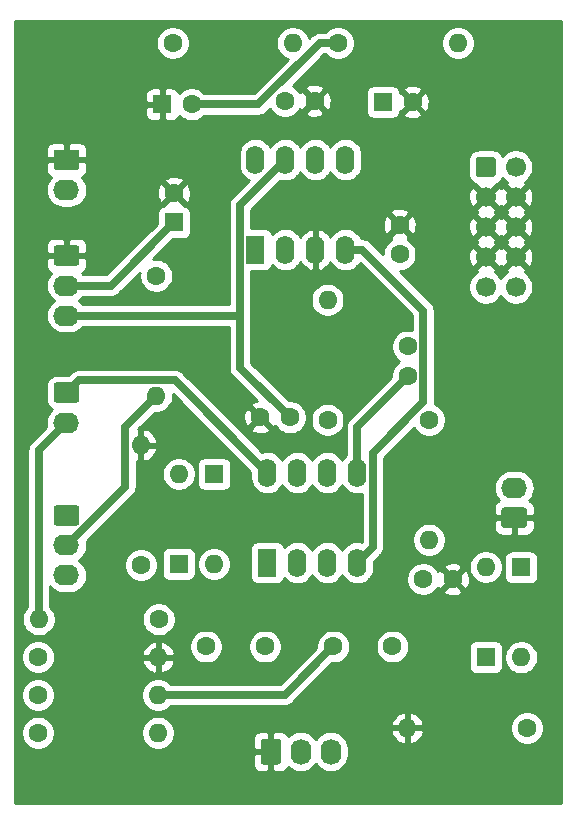
<source format=gbr>
%TF.GenerationSoftware,KiCad,Pcbnew,5.1.10-88a1d61d58~90~ubuntu21.04.1*%
%TF.CreationDate,2021-09-21T22:53:32+02:00*%
%TF.ProjectId,microphone-preamp,6d696372-6f70-4686-9f6e-652d70726561,v1.0.0*%
%TF.SameCoordinates,Original*%
%TF.FileFunction,Copper,L1,Top*%
%TF.FilePolarity,Positive*%
%FSLAX46Y46*%
G04 Gerber Fmt 4.6, Leading zero omitted, Abs format (unit mm)*
G04 Created by KiCad (PCBNEW 5.1.10-88a1d61d58~90~ubuntu21.04.1) date 2021-09-21 22:53:32*
%MOMM*%
%LPD*%
G01*
G04 APERTURE LIST*
%TA.AperFunction,ComponentPad*%
%ADD10C,1.600000*%
%TD*%
%TA.AperFunction,ComponentPad*%
%ADD11R,1.600000X1.600000*%
%TD*%
%TA.AperFunction,ComponentPad*%
%ADD12O,2.190000X1.740000*%
%TD*%
%TA.AperFunction,ComponentPad*%
%ADD13O,1.600000X1.600000*%
%TD*%
%TA.AperFunction,ComponentPad*%
%ADD14C,1.700000*%
%TD*%
%TA.AperFunction,ComponentPad*%
%ADD15O,1.600000X2.400000*%
%TD*%
%TA.AperFunction,ComponentPad*%
%ADD16R,1.600000X2.400000*%
%TD*%
%TA.AperFunction,ComponentPad*%
%ADD17O,1.740000X2.190000*%
%TD*%
%TA.AperFunction,ViaPad*%
%ADD18C,3.500000*%
%TD*%
%TA.AperFunction,Conductor*%
%ADD19C,0.635000*%
%TD*%
%TA.AperFunction,Conductor*%
%ADD20C,0.254000*%
%TD*%
%TA.AperFunction,Conductor*%
%ADD21C,0.100000*%
%TD*%
G04 APERTURE END LIST*
D10*
%TO.P,C2,2*%
%TO.N,GND*%
X135600000Y-73700000D03*
D11*
%TO.P,C2,1*%
%TO.N,Net-(C2-Pad1)*%
X135600000Y-76200000D03*
%TD*%
D10*
%TO.P,C5,2*%
%TO.N,Net-(C5-Pad2)*%
X143300000Y-112100000D03*
%TO.P,C5,1*%
%TO.N,Net-(C5-Pad1)*%
X138300000Y-112100000D03*
%TD*%
%TO.P,C4,2*%
%TO.N,Net-(C4-Pad2)*%
X154100000Y-112100000D03*
%TO.P,C4,1*%
%TO.N,Net-(C4-Pad1)*%
X149100000Y-112100000D03*
%TD*%
D12*
%TO.P,J2,3*%
%TO.N,+12V*%
X126500000Y-84080000D03*
%TO.P,J2,2*%
%TO.N,Net-(C2-Pad1)*%
X126500000Y-81540000D03*
%TO.P,J2,1*%
%TO.N,GND*%
%TA.AperFunction,ComponentPad*%
G36*
G01*
X125654999Y-78130000D02*
X127345001Y-78130000D01*
G75*
G02*
X127595000Y-78379999I0J-249999D01*
G01*
X127595000Y-79620001D01*
G75*
G02*
X127345001Y-79870000I-249999J0D01*
G01*
X125654999Y-79870000D01*
G75*
G02*
X125405000Y-79620001I0J249999D01*
G01*
X125405000Y-78379999D01*
G75*
G02*
X125654999Y-78130000I249999J0D01*
G01*
G37*
%TD.AperFunction*%
%TD*%
D13*
%TO.P,R11,2*%
%TO.N,Net-(J7-Pad10)*%
X145660000Y-61000000D03*
D10*
%TO.P,R11,1*%
%TO.N,+12V*%
X135500000Y-61000000D03*
%TD*%
D13*
%TO.P,R10,2*%
%TO.N,Net-(J7-Pad1)*%
X159660000Y-61000000D03*
D10*
%TO.P,R10,1*%
%TO.N,-12V*%
X149500000Y-61000000D03*
%TD*%
D14*
%TO.P,J7,10*%
%TO.N,Net-(J7-Pad10)*%
X164540000Y-81660000D03*
%TO.P,J7,8*%
%TO.N,GND*%
X164540000Y-79120000D03*
%TO.P,J7,6*%
X164540000Y-76580000D03*
%TO.P,J7,4*%
X164540000Y-74040000D03*
%TO.P,J7,2*%
%TO.N,Net-(J7-Pad1)*%
X164540000Y-71500000D03*
%TO.P,J7,9*%
%TO.N,Net-(J7-Pad10)*%
X162000000Y-81660000D03*
%TO.P,J7,7*%
%TO.N,GND*%
X162000000Y-79120000D03*
%TO.P,J7,5*%
X162000000Y-76580000D03*
%TO.P,J7,3*%
X162000000Y-74040000D03*
%TO.P,J7,1*%
%TO.N,Net-(J7-Pad1)*%
%TA.AperFunction,ComponentPad*%
G36*
G01*
X161150000Y-72100000D02*
X161150000Y-70900000D01*
G75*
G02*
X161400000Y-70650000I250000J0D01*
G01*
X162600000Y-70650000D01*
G75*
G02*
X162850000Y-70900000I0J-250000D01*
G01*
X162850000Y-72100000D01*
G75*
G02*
X162600000Y-72350000I-250000J0D01*
G01*
X161400000Y-72350000D01*
G75*
G02*
X161150000Y-72100000I0J250000D01*
G01*
G37*
%TD.AperFunction*%
%TD*%
D10*
%TO.P,C10,2*%
%TO.N,GND*%
X155800000Y-66000000D03*
D11*
%TO.P,C10,1*%
%TO.N,+12V*%
X153300000Y-66000000D03*
%TD*%
D10*
%TO.P,C9,2*%
%TO.N,-12V*%
X137100000Y-66200000D03*
D11*
%TO.P,C9,1*%
%TO.N,GND*%
X134600000Y-66200000D03*
%TD*%
D15*
%TO.P,U2,8*%
%TO.N,Net-(U2-Pad8)*%
X142500000Y-70880000D03*
%TO.P,U2,4*%
%TO.N,-12V*%
X150120000Y-78500000D03*
%TO.P,U2,7*%
%TO.N,+12V*%
X145040000Y-70880000D03*
%TO.P,U2,3*%
%TO.N,GND*%
X147580000Y-78500000D03*
%TO.P,U2,6*%
%TO.N,Net-(C8-Pad2)*%
X147580000Y-70880000D03*
%TO.P,U2,2*%
%TO.N,Net-(C8-Pad1)*%
X145040000Y-78500000D03*
%TO.P,U2,5*%
%TO.N,Net-(U2-Pad5)*%
X150120000Y-70880000D03*
D16*
%TO.P,U2,1*%
%TO.N,Net-(U2-Pad1)*%
X142500000Y-78500000D03*
%TD*%
D15*
%TO.P,U1,8*%
%TO.N,GAIN2*%
X143500000Y-97380000D03*
%TO.P,U1,4*%
%TO.N,-12V*%
X151120000Y-105000000D03*
%TO.P,U1,7*%
%TO.N,+12V*%
X146040000Y-97380000D03*
%TO.P,U1,3*%
%TO.N,Net-(C4-Pad2)*%
X148580000Y-105000000D03*
%TO.P,U1,6*%
%TO.N,Net-(R8-Pad1)*%
X148580000Y-97380000D03*
%TO.P,U1,2*%
%TO.N,Net-(C5-Pad2)*%
X146040000Y-105000000D03*
%TO.P,U1,5*%
%TO.N,Net-(C8-Pad2)*%
X151120000Y-97380000D03*
D16*
%TO.P,U1,1*%
%TO.N,GAIN1*%
X143500000Y-105000000D03*
%TD*%
D13*
%TO.P,R9,2*%
%TO.N,Net-(J6-Pad2)*%
X157200000Y-103060000D03*
D10*
%TO.P,R9,1*%
%TO.N,Net-(R8-Pad1)*%
X157200000Y-92900000D03*
%TD*%
D13*
%TO.P,R8,2*%
%TO.N,Net-(C8-Pad1)*%
X148600000Y-82740000D03*
D10*
%TO.P,R8,1*%
%TO.N,Net-(R8-Pad1)*%
X148600000Y-92900000D03*
%TD*%
D13*
%TO.P,R7,2*%
%TO.N,Net-(J5-Pad2)*%
X124140000Y-109800000D03*
D10*
%TO.P,R7,1*%
%TO.N,GAIN1*%
X134300000Y-109800000D03*
%TD*%
D13*
%TO.P,R6,2*%
%TO.N,GND*%
X155340000Y-119000000D03*
D10*
%TO.P,R6,1*%
%TO.N,Net-(C4-Pad2)*%
X165500000Y-119000000D03*
%TD*%
D13*
%TO.P,R5,2*%
%TO.N,GND*%
X132800000Y-95040000D03*
D10*
%TO.P,R5,1*%
%TO.N,Net-(C5-Pad2)*%
X132800000Y-105200000D03*
%TD*%
D13*
%TO.P,R4,2*%
%TO.N,GND*%
X134260000Y-113000000D03*
D10*
%TO.P,R4,1*%
%TO.N,Net-(J4-Pad3)*%
X124100000Y-113000000D03*
%TD*%
D13*
%TO.P,R3,2*%
%TO.N,Net-(C5-Pad1)*%
X134260000Y-119400000D03*
D10*
%TO.P,R3,1*%
%TO.N,Net-(J4-Pad2)*%
X124100000Y-119400000D03*
%TD*%
D13*
%TO.P,R2,2*%
%TO.N,Net-(C4-Pad1)*%
X134260000Y-116200000D03*
D10*
%TO.P,R2,1*%
%TO.N,Net-(J4-Pad2)*%
X124100000Y-116200000D03*
%TD*%
D13*
%TO.P,R1,2*%
%TO.N,Net-(J4-Pad2)*%
X134100000Y-90860000D03*
D10*
%TO.P,R1,1*%
%TO.N,Net-(J1-Pad2)*%
X134100000Y-80700000D03*
%TD*%
D12*
%TO.P,J6,2*%
%TO.N,Net-(J6-Pad2)*%
X164400000Y-98660000D03*
%TO.P,J6,1*%
%TO.N,GND*%
%TA.AperFunction,ComponentPad*%
G36*
G01*
X165245001Y-102070000D02*
X163554999Y-102070000D01*
G75*
G02*
X163305000Y-101820001I0J249999D01*
G01*
X163305000Y-100579999D01*
G75*
G02*
X163554999Y-100330000I249999J0D01*
G01*
X165245001Y-100330000D01*
G75*
G02*
X165495000Y-100579999I0J-249999D01*
G01*
X165495000Y-101820001D01*
G75*
G02*
X165245001Y-102070000I-249999J0D01*
G01*
G37*
%TD.AperFunction*%
%TD*%
%TO.P,J5,2*%
%TO.N,Net-(J5-Pad2)*%
X126500000Y-93140000D03*
%TO.P,J5,1*%
%TO.N,GAIN2*%
%TA.AperFunction,ComponentPad*%
G36*
G01*
X125654999Y-89730000D02*
X127345001Y-89730000D01*
G75*
G02*
X127595000Y-89979999I0J-249999D01*
G01*
X127595000Y-91220001D01*
G75*
G02*
X127345001Y-91470000I-249999J0D01*
G01*
X125654999Y-91470000D01*
G75*
G02*
X125405000Y-91220001I0J249999D01*
G01*
X125405000Y-89979999D01*
G75*
G02*
X125654999Y-89730000I249999J0D01*
G01*
G37*
%TD.AperFunction*%
%TD*%
%TO.P,J4,3*%
%TO.N,Net-(J4-Pad3)*%
X126500000Y-106080000D03*
%TO.P,J4,2*%
%TO.N,Net-(J4-Pad2)*%
X126500000Y-103540000D03*
%TO.P,J4,1*%
%TO.N,Net-(C2-Pad1)*%
%TA.AperFunction,ComponentPad*%
G36*
G01*
X125654999Y-100130000D02*
X127345001Y-100130000D01*
G75*
G02*
X127595000Y-100379999I0J-249999D01*
G01*
X127595000Y-101620001D01*
G75*
G02*
X127345001Y-101870000I-249999J0D01*
G01*
X125654999Y-101870000D01*
G75*
G02*
X125405000Y-101620001I0J249999D01*
G01*
X125405000Y-100379999D01*
G75*
G02*
X125654999Y-100130000I249999J0D01*
G01*
G37*
%TD.AperFunction*%
%TD*%
D17*
%TO.P,J3,3*%
%TO.N,Net-(C4-Pad1)*%
X148880000Y-121000000D03*
%TO.P,J3,2*%
%TO.N,Net-(C5-Pad1)*%
X146340000Y-121000000D03*
%TO.P,J3,1*%
%TO.N,GND*%
%TA.AperFunction,ComponentPad*%
G36*
G01*
X142930000Y-121845001D02*
X142930000Y-120154999D01*
G75*
G02*
X143179999Y-119905000I249999J0D01*
G01*
X144420001Y-119905000D01*
G75*
G02*
X144670000Y-120154999I0J-249999D01*
G01*
X144670000Y-121845001D01*
G75*
G02*
X144420001Y-122095000I-249999J0D01*
G01*
X143179999Y-122095000D01*
G75*
G02*
X142930000Y-121845001I0J249999D01*
G01*
G37*
%TD.AperFunction*%
%TD*%
D12*
%TO.P,J1,2*%
%TO.N,Net-(J1-Pad2)*%
X126500000Y-73440000D03*
%TO.P,J1,1*%
%TO.N,GND*%
%TA.AperFunction,ComponentPad*%
G36*
G01*
X125654999Y-70030000D02*
X127345001Y-70030000D01*
G75*
G02*
X127595000Y-70279999I0J-249999D01*
G01*
X127595000Y-71520001D01*
G75*
G02*
X127345001Y-71770000I-249999J0D01*
G01*
X125654999Y-71770000D01*
G75*
G02*
X125405000Y-71520001I0J249999D01*
G01*
X125405000Y-70279999D01*
G75*
G02*
X125654999Y-70030000I249999J0D01*
G01*
G37*
%TD.AperFunction*%
%TD*%
D13*
%TO.P,D4,2*%
%TO.N,-12V*%
X136000000Y-97480000D03*
D11*
%TO.P,D4,1*%
%TO.N,Net-(C5-Pad2)*%
X136000000Y-105100000D03*
%TD*%
D13*
%TO.P,D3,2*%
%TO.N,Net-(C4-Pad2)*%
X165000000Y-113020000D03*
D11*
%TO.P,D3,1*%
%TO.N,+12V*%
X165000000Y-105400000D03*
%TD*%
D13*
%TO.P,D2,2*%
%TO.N,Net-(C5-Pad2)*%
X139000000Y-105120000D03*
D11*
%TO.P,D2,1*%
%TO.N,+12V*%
X139000000Y-97500000D03*
%TD*%
D13*
%TO.P,D1,2*%
%TO.N,-12V*%
X162000000Y-105380000D03*
D11*
%TO.P,D1,1*%
%TO.N,Net-(C4-Pad2)*%
X162000000Y-113000000D03*
%TD*%
D10*
%TO.P,C8,2*%
%TO.N,Net-(C8-Pad2)*%
X155400000Y-89200000D03*
%TO.P,C8,1*%
%TO.N,Net-(C8-Pad1)*%
X155400000Y-86700000D03*
%TD*%
%TO.P,C7,2*%
%TO.N,GND*%
X154700000Y-76400000D03*
%TO.P,C7,1*%
%TO.N,-12V*%
X154700000Y-78900000D03*
%TD*%
%TO.P,C6,2*%
%TO.N,GND*%
X159200000Y-106400000D03*
%TO.P,C6,1*%
%TO.N,-12V*%
X156700000Y-106400000D03*
%TD*%
%TO.P,C3,2*%
%TO.N,GND*%
X147500000Y-65900000D03*
%TO.P,C3,1*%
%TO.N,+12V*%
X145000000Y-65900000D03*
%TD*%
%TO.P,C1,2*%
%TO.N,GND*%
X142900000Y-92700000D03*
%TO.P,C1,1*%
%TO.N,+12V*%
X145400000Y-92700000D03*
%TD*%
D18*
%TO.N,GND*%
X166000000Y-61500000D03*
X124500000Y-61500000D03*
X124500000Y-123000000D03*
X166000000Y-123000000D03*
%TD*%
D19*
%TO.N,+12V*%
X141182499Y-88482499D02*
X145400000Y-92700000D01*
X145040000Y-70880000D02*
X141182499Y-74737501D01*
X126500000Y-84080000D02*
X140944998Y-84080000D01*
X140944998Y-84080000D02*
X141182499Y-84317501D01*
X141182499Y-84317501D02*
X141182499Y-88482499D01*
X141182499Y-74737501D02*
X141182499Y-84317501D01*
%TO.N,Net-(C2-Pad1)*%
X130260000Y-81540000D02*
X135600000Y-76200000D01*
X126500000Y-81540000D02*
X130260000Y-81540000D01*
%TO.N,Net-(C4-Pad1)*%
X145000000Y-116200000D02*
X134260000Y-116200000D01*
X149100000Y-112100000D02*
X145000000Y-116200000D01*
%TO.N,-12V*%
X142750098Y-66200000D02*
X137100000Y-66200000D01*
X147950098Y-61000000D02*
X142750098Y-66200000D01*
X149500000Y-61000000D02*
X147950098Y-61000000D01*
X152437510Y-103682490D02*
X151120000Y-105000000D01*
X152437510Y-95712588D02*
X152437510Y-103682490D01*
X156717501Y-91432597D02*
X152437510Y-95712588D01*
X156717501Y-83662501D02*
X156717501Y-91432597D01*
X151555000Y-78500000D02*
X156717501Y-83662501D01*
X150120000Y-78500000D02*
X151555000Y-78500000D01*
%TO.N,Net-(C8-Pad2)*%
X151120000Y-93480000D02*
X155400000Y-89200000D01*
X151120000Y-97380000D02*
X151120000Y-93480000D01*
%TO.N,Net-(J4-Pad2)*%
X131482499Y-93477501D02*
X134100000Y-90860000D01*
X131482499Y-98567927D02*
X131482499Y-93477501D01*
X126510426Y-103540000D02*
X131482499Y-98567927D01*
X126500000Y-103540000D02*
X126510426Y-103540000D01*
%TO.N,Net-(J5-Pad2)*%
X124140000Y-95500000D02*
X126500000Y-93140000D01*
X124140000Y-109800000D02*
X124140000Y-95500000D01*
%TO.N,GAIN2*%
X127557501Y-89542499D02*
X126500000Y-90600000D01*
X135662499Y-89542499D02*
X127557501Y-89542499D01*
X143500000Y-97380000D02*
X135662499Y-89542499D01*
%TD*%
D20*
%TO.N,GND*%
X168340000Y-125340000D02*
X122160000Y-125340000D01*
X122160000Y-122095000D01*
X142291928Y-122095000D01*
X142304188Y-122219482D01*
X142340498Y-122339180D01*
X142399463Y-122449494D01*
X142478815Y-122546185D01*
X142575506Y-122625537D01*
X142685820Y-122684502D01*
X142805518Y-122720812D01*
X142930000Y-122733072D01*
X143514250Y-122730000D01*
X143673000Y-122571250D01*
X143673000Y-121127000D01*
X142453750Y-121127000D01*
X142295000Y-121285750D01*
X142291928Y-122095000D01*
X122160000Y-122095000D01*
X122160000Y-119258665D01*
X122665000Y-119258665D01*
X122665000Y-119541335D01*
X122720147Y-119818574D01*
X122828320Y-120079727D01*
X122985363Y-120314759D01*
X123185241Y-120514637D01*
X123420273Y-120671680D01*
X123681426Y-120779853D01*
X123958665Y-120835000D01*
X124241335Y-120835000D01*
X124518574Y-120779853D01*
X124779727Y-120671680D01*
X125014759Y-120514637D01*
X125214637Y-120314759D01*
X125371680Y-120079727D01*
X125479853Y-119818574D01*
X125535000Y-119541335D01*
X125535000Y-119258665D01*
X132825000Y-119258665D01*
X132825000Y-119541335D01*
X132880147Y-119818574D01*
X132988320Y-120079727D01*
X133145363Y-120314759D01*
X133345241Y-120514637D01*
X133580273Y-120671680D01*
X133841426Y-120779853D01*
X134118665Y-120835000D01*
X134401335Y-120835000D01*
X134678574Y-120779853D01*
X134939727Y-120671680D01*
X135174759Y-120514637D01*
X135374637Y-120314759D01*
X135531680Y-120079727D01*
X135604054Y-119905000D01*
X142291928Y-119905000D01*
X142295000Y-120714250D01*
X142453750Y-120873000D01*
X143673000Y-120873000D01*
X143673000Y-119428750D01*
X143927000Y-119428750D01*
X143927000Y-120873000D01*
X143947000Y-120873000D01*
X143947000Y-121127000D01*
X143927000Y-121127000D01*
X143927000Y-122571250D01*
X144085750Y-122730000D01*
X144670000Y-122733072D01*
X144794482Y-122720812D01*
X144914180Y-122684502D01*
X145024494Y-122625537D01*
X145121185Y-122546185D01*
X145200537Y-122449494D01*
X145259502Y-122339180D01*
X145272615Y-122295953D01*
X145499822Y-122482417D01*
X145761276Y-122622166D01*
X146044969Y-122708224D01*
X146340000Y-122737282D01*
X146635032Y-122708224D01*
X146918725Y-122622166D01*
X147180179Y-122482417D01*
X147409345Y-122294345D01*
X147597417Y-122065179D01*
X147610000Y-122041638D01*
X147622583Y-122065179D01*
X147810655Y-122294345D01*
X148039822Y-122482417D01*
X148301276Y-122622166D01*
X148584969Y-122708224D01*
X148880000Y-122737282D01*
X149175032Y-122708224D01*
X149458725Y-122622166D01*
X149720179Y-122482417D01*
X149949345Y-122294345D01*
X150137417Y-122065179D01*
X150277166Y-121803724D01*
X150363224Y-121520031D01*
X150385000Y-121298935D01*
X150385000Y-120701064D01*
X150363224Y-120479968D01*
X150277166Y-120196275D01*
X150137417Y-119934821D01*
X149949345Y-119705655D01*
X149720178Y-119517583D01*
X149458724Y-119377834D01*
X149363801Y-119349039D01*
X153948096Y-119349039D01*
X153988754Y-119483087D01*
X154108963Y-119737420D01*
X154276481Y-119963414D01*
X154484869Y-120152385D01*
X154726119Y-120297070D01*
X154990960Y-120391909D01*
X155213000Y-120270624D01*
X155213000Y-119127000D01*
X155467000Y-119127000D01*
X155467000Y-120270624D01*
X155689040Y-120391909D01*
X155953881Y-120297070D01*
X156195131Y-120152385D01*
X156403519Y-119963414D01*
X156571037Y-119737420D01*
X156691246Y-119483087D01*
X156731904Y-119349039D01*
X156609915Y-119127000D01*
X155467000Y-119127000D01*
X155213000Y-119127000D01*
X154070085Y-119127000D01*
X153948096Y-119349039D01*
X149363801Y-119349039D01*
X149175031Y-119291776D01*
X148880000Y-119262718D01*
X148584968Y-119291776D01*
X148301275Y-119377834D01*
X148039821Y-119517583D01*
X147810655Y-119705655D01*
X147622583Y-119934822D01*
X147610000Y-119958363D01*
X147597417Y-119934821D01*
X147409345Y-119705655D01*
X147180178Y-119517583D01*
X146918724Y-119377834D01*
X146635031Y-119291776D01*
X146340000Y-119262718D01*
X146044968Y-119291776D01*
X145761275Y-119377834D01*
X145499821Y-119517583D01*
X145272615Y-119704047D01*
X145259502Y-119660820D01*
X145200537Y-119550506D01*
X145121185Y-119453815D01*
X145024494Y-119374463D01*
X144914180Y-119315498D01*
X144794482Y-119279188D01*
X144670000Y-119266928D01*
X144085750Y-119270000D01*
X143927000Y-119428750D01*
X143673000Y-119428750D01*
X143514250Y-119270000D01*
X142930000Y-119266928D01*
X142805518Y-119279188D01*
X142685820Y-119315498D01*
X142575506Y-119374463D01*
X142478815Y-119453815D01*
X142399463Y-119550506D01*
X142340498Y-119660820D01*
X142304188Y-119780518D01*
X142291928Y-119905000D01*
X135604054Y-119905000D01*
X135639853Y-119818574D01*
X135695000Y-119541335D01*
X135695000Y-119258665D01*
X135639853Y-118981426D01*
X135531680Y-118720273D01*
X135485368Y-118650961D01*
X153948096Y-118650961D01*
X154070085Y-118873000D01*
X155213000Y-118873000D01*
X155213000Y-117729376D01*
X155467000Y-117729376D01*
X155467000Y-118873000D01*
X156609915Y-118873000D01*
X156617790Y-118858665D01*
X164065000Y-118858665D01*
X164065000Y-119141335D01*
X164120147Y-119418574D01*
X164228320Y-119679727D01*
X164385363Y-119914759D01*
X164585241Y-120114637D01*
X164820273Y-120271680D01*
X165081426Y-120379853D01*
X165358665Y-120435000D01*
X165641335Y-120435000D01*
X165918574Y-120379853D01*
X166179727Y-120271680D01*
X166414759Y-120114637D01*
X166614637Y-119914759D01*
X166771680Y-119679727D01*
X166879853Y-119418574D01*
X166935000Y-119141335D01*
X166935000Y-118858665D01*
X166879853Y-118581426D01*
X166771680Y-118320273D01*
X166614637Y-118085241D01*
X166414759Y-117885363D01*
X166179727Y-117728320D01*
X165918574Y-117620147D01*
X165641335Y-117565000D01*
X165358665Y-117565000D01*
X165081426Y-117620147D01*
X164820273Y-117728320D01*
X164585241Y-117885363D01*
X164385363Y-118085241D01*
X164228320Y-118320273D01*
X164120147Y-118581426D01*
X164065000Y-118858665D01*
X156617790Y-118858665D01*
X156731904Y-118650961D01*
X156691246Y-118516913D01*
X156571037Y-118262580D01*
X156403519Y-118036586D01*
X156195131Y-117847615D01*
X155953881Y-117702930D01*
X155689040Y-117608091D01*
X155467000Y-117729376D01*
X155213000Y-117729376D01*
X154990960Y-117608091D01*
X154726119Y-117702930D01*
X154484869Y-117847615D01*
X154276481Y-118036586D01*
X154108963Y-118262580D01*
X153988754Y-118516913D01*
X153948096Y-118650961D01*
X135485368Y-118650961D01*
X135374637Y-118485241D01*
X135174759Y-118285363D01*
X134939727Y-118128320D01*
X134678574Y-118020147D01*
X134401335Y-117965000D01*
X134118665Y-117965000D01*
X133841426Y-118020147D01*
X133580273Y-118128320D01*
X133345241Y-118285363D01*
X133145363Y-118485241D01*
X132988320Y-118720273D01*
X132880147Y-118981426D01*
X132825000Y-119258665D01*
X125535000Y-119258665D01*
X125479853Y-118981426D01*
X125371680Y-118720273D01*
X125214637Y-118485241D01*
X125014759Y-118285363D01*
X124779727Y-118128320D01*
X124518574Y-118020147D01*
X124241335Y-117965000D01*
X123958665Y-117965000D01*
X123681426Y-118020147D01*
X123420273Y-118128320D01*
X123185241Y-118285363D01*
X122985363Y-118485241D01*
X122828320Y-118720273D01*
X122720147Y-118981426D01*
X122665000Y-119258665D01*
X122160000Y-119258665D01*
X122160000Y-116058665D01*
X122665000Y-116058665D01*
X122665000Y-116341335D01*
X122720147Y-116618574D01*
X122828320Y-116879727D01*
X122985363Y-117114759D01*
X123185241Y-117314637D01*
X123420273Y-117471680D01*
X123681426Y-117579853D01*
X123958665Y-117635000D01*
X124241335Y-117635000D01*
X124518574Y-117579853D01*
X124779727Y-117471680D01*
X125014759Y-117314637D01*
X125214637Y-117114759D01*
X125371680Y-116879727D01*
X125479853Y-116618574D01*
X125535000Y-116341335D01*
X125535000Y-116058665D01*
X132825000Y-116058665D01*
X132825000Y-116341335D01*
X132880147Y-116618574D01*
X132988320Y-116879727D01*
X133145363Y-117114759D01*
X133345241Y-117314637D01*
X133580273Y-117471680D01*
X133841426Y-117579853D01*
X134118665Y-117635000D01*
X134401335Y-117635000D01*
X134678574Y-117579853D01*
X134939727Y-117471680D01*
X135174759Y-117314637D01*
X135336896Y-117152500D01*
X144953215Y-117152500D01*
X145000000Y-117157108D01*
X145046785Y-117152500D01*
X145186723Y-117138717D01*
X145366269Y-117084252D01*
X145531741Y-116995806D01*
X145676778Y-116876778D01*
X145706607Y-116840431D01*
X149012038Y-113535000D01*
X149241335Y-113535000D01*
X149518574Y-113479853D01*
X149779727Y-113371680D01*
X150014759Y-113214637D01*
X150214637Y-113014759D01*
X150371680Y-112779727D01*
X150479853Y-112518574D01*
X150535000Y-112241335D01*
X150535000Y-111958665D01*
X152665000Y-111958665D01*
X152665000Y-112241335D01*
X152720147Y-112518574D01*
X152828320Y-112779727D01*
X152985363Y-113014759D01*
X153185241Y-113214637D01*
X153420273Y-113371680D01*
X153681426Y-113479853D01*
X153958665Y-113535000D01*
X154241335Y-113535000D01*
X154518574Y-113479853D01*
X154779727Y-113371680D01*
X155014759Y-113214637D01*
X155214637Y-113014759D01*
X155371680Y-112779727D01*
X155479853Y-112518574D01*
X155535000Y-112241335D01*
X155535000Y-112200000D01*
X160561928Y-112200000D01*
X160561928Y-113800000D01*
X160574188Y-113924482D01*
X160610498Y-114044180D01*
X160669463Y-114154494D01*
X160748815Y-114251185D01*
X160845506Y-114330537D01*
X160955820Y-114389502D01*
X161075518Y-114425812D01*
X161200000Y-114438072D01*
X162800000Y-114438072D01*
X162924482Y-114425812D01*
X163044180Y-114389502D01*
X163154494Y-114330537D01*
X163251185Y-114251185D01*
X163330537Y-114154494D01*
X163389502Y-114044180D01*
X163425812Y-113924482D01*
X163438072Y-113800000D01*
X163438072Y-112878665D01*
X163565000Y-112878665D01*
X163565000Y-113161335D01*
X163620147Y-113438574D01*
X163728320Y-113699727D01*
X163885363Y-113934759D01*
X164085241Y-114134637D01*
X164320273Y-114291680D01*
X164581426Y-114399853D01*
X164858665Y-114455000D01*
X165141335Y-114455000D01*
X165418574Y-114399853D01*
X165679727Y-114291680D01*
X165914759Y-114134637D01*
X166114637Y-113934759D01*
X166271680Y-113699727D01*
X166379853Y-113438574D01*
X166435000Y-113161335D01*
X166435000Y-112878665D01*
X166379853Y-112601426D01*
X166271680Y-112340273D01*
X166114637Y-112105241D01*
X165914759Y-111905363D01*
X165679727Y-111748320D01*
X165418574Y-111640147D01*
X165141335Y-111585000D01*
X164858665Y-111585000D01*
X164581426Y-111640147D01*
X164320273Y-111748320D01*
X164085241Y-111905363D01*
X163885363Y-112105241D01*
X163728320Y-112340273D01*
X163620147Y-112601426D01*
X163565000Y-112878665D01*
X163438072Y-112878665D01*
X163438072Y-112200000D01*
X163425812Y-112075518D01*
X163389502Y-111955820D01*
X163330537Y-111845506D01*
X163251185Y-111748815D01*
X163154494Y-111669463D01*
X163044180Y-111610498D01*
X162924482Y-111574188D01*
X162800000Y-111561928D01*
X161200000Y-111561928D01*
X161075518Y-111574188D01*
X160955820Y-111610498D01*
X160845506Y-111669463D01*
X160748815Y-111748815D01*
X160669463Y-111845506D01*
X160610498Y-111955820D01*
X160574188Y-112075518D01*
X160561928Y-112200000D01*
X155535000Y-112200000D01*
X155535000Y-111958665D01*
X155479853Y-111681426D01*
X155371680Y-111420273D01*
X155214637Y-111185241D01*
X155014759Y-110985363D01*
X154779727Y-110828320D01*
X154518574Y-110720147D01*
X154241335Y-110665000D01*
X153958665Y-110665000D01*
X153681426Y-110720147D01*
X153420273Y-110828320D01*
X153185241Y-110985363D01*
X152985363Y-111185241D01*
X152828320Y-111420273D01*
X152720147Y-111681426D01*
X152665000Y-111958665D01*
X150535000Y-111958665D01*
X150479853Y-111681426D01*
X150371680Y-111420273D01*
X150214637Y-111185241D01*
X150014759Y-110985363D01*
X149779727Y-110828320D01*
X149518574Y-110720147D01*
X149241335Y-110665000D01*
X148958665Y-110665000D01*
X148681426Y-110720147D01*
X148420273Y-110828320D01*
X148185241Y-110985363D01*
X147985363Y-111185241D01*
X147828320Y-111420273D01*
X147720147Y-111681426D01*
X147665000Y-111958665D01*
X147665000Y-112187962D01*
X144605462Y-115247500D01*
X135336896Y-115247500D01*
X135174759Y-115085363D01*
X134939727Y-114928320D01*
X134678574Y-114820147D01*
X134401335Y-114765000D01*
X134118665Y-114765000D01*
X133841426Y-114820147D01*
X133580273Y-114928320D01*
X133345241Y-115085363D01*
X133145363Y-115285241D01*
X132988320Y-115520273D01*
X132880147Y-115781426D01*
X132825000Y-116058665D01*
X125535000Y-116058665D01*
X125479853Y-115781426D01*
X125371680Y-115520273D01*
X125214637Y-115285241D01*
X125014759Y-115085363D01*
X124779727Y-114928320D01*
X124518574Y-114820147D01*
X124241335Y-114765000D01*
X123958665Y-114765000D01*
X123681426Y-114820147D01*
X123420273Y-114928320D01*
X123185241Y-115085363D01*
X122985363Y-115285241D01*
X122828320Y-115520273D01*
X122720147Y-115781426D01*
X122665000Y-116058665D01*
X122160000Y-116058665D01*
X122160000Y-112858665D01*
X122665000Y-112858665D01*
X122665000Y-113141335D01*
X122720147Y-113418574D01*
X122828320Y-113679727D01*
X122985363Y-113914759D01*
X123185241Y-114114637D01*
X123420273Y-114271680D01*
X123681426Y-114379853D01*
X123958665Y-114435000D01*
X124241335Y-114435000D01*
X124518574Y-114379853D01*
X124779727Y-114271680D01*
X125014759Y-114114637D01*
X125214637Y-113914759D01*
X125371680Y-113679727D01*
X125479853Y-113418574D01*
X125493684Y-113349039D01*
X132868096Y-113349039D01*
X132908754Y-113483087D01*
X133028963Y-113737420D01*
X133196481Y-113963414D01*
X133404869Y-114152385D01*
X133646119Y-114297070D01*
X133910960Y-114391909D01*
X134133000Y-114270624D01*
X134133000Y-113127000D01*
X134387000Y-113127000D01*
X134387000Y-114270624D01*
X134609040Y-114391909D01*
X134873881Y-114297070D01*
X135115131Y-114152385D01*
X135323519Y-113963414D01*
X135491037Y-113737420D01*
X135611246Y-113483087D01*
X135651904Y-113349039D01*
X135529915Y-113127000D01*
X134387000Y-113127000D01*
X134133000Y-113127000D01*
X132990085Y-113127000D01*
X132868096Y-113349039D01*
X125493684Y-113349039D01*
X125535000Y-113141335D01*
X125535000Y-112858665D01*
X125493685Y-112650961D01*
X132868096Y-112650961D01*
X132990085Y-112873000D01*
X134133000Y-112873000D01*
X134133000Y-111729376D01*
X134387000Y-111729376D01*
X134387000Y-112873000D01*
X135529915Y-112873000D01*
X135651904Y-112650961D01*
X135611246Y-112516913D01*
X135491037Y-112262580D01*
X135323519Y-112036586D01*
X135237592Y-111958665D01*
X136865000Y-111958665D01*
X136865000Y-112241335D01*
X136920147Y-112518574D01*
X137028320Y-112779727D01*
X137185363Y-113014759D01*
X137385241Y-113214637D01*
X137620273Y-113371680D01*
X137881426Y-113479853D01*
X138158665Y-113535000D01*
X138441335Y-113535000D01*
X138718574Y-113479853D01*
X138979727Y-113371680D01*
X139214759Y-113214637D01*
X139414637Y-113014759D01*
X139571680Y-112779727D01*
X139679853Y-112518574D01*
X139735000Y-112241335D01*
X139735000Y-111958665D01*
X141865000Y-111958665D01*
X141865000Y-112241335D01*
X141920147Y-112518574D01*
X142028320Y-112779727D01*
X142185363Y-113014759D01*
X142385241Y-113214637D01*
X142620273Y-113371680D01*
X142881426Y-113479853D01*
X143158665Y-113535000D01*
X143441335Y-113535000D01*
X143718574Y-113479853D01*
X143979727Y-113371680D01*
X144214759Y-113214637D01*
X144414637Y-113014759D01*
X144571680Y-112779727D01*
X144679853Y-112518574D01*
X144735000Y-112241335D01*
X144735000Y-111958665D01*
X144679853Y-111681426D01*
X144571680Y-111420273D01*
X144414637Y-111185241D01*
X144214759Y-110985363D01*
X143979727Y-110828320D01*
X143718574Y-110720147D01*
X143441335Y-110665000D01*
X143158665Y-110665000D01*
X142881426Y-110720147D01*
X142620273Y-110828320D01*
X142385241Y-110985363D01*
X142185363Y-111185241D01*
X142028320Y-111420273D01*
X141920147Y-111681426D01*
X141865000Y-111958665D01*
X139735000Y-111958665D01*
X139679853Y-111681426D01*
X139571680Y-111420273D01*
X139414637Y-111185241D01*
X139214759Y-110985363D01*
X138979727Y-110828320D01*
X138718574Y-110720147D01*
X138441335Y-110665000D01*
X138158665Y-110665000D01*
X137881426Y-110720147D01*
X137620273Y-110828320D01*
X137385241Y-110985363D01*
X137185363Y-111185241D01*
X137028320Y-111420273D01*
X136920147Y-111681426D01*
X136865000Y-111958665D01*
X135237592Y-111958665D01*
X135115131Y-111847615D01*
X134873881Y-111702930D01*
X134609040Y-111608091D01*
X134387000Y-111729376D01*
X134133000Y-111729376D01*
X133910960Y-111608091D01*
X133646119Y-111702930D01*
X133404869Y-111847615D01*
X133196481Y-112036586D01*
X133028963Y-112262580D01*
X132908754Y-112516913D01*
X132868096Y-112650961D01*
X125493685Y-112650961D01*
X125479853Y-112581426D01*
X125371680Y-112320273D01*
X125214637Y-112085241D01*
X125014759Y-111885363D01*
X124779727Y-111728320D01*
X124518574Y-111620147D01*
X124241335Y-111565000D01*
X123958665Y-111565000D01*
X123681426Y-111620147D01*
X123420273Y-111728320D01*
X123185241Y-111885363D01*
X122985363Y-112085241D01*
X122828320Y-112320273D01*
X122720147Y-112581426D01*
X122665000Y-112858665D01*
X122160000Y-112858665D01*
X122160000Y-109658665D01*
X122705000Y-109658665D01*
X122705000Y-109941335D01*
X122760147Y-110218574D01*
X122868320Y-110479727D01*
X123025363Y-110714759D01*
X123225241Y-110914637D01*
X123460273Y-111071680D01*
X123721426Y-111179853D01*
X123998665Y-111235000D01*
X124281335Y-111235000D01*
X124558574Y-111179853D01*
X124819727Y-111071680D01*
X125054759Y-110914637D01*
X125254637Y-110714759D01*
X125411680Y-110479727D01*
X125519853Y-110218574D01*
X125575000Y-109941335D01*
X125575000Y-109658665D01*
X132865000Y-109658665D01*
X132865000Y-109941335D01*
X132920147Y-110218574D01*
X133028320Y-110479727D01*
X133185363Y-110714759D01*
X133385241Y-110914637D01*
X133620273Y-111071680D01*
X133881426Y-111179853D01*
X134158665Y-111235000D01*
X134441335Y-111235000D01*
X134718574Y-111179853D01*
X134979727Y-111071680D01*
X135214759Y-110914637D01*
X135414637Y-110714759D01*
X135571680Y-110479727D01*
X135679853Y-110218574D01*
X135735000Y-109941335D01*
X135735000Y-109658665D01*
X135679853Y-109381426D01*
X135571680Y-109120273D01*
X135414637Y-108885241D01*
X135214759Y-108685363D01*
X134979727Y-108528320D01*
X134718574Y-108420147D01*
X134441335Y-108365000D01*
X134158665Y-108365000D01*
X133881426Y-108420147D01*
X133620273Y-108528320D01*
X133385241Y-108685363D01*
X133185363Y-108885241D01*
X133028320Y-109120273D01*
X132920147Y-109381426D01*
X132865000Y-109658665D01*
X125575000Y-109658665D01*
X125519853Y-109381426D01*
X125411680Y-109120273D01*
X125254637Y-108885241D01*
X125092500Y-108723104D01*
X125092500Y-107011465D01*
X125205655Y-107149345D01*
X125434821Y-107337417D01*
X125696275Y-107477166D01*
X125979968Y-107563224D01*
X126201064Y-107585000D01*
X126798936Y-107585000D01*
X127020032Y-107563224D01*
X127303725Y-107477166D01*
X127565179Y-107337417D01*
X127794345Y-107149345D01*
X127982417Y-106920179D01*
X128122166Y-106658725D01*
X128208224Y-106375032D01*
X128237282Y-106080000D01*
X128208224Y-105784968D01*
X128122166Y-105501275D01*
X127982417Y-105239821D01*
X127833746Y-105058665D01*
X131365000Y-105058665D01*
X131365000Y-105341335D01*
X131420147Y-105618574D01*
X131528320Y-105879727D01*
X131685363Y-106114759D01*
X131885241Y-106314637D01*
X132120273Y-106471680D01*
X132381426Y-106579853D01*
X132658665Y-106635000D01*
X132941335Y-106635000D01*
X133218574Y-106579853D01*
X133479727Y-106471680D01*
X133714759Y-106314637D01*
X133914637Y-106114759D01*
X134071680Y-105879727D01*
X134179853Y-105618574D01*
X134235000Y-105341335D01*
X134235000Y-105058665D01*
X134179853Y-104781426D01*
X134071680Y-104520273D01*
X133924499Y-104300000D01*
X134561928Y-104300000D01*
X134561928Y-105900000D01*
X134574188Y-106024482D01*
X134610498Y-106144180D01*
X134669463Y-106254494D01*
X134748815Y-106351185D01*
X134845506Y-106430537D01*
X134955820Y-106489502D01*
X135075518Y-106525812D01*
X135200000Y-106538072D01*
X136800000Y-106538072D01*
X136924482Y-106525812D01*
X137044180Y-106489502D01*
X137154494Y-106430537D01*
X137251185Y-106351185D01*
X137330537Y-106254494D01*
X137389502Y-106144180D01*
X137425812Y-106024482D01*
X137438072Y-105900000D01*
X137438072Y-104978665D01*
X137565000Y-104978665D01*
X137565000Y-105261335D01*
X137620147Y-105538574D01*
X137728320Y-105799727D01*
X137885363Y-106034759D01*
X138085241Y-106234637D01*
X138320273Y-106391680D01*
X138581426Y-106499853D01*
X138858665Y-106555000D01*
X139141335Y-106555000D01*
X139418574Y-106499853D01*
X139679727Y-106391680D01*
X139914759Y-106234637D01*
X140114637Y-106034759D01*
X140271680Y-105799727D01*
X140379853Y-105538574D01*
X140435000Y-105261335D01*
X140435000Y-104978665D01*
X140379853Y-104701426D01*
X140271680Y-104440273D01*
X140114637Y-104205241D01*
X139914759Y-104005363D01*
X139679727Y-103848320D01*
X139418574Y-103740147D01*
X139141335Y-103685000D01*
X138858665Y-103685000D01*
X138581426Y-103740147D01*
X138320273Y-103848320D01*
X138085241Y-104005363D01*
X137885363Y-104205241D01*
X137728320Y-104440273D01*
X137620147Y-104701426D01*
X137565000Y-104978665D01*
X137438072Y-104978665D01*
X137438072Y-104300000D01*
X137425812Y-104175518D01*
X137389502Y-104055820D01*
X137330537Y-103945506D01*
X137251185Y-103848815D01*
X137154494Y-103769463D01*
X137044180Y-103710498D01*
X136924482Y-103674188D01*
X136800000Y-103661928D01*
X135200000Y-103661928D01*
X135075518Y-103674188D01*
X134955820Y-103710498D01*
X134845506Y-103769463D01*
X134748815Y-103848815D01*
X134669463Y-103945506D01*
X134610498Y-104055820D01*
X134574188Y-104175518D01*
X134561928Y-104300000D01*
X133924499Y-104300000D01*
X133914637Y-104285241D01*
X133714759Y-104085363D01*
X133479727Y-103928320D01*
X133218574Y-103820147D01*
X132941335Y-103765000D01*
X132658665Y-103765000D01*
X132381426Y-103820147D01*
X132120273Y-103928320D01*
X131885241Y-104085363D01*
X131685363Y-104285241D01*
X131528320Y-104520273D01*
X131420147Y-104781426D01*
X131365000Y-105058665D01*
X127833746Y-105058665D01*
X127794345Y-105010655D01*
X127565179Y-104822583D01*
X127541638Y-104810000D01*
X127565179Y-104797417D01*
X127794345Y-104609345D01*
X127982417Y-104380179D01*
X128122166Y-104118725D01*
X128208224Y-103835032D01*
X128237282Y-103540000D01*
X128208224Y-103244968D01*
X128195254Y-103202211D01*
X132122935Y-99274530D01*
X132159277Y-99244705D01*
X132278305Y-99099668D01*
X132366751Y-98934196D01*
X132421216Y-98754650D01*
X132434999Y-98614712D01*
X132434999Y-98614711D01*
X132439607Y-98567928D01*
X132434999Y-98521143D01*
X132434999Y-97338665D01*
X134565000Y-97338665D01*
X134565000Y-97621335D01*
X134620147Y-97898574D01*
X134728320Y-98159727D01*
X134885363Y-98394759D01*
X135085241Y-98594637D01*
X135320273Y-98751680D01*
X135581426Y-98859853D01*
X135858665Y-98915000D01*
X136141335Y-98915000D01*
X136418574Y-98859853D01*
X136679727Y-98751680D01*
X136914759Y-98594637D01*
X137114637Y-98394759D01*
X137271680Y-98159727D01*
X137379853Y-97898574D01*
X137435000Y-97621335D01*
X137435000Y-97338665D01*
X137379853Y-97061426D01*
X137271680Y-96800273D01*
X137204680Y-96700000D01*
X137561928Y-96700000D01*
X137561928Y-98300000D01*
X137574188Y-98424482D01*
X137610498Y-98544180D01*
X137669463Y-98654494D01*
X137748815Y-98751185D01*
X137845506Y-98830537D01*
X137955820Y-98889502D01*
X138075518Y-98925812D01*
X138200000Y-98938072D01*
X139800000Y-98938072D01*
X139924482Y-98925812D01*
X140044180Y-98889502D01*
X140154494Y-98830537D01*
X140251185Y-98751185D01*
X140330537Y-98654494D01*
X140389502Y-98544180D01*
X140425812Y-98424482D01*
X140438072Y-98300000D01*
X140438072Y-96700000D01*
X140425812Y-96575518D01*
X140389502Y-96455820D01*
X140330537Y-96345506D01*
X140251185Y-96248815D01*
X140154494Y-96169463D01*
X140044180Y-96110498D01*
X139924482Y-96074188D01*
X139800000Y-96061928D01*
X138200000Y-96061928D01*
X138075518Y-96074188D01*
X137955820Y-96110498D01*
X137845506Y-96169463D01*
X137748815Y-96248815D01*
X137669463Y-96345506D01*
X137610498Y-96455820D01*
X137574188Y-96575518D01*
X137561928Y-96700000D01*
X137204680Y-96700000D01*
X137114637Y-96565241D01*
X136914759Y-96365363D01*
X136679727Y-96208320D01*
X136418574Y-96100147D01*
X136141335Y-96045000D01*
X135858665Y-96045000D01*
X135581426Y-96100147D01*
X135320273Y-96208320D01*
X135085241Y-96365363D01*
X134885363Y-96565241D01*
X134728320Y-96800273D01*
X134620147Y-97061426D01*
X134565000Y-97338665D01*
X132434999Y-97338665D01*
X132434999Y-96427063D01*
X132450961Y-96431904D01*
X132673000Y-96309915D01*
X132673000Y-95167000D01*
X132927000Y-95167000D01*
X132927000Y-96309915D01*
X133149039Y-96431904D01*
X133283087Y-96391246D01*
X133537420Y-96271037D01*
X133763414Y-96103519D01*
X133952385Y-95895131D01*
X134097070Y-95653881D01*
X134191909Y-95389040D01*
X134070624Y-95167000D01*
X132927000Y-95167000D01*
X132673000Y-95167000D01*
X132653000Y-95167000D01*
X132653000Y-94913000D01*
X132673000Y-94913000D01*
X132673000Y-93770085D01*
X132927000Y-93770085D01*
X132927000Y-94913000D01*
X134070624Y-94913000D01*
X134191909Y-94690960D01*
X134097070Y-94426119D01*
X133952385Y-94184869D01*
X133763414Y-93976481D01*
X133537420Y-93808963D01*
X133283087Y-93688754D01*
X133149039Y-93648096D01*
X132927000Y-93770085D01*
X132673000Y-93770085D01*
X132585194Y-93721844D01*
X134012038Y-92295000D01*
X134241335Y-92295000D01*
X134518574Y-92239853D01*
X134779727Y-92131680D01*
X135014759Y-91974637D01*
X135214637Y-91774759D01*
X135371680Y-91539727D01*
X135479853Y-91278574D01*
X135535000Y-91001335D01*
X135535000Y-90762038D01*
X142065000Y-97292039D01*
X142065000Y-97850492D01*
X142085764Y-98061309D01*
X142167818Y-98331808D01*
X142301068Y-98581101D01*
X142480393Y-98799608D01*
X142698900Y-98978932D01*
X142948193Y-99112182D01*
X143218692Y-99194236D01*
X143500000Y-99221943D01*
X143781309Y-99194236D01*
X144051808Y-99112182D01*
X144301101Y-98978932D01*
X144519608Y-98799608D01*
X144698932Y-98581101D01*
X144770000Y-98448142D01*
X144841068Y-98581101D01*
X145020393Y-98799608D01*
X145238900Y-98978932D01*
X145488193Y-99112182D01*
X145758692Y-99194236D01*
X146040000Y-99221943D01*
X146321309Y-99194236D01*
X146591808Y-99112182D01*
X146841101Y-98978932D01*
X147059608Y-98799608D01*
X147238932Y-98581101D01*
X147310000Y-98448142D01*
X147381068Y-98581101D01*
X147560393Y-98799608D01*
X147778900Y-98978932D01*
X148028193Y-99112182D01*
X148298692Y-99194236D01*
X148580000Y-99221943D01*
X148861309Y-99194236D01*
X149131808Y-99112182D01*
X149381101Y-98978932D01*
X149599608Y-98799608D01*
X149778932Y-98581101D01*
X149850000Y-98448142D01*
X149921068Y-98581101D01*
X150100393Y-98799608D01*
X150318900Y-98978932D01*
X150568193Y-99112182D01*
X150838692Y-99194236D01*
X151120000Y-99221943D01*
X151401309Y-99194236D01*
X151485010Y-99168846D01*
X151485011Y-103211155D01*
X151401308Y-103185764D01*
X151120000Y-103158057D01*
X150838691Y-103185764D01*
X150568192Y-103267818D01*
X150318899Y-103401068D01*
X150100392Y-103580393D01*
X149921068Y-103798900D01*
X149850000Y-103931858D01*
X149778932Y-103798899D01*
X149599607Y-103580392D01*
X149381100Y-103401068D01*
X149131807Y-103267818D01*
X148861308Y-103185764D01*
X148580000Y-103158057D01*
X148298691Y-103185764D01*
X148028192Y-103267818D01*
X147778899Y-103401068D01*
X147560392Y-103580393D01*
X147381068Y-103798900D01*
X147310000Y-103931858D01*
X147238932Y-103798899D01*
X147059607Y-103580392D01*
X146841100Y-103401068D01*
X146591807Y-103267818D01*
X146321308Y-103185764D01*
X146040000Y-103158057D01*
X145758691Y-103185764D01*
X145488192Y-103267818D01*
X145238899Y-103401068D01*
X145020392Y-103580393D01*
X144927581Y-103693483D01*
X144925812Y-103675518D01*
X144889502Y-103555820D01*
X144830537Y-103445506D01*
X144751185Y-103348815D01*
X144654494Y-103269463D01*
X144544180Y-103210498D01*
X144424482Y-103174188D01*
X144300000Y-103161928D01*
X142700000Y-103161928D01*
X142575518Y-103174188D01*
X142455820Y-103210498D01*
X142345506Y-103269463D01*
X142248815Y-103348815D01*
X142169463Y-103445506D01*
X142110498Y-103555820D01*
X142074188Y-103675518D01*
X142061928Y-103800000D01*
X142061928Y-106200000D01*
X142074188Y-106324482D01*
X142110498Y-106444180D01*
X142169463Y-106554494D01*
X142248815Y-106651185D01*
X142345506Y-106730537D01*
X142455820Y-106789502D01*
X142575518Y-106825812D01*
X142700000Y-106838072D01*
X144300000Y-106838072D01*
X144424482Y-106825812D01*
X144544180Y-106789502D01*
X144654494Y-106730537D01*
X144751185Y-106651185D01*
X144830537Y-106554494D01*
X144889502Y-106444180D01*
X144925812Y-106324482D01*
X144927581Y-106306517D01*
X145020393Y-106419608D01*
X145238900Y-106598932D01*
X145488193Y-106732182D01*
X145758692Y-106814236D01*
X146040000Y-106841943D01*
X146321309Y-106814236D01*
X146591808Y-106732182D01*
X146841101Y-106598932D01*
X147059608Y-106419608D01*
X147238932Y-106201101D01*
X147310000Y-106068142D01*
X147381068Y-106201101D01*
X147560393Y-106419608D01*
X147778900Y-106598932D01*
X148028193Y-106732182D01*
X148298692Y-106814236D01*
X148580000Y-106841943D01*
X148861309Y-106814236D01*
X149131808Y-106732182D01*
X149381101Y-106598932D01*
X149599608Y-106419608D01*
X149778932Y-106201101D01*
X149850000Y-106068142D01*
X149921068Y-106201101D01*
X150100393Y-106419608D01*
X150318900Y-106598932D01*
X150568193Y-106732182D01*
X150838692Y-106814236D01*
X151120000Y-106841943D01*
X151401309Y-106814236D01*
X151671808Y-106732182D01*
X151921101Y-106598932D01*
X152139608Y-106419608D01*
X152271690Y-106258665D01*
X155265000Y-106258665D01*
X155265000Y-106541335D01*
X155320147Y-106818574D01*
X155428320Y-107079727D01*
X155585363Y-107314759D01*
X155785241Y-107514637D01*
X156020273Y-107671680D01*
X156281426Y-107779853D01*
X156558665Y-107835000D01*
X156841335Y-107835000D01*
X157118574Y-107779853D01*
X157379727Y-107671680D01*
X157614759Y-107514637D01*
X157736694Y-107392702D01*
X158386903Y-107392702D01*
X158458486Y-107636671D01*
X158713996Y-107757571D01*
X158988184Y-107826300D01*
X159270512Y-107840217D01*
X159550130Y-107798787D01*
X159816292Y-107703603D01*
X159941514Y-107636671D01*
X160013097Y-107392702D01*
X159200000Y-106579605D01*
X158386903Y-107392702D01*
X157736694Y-107392702D01*
X157814637Y-107314759D01*
X157948692Y-107114131D01*
X157963329Y-107141514D01*
X158207298Y-107213097D01*
X159020395Y-106400000D01*
X159379605Y-106400000D01*
X160192702Y-107213097D01*
X160436671Y-107141514D01*
X160557571Y-106886004D01*
X160626300Y-106611816D01*
X160640217Y-106329488D01*
X160598787Y-106049870D01*
X160503603Y-105783708D01*
X160436671Y-105658486D01*
X160192702Y-105586903D01*
X159379605Y-106400000D01*
X159020395Y-106400000D01*
X158207298Y-105586903D01*
X157963329Y-105658486D01*
X157949676Y-105687341D01*
X157814637Y-105485241D01*
X157736694Y-105407298D01*
X158386903Y-105407298D01*
X159200000Y-106220395D01*
X160013097Y-105407298D01*
X159963619Y-105238665D01*
X160565000Y-105238665D01*
X160565000Y-105521335D01*
X160620147Y-105798574D01*
X160728320Y-106059727D01*
X160885363Y-106294759D01*
X161085241Y-106494637D01*
X161320273Y-106651680D01*
X161581426Y-106759853D01*
X161858665Y-106815000D01*
X162141335Y-106815000D01*
X162418574Y-106759853D01*
X162679727Y-106651680D01*
X162914759Y-106494637D01*
X163114637Y-106294759D01*
X163271680Y-106059727D01*
X163379853Y-105798574D01*
X163435000Y-105521335D01*
X163435000Y-105238665D01*
X163379853Y-104961426D01*
X163271680Y-104700273D01*
X163204680Y-104600000D01*
X163561928Y-104600000D01*
X163561928Y-106200000D01*
X163574188Y-106324482D01*
X163610498Y-106444180D01*
X163669463Y-106554494D01*
X163748815Y-106651185D01*
X163845506Y-106730537D01*
X163955820Y-106789502D01*
X164075518Y-106825812D01*
X164200000Y-106838072D01*
X165800000Y-106838072D01*
X165924482Y-106825812D01*
X166044180Y-106789502D01*
X166154494Y-106730537D01*
X166251185Y-106651185D01*
X166330537Y-106554494D01*
X166389502Y-106444180D01*
X166425812Y-106324482D01*
X166438072Y-106200000D01*
X166438072Y-104600000D01*
X166425812Y-104475518D01*
X166389502Y-104355820D01*
X166330537Y-104245506D01*
X166251185Y-104148815D01*
X166154494Y-104069463D01*
X166044180Y-104010498D01*
X165924482Y-103974188D01*
X165800000Y-103961928D01*
X164200000Y-103961928D01*
X164075518Y-103974188D01*
X163955820Y-104010498D01*
X163845506Y-104069463D01*
X163748815Y-104148815D01*
X163669463Y-104245506D01*
X163610498Y-104355820D01*
X163574188Y-104475518D01*
X163561928Y-104600000D01*
X163204680Y-104600000D01*
X163114637Y-104465241D01*
X162914759Y-104265363D01*
X162679727Y-104108320D01*
X162418574Y-104000147D01*
X162141335Y-103945000D01*
X161858665Y-103945000D01*
X161581426Y-104000147D01*
X161320273Y-104108320D01*
X161085241Y-104265363D01*
X160885363Y-104465241D01*
X160728320Y-104700273D01*
X160620147Y-104961426D01*
X160565000Y-105238665D01*
X159963619Y-105238665D01*
X159941514Y-105163329D01*
X159686004Y-105042429D01*
X159411816Y-104973700D01*
X159129488Y-104959783D01*
X158849870Y-105001213D01*
X158583708Y-105096397D01*
X158458486Y-105163329D01*
X158386903Y-105407298D01*
X157736694Y-105407298D01*
X157614759Y-105285363D01*
X157379727Y-105128320D01*
X157118574Y-105020147D01*
X156841335Y-104965000D01*
X156558665Y-104965000D01*
X156281426Y-105020147D01*
X156020273Y-105128320D01*
X155785241Y-105285363D01*
X155585363Y-105485241D01*
X155428320Y-105720273D01*
X155320147Y-105981426D01*
X155265000Y-106258665D01*
X152271690Y-106258665D01*
X152318932Y-106201101D01*
X152452182Y-105951808D01*
X152534236Y-105681309D01*
X152555000Y-105470491D01*
X152555000Y-104912038D01*
X153077941Y-104389097D01*
X153114288Y-104359268D01*
X153233316Y-104214231D01*
X153321762Y-104048759D01*
X153376227Y-103869213D01*
X153390010Y-103729275D01*
X153394618Y-103682490D01*
X153390010Y-103635705D01*
X153390010Y-102918665D01*
X155765000Y-102918665D01*
X155765000Y-103201335D01*
X155820147Y-103478574D01*
X155928320Y-103739727D01*
X156085363Y-103974759D01*
X156285241Y-104174637D01*
X156520273Y-104331680D01*
X156781426Y-104439853D01*
X157058665Y-104495000D01*
X157341335Y-104495000D01*
X157618574Y-104439853D01*
X157879727Y-104331680D01*
X158114759Y-104174637D01*
X158314637Y-103974759D01*
X158471680Y-103739727D01*
X158579853Y-103478574D01*
X158635000Y-103201335D01*
X158635000Y-102918665D01*
X158579853Y-102641426D01*
X158471680Y-102380273D01*
X158314637Y-102145241D01*
X158239396Y-102070000D01*
X162666928Y-102070000D01*
X162679188Y-102194482D01*
X162715498Y-102314180D01*
X162774463Y-102424494D01*
X162853815Y-102521185D01*
X162950506Y-102600537D01*
X163060820Y-102659502D01*
X163180518Y-102695812D01*
X163305000Y-102708072D01*
X164114250Y-102705000D01*
X164273000Y-102546250D01*
X164273000Y-101327000D01*
X164527000Y-101327000D01*
X164527000Y-102546250D01*
X164685750Y-102705000D01*
X165495000Y-102708072D01*
X165619482Y-102695812D01*
X165739180Y-102659502D01*
X165849494Y-102600537D01*
X165946185Y-102521185D01*
X166025537Y-102424494D01*
X166084502Y-102314180D01*
X166120812Y-102194482D01*
X166133072Y-102070000D01*
X166130000Y-101485750D01*
X165971250Y-101327000D01*
X164527000Y-101327000D01*
X164273000Y-101327000D01*
X162828750Y-101327000D01*
X162670000Y-101485750D01*
X162666928Y-102070000D01*
X158239396Y-102070000D01*
X158114759Y-101945363D01*
X157879727Y-101788320D01*
X157618574Y-101680147D01*
X157341335Y-101625000D01*
X157058665Y-101625000D01*
X156781426Y-101680147D01*
X156520273Y-101788320D01*
X156285241Y-101945363D01*
X156085363Y-102145241D01*
X155928320Y-102380273D01*
X155820147Y-102641426D01*
X155765000Y-102918665D01*
X153390010Y-102918665D01*
X153390010Y-98660000D01*
X162662718Y-98660000D01*
X162691776Y-98955032D01*
X162777834Y-99238725D01*
X162917583Y-99500179D01*
X163104047Y-99727385D01*
X163060820Y-99740498D01*
X162950506Y-99799463D01*
X162853815Y-99878815D01*
X162774463Y-99975506D01*
X162715498Y-100085820D01*
X162679188Y-100205518D01*
X162666928Y-100330000D01*
X162670000Y-100914250D01*
X162828750Y-101073000D01*
X164273000Y-101073000D01*
X164273000Y-101053000D01*
X164527000Y-101053000D01*
X164527000Y-101073000D01*
X165971250Y-101073000D01*
X166130000Y-100914250D01*
X166133072Y-100330000D01*
X166120812Y-100205518D01*
X166084502Y-100085820D01*
X166025537Y-99975506D01*
X165946185Y-99878815D01*
X165849494Y-99799463D01*
X165739180Y-99740498D01*
X165695953Y-99727385D01*
X165882417Y-99500179D01*
X166022166Y-99238725D01*
X166108224Y-98955032D01*
X166137282Y-98660000D01*
X166108224Y-98364968D01*
X166022166Y-98081275D01*
X165882417Y-97819821D01*
X165694345Y-97590655D01*
X165465179Y-97402583D01*
X165203725Y-97262834D01*
X164920032Y-97176776D01*
X164698936Y-97155000D01*
X164101064Y-97155000D01*
X163879968Y-97176776D01*
X163596275Y-97262834D01*
X163334821Y-97402583D01*
X163105655Y-97590655D01*
X162917583Y-97819821D01*
X162777834Y-98081275D01*
X162691776Y-98364968D01*
X162662718Y-98660000D01*
X153390010Y-98660000D01*
X153390010Y-96107126D01*
X155925124Y-93572012D01*
X155928320Y-93579727D01*
X156085363Y-93814759D01*
X156285241Y-94014637D01*
X156520273Y-94171680D01*
X156781426Y-94279853D01*
X157058665Y-94335000D01*
X157341335Y-94335000D01*
X157618574Y-94279853D01*
X157879727Y-94171680D01*
X158114759Y-94014637D01*
X158314637Y-93814759D01*
X158471680Y-93579727D01*
X158579853Y-93318574D01*
X158635000Y-93041335D01*
X158635000Y-92758665D01*
X158579853Y-92481426D01*
X158471680Y-92220273D01*
X158314637Y-91985241D01*
X158114759Y-91785363D01*
X157879727Y-91628320D01*
X157664127Y-91539016D01*
X157674609Y-91432598D01*
X157670001Y-91385813D01*
X157670001Y-83709286D01*
X157674609Y-83662501D01*
X157656218Y-83475778D01*
X157639215Y-83419727D01*
X157601753Y-83296232D01*
X157513307Y-83130760D01*
X157394279Y-82985723D01*
X157357937Y-82955898D01*
X155915779Y-81513740D01*
X160515000Y-81513740D01*
X160515000Y-81806260D01*
X160572068Y-82093158D01*
X160684010Y-82363411D01*
X160846525Y-82606632D01*
X161053368Y-82813475D01*
X161296589Y-82975990D01*
X161566842Y-83087932D01*
X161853740Y-83145000D01*
X162146260Y-83145000D01*
X162433158Y-83087932D01*
X162703411Y-82975990D01*
X162946632Y-82813475D01*
X163153475Y-82606632D01*
X163270000Y-82432240D01*
X163386525Y-82606632D01*
X163593368Y-82813475D01*
X163836589Y-82975990D01*
X164106842Y-83087932D01*
X164393740Y-83145000D01*
X164686260Y-83145000D01*
X164973158Y-83087932D01*
X165243411Y-82975990D01*
X165486632Y-82813475D01*
X165693475Y-82606632D01*
X165855990Y-82363411D01*
X165967932Y-82093158D01*
X166025000Y-81806260D01*
X166025000Y-81513740D01*
X165967932Y-81226842D01*
X165855990Y-80956589D01*
X165693475Y-80713368D01*
X165486632Y-80506525D01*
X165313271Y-80390689D01*
X165388792Y-80148397D01*
X164540000Y-79299605D01*
X163691208Y-80148397D01*
X163766729Y-80390689D01*
X163593368Y-80506525D01*
X163386525Y-80713368D01*
X163270000Y-80887760D01*
X163153475Y-80713368D01*
X162946632Y-80506525D01*
X162773271Y-80390689D01*
X162848792Y-80148397D01*
X162000000Y-79299605D01*
X161151208Y-80148397D01*
X161226729Y-80390689D01*
X161053368Y-80506525D01*
X160846525Y-80713368D01*
X160684010Y-80956589D01*
X160572068Y-81226842D01*
X160515000Y-81513740D01*
X155915779Y-81513740D01*
X154737038Y-80335000D01*
X154841335Y-80335000D01*
X155118574Y-80279853D01*
X155379727Y-80171680D01*
X155614759Y-80014637D01*
X155814637Y-79814759D01*
X155971680Y-79579727D01*
X156079853Y-79318574D01*
X156105720Y-79188531D01*
X160509389Y-79188531D01*
X160551401Y-79478019D01*
X160649081Y-79753747D01*
X160722528Y-79891157D01*
X160971603Y-79968792D01*
X161820395Y-79120000D01*
X162179605Y-79120000D01*
X163028397Y-79968792D01*
X163270000Y-79893486D01*
X163511603Y-79968792D01*
X164360395Y-79120000D01*
X164719605Y-79120000D01*
X165568397Y-79968792D01*
X165817472Y-79891157D01*
X165943371Y-79627117D01*
X166015339Y-79343589D01*
X166030611Y-79051469D01*
X165988599Y-78761981D01*
X165890919Y-78486253D01*
X165817472Y-78348843D01*
X165568397Y-78271208D01*
X164719605Y-79120000D01*
X164360395Y-79120000D01*
X163511603Y-78271208D01*
X163270000Y-78346514D01*
X163028397Y-78271208D01*
X162179605Y-79120000D01*
X161820395Y-79120000D01*
X160971603Y-78271208D01*
X160722528Y-78348843D01*
X160596629Y-78612883D01*
X160524661Y-78896411D01*
X160509389Y-79188531D01*
X156105720Y-79188531D01*
X156135000Y-79041335D01*
X156135000Y-78758665D01*
X156079853Y-78481426D01*
X155971680Y-78220273D01*
X155814637Y-77985241D01*
X155614759Y-77785363D01*
X155414131Y-77651308D01*
X155441514Y-77636671D01*
X155449809Y-77608397D01*
X161151208Y-77608397D01*
X161226514Y-77850000D01*
X161151208Y-78091603D01*
X162000000Y-78940395D01*
X162848792Y-78091603D01*
X162773486Y-77850000D01*
X162848792Y-77608397D01*
X163691208Y-77608397D01*
X163766514Y-77850000D01*
X163691208Y-78091603D01*
X164540000Y-78940395D01*
X165388792Y-78091603D01*
X165313486Y-77850000D01*
X165388792Y-77608397D01*
X164540000Y-76759605D01*
X163691208Y-77608397D01*
X162848792Y-77608397D01*
X162000000Y-76759605D01*
X161151208Y-77608397D01*
X155449809Y-77608397D01*
X155513097Y-77392702D01*
X154700000Y-76579605D01*
X153886903Y-77392702D01*
X153958486Y-77636671D01*
X153987341Y-77650324D01*
X153785241Y-77785363D01*
X153585363Y-77985241D01*
X153428320Y-78220273D01*
X153320147Y-78481426D01*
X153265000Y-78758665D01*
X153265000Y-78862962D01*
X152261607Y-77859569D01*
X152231778Y-77823222D01*
X152086741Y-77704194D01*
X151921269Y-77615748D01*
X151741723Y-77561283D01*
X151601785Y-77547500D01*
X151555000Y-77542892D01*
X151508215Y-77547500D01*
X151451812Y-77547500D01*
X151318932Y-77298899D01*
X151139607Y-77080392D01*
X150921100Y-76901068D01*
X150671807Y-76767818D01*
X150401308Y-76685764D01*
X150120000Y-76658057D01*
X149838691Y-76685764D01*
X149568192Y-76767818D01*
X149318899Y-76901068D01*
X149100392Y-77080393D01*
X148921068Y-77298900D01*
X148852735Y-77426742D01*
X148702601Y-77197161D01*
X148504895Y-76995500D01*
X148271646Y-76836285D01*
X148011818Y-76725633D01*
X147929039Y-76708096D01*
X147707000Y-76830085D01*
X147707000Y-78373000D01*
X147727000Y-78373000D01*
X147727000Y-78627000D01*
X147707000Y-78627000D01*
X147707000Y-80169915D01*
X147929039Y-80291904D01*
X148011818Y-80274367D01*
X148271646Y-80163715D01*
X148504895Y-80004500D01*
X148702601Y-79802839D01*
X148852735Y-79573259D01*
X148921068Y-79701101D01*
X149100393Y-79919608D01*
X149318900Y-80098932D01*
X149568193Y-80232182D01*
X149838692Y-80314236D01*
X150120000Y-80341943D01*
X150401309Y-80314236D01*
X150671808Y-80232182D01*
X150921101Y-80098932D01*
X151139608Y-79919608D01*
X151318932Y-79701101D01*
X151350327Y-79642365D01*
X155765001Y-84057040D01*
X155765001Y-85309491D01*
X155541335Y-85265000D01*
X155258665Y-85265000D01*
X154981426Y-85320147D01*
X154720273Y-85428320D01*
X154485241Y-85585363D01*
X154285363Y-85785241D01*
X154128320Y-86020273D01*
X154020147Y-86281426D01*
X153965000Y-86558665D01*
X153965000Y-86841335D01*
X154020147Y-87118574D01*
X154128320Y-87379727D01*
X154285363Y-87614759D01*
X154485241Y-87814637D01*
X154687827Y-87950000D01*
X154485241Y-88085363D01*
X154285363Y-88285241D01*
X154128320Y-88520273D01*
X154020147Y-88781426D01*
X153965000Y-89058665D01*
X153965000Y-89287961D01*
X150479564Y-92773398D01*
X150443223Y-92803222D01*
X150413399Y-92839563D01*
X150324194Y-92948260D01*
X150235749Y-93113731D01*
X150181283Y-93293278D01*
X150162892Y-93480000D01*
X150167501Y-93526794D01*
X150167500Y-95905318D01*
X150100392Y-95960393D01*
X149921068Y-96178900D01*
X149850000Y-96311858D01*
X149778932Y-96178899D01*
X149599607Y-95960392D01*
X149381100Y-95781068D01*
X149131807Y-95647818D01*
X148861308Y-95565764D01*
X148580000Y-95538057D01*
X148298691Y-95565764D01*
X148028192Y-95647818D01*
X147778899Y-95781068D01*
X147560392Y-95960393D01*
X147381068Y-96178900D01*
X147310000Y-96311858D01*
X147238932Y-96178899D01*
X147059607Y-95960392D01*
X146841100Y-95781068D01*
X146591807Y-95647818D01*
X146321308Y-95565764D01*
X146040000Y-95538057D01*
X145758691Y-95565764D01*
X145488192Y-95647818D01*
X145238899Y-95781068D01*
X145020392Y-95960393D01*
X144841068Y-96178900D01*
X144770000Y-96311858D01*
X144698932Y-96178899D01*
X144519607Y-95960392D01*
X144301100Y-95781068D01*
X144051807Y-95647818D01*
X143781308Y-95565764D01*
X143500000Y-95538057D01*
X143218691Y-95565764D01*
X143076067Y-95609028D01*
X141159741Y-93692702D01*
X142086903Y-93692702D01*
X142158486Y-93936671D01*
X142413996Y-94057571D01*
X142688184Y-94126300D01*
X142970512Y-94140217D01*
X143250130Y-94098787D01*
X143516292Y-94003603D01*
X143641514Y-93936671D01*
X143713097Y-93692702D01*
X142900000Y-92879605D01*
X142086903Y-93692702D01*
X141159741Y-93692702D01*
X140237551Y-92770512D01*
X141459783Y-92770512D01*
X141501213Y-93050130D01*
X141596397Y-93316292D01*
X141663329Y-93441514D01*
X141907298Y-93513097D01*
X142720395Y-92700000D01*
X141907298Y-91886903D01*
X141663329Y-91958486D01*
X141542429Y-92213996D01*
X141473700Y-92488184D01*
X141459783Y-92770512D01*
X140237551Y-92770512D01*
X136369106Y-88902068D01*
X136339277Y-88865721D01*
X136194240Y-88746693D01*
X136028768Y-88658247D01*
X135849222Y-88603782D01*
X135709284Y-88589999D01*
X135662499Y-88585391D01*
X135615714Y-88589999D01*
X127604285Y-88589999D01*
X127557500Y-88585391D01*
X127370778Y-88603782D01*
X127191232Y-88658247D01*
X127025760Y-88746693D01*
X126880723Y-88865721D01*
X126850898Y-88902063D01*
X126661033Y-89091928D01*
X125654999Y-89091928D01*
X125481745Y-89108992D01*
X125315149Y-89159528D01*
X125161613Y-89241595D01*
X125027038Y-89352038D01*
X124916595Y-89486613D01*
X124834528Y-89640149D01*
X124783992Y-89806745D01*
X124766928Y-89979999D01*
X124766928Y-91220001D01*
X124783992Y-91393255D01*
X124834528Y-91559851D01*
X124916595Y-91713387D01*
X125027038Y-91847962D01*
X125161613Y-91958405D01*
X125271114Y-92016934D01*
X125205655Y-92070655D01*
X125017583Y-92299821D01*
X124877834Y-92561275D01*
X124791776Y-92844968D01*
X124762718Y-93140000D01*
X124791776Y-93435032D01*
X124807173Y-93485788D01*
X123499564Y-94793398D01*
X123463223Y-94823222D01*
X123433399Y-94859563D01*
X123344194Y-94968260D01*
X123255749Y-95133731D01*
X123201283Y-95313278D01*
X123182892Y-95500000D01*
X123187501Y-95546795D01*
X123187500Y-108723104D01*
X123025363Y-108885241D01*
X122868320Y-109120273D01*
X122760147Y-109381426D01*
X122705000Y-109658665D01*
X122160000Y-109658665D01*
X122160000Y-81540000D01*
X124762718Y-81540000D01*
X124791776Y-81835032D01*
X124877834Y-82118725D01*
X125017583Y-82380179D01*
X125205655Y-82609345D01*
X125434821Y-82797417D01*
X125458362Y-82810000D01*
X125434821Y-82822583D01*
X125205655Y-83010655D01*
X125017583Y-83239821D01*
X124877834Y-83501275D01*
X124791776Y-83784968D01*
X124762718Y-84080000D01*
X124791776Y-84375032D01*
X124877834Y-84658725D01*
X125017583Y-84920179D01*
X125205655Y-85149345D01*
X125434821Y-85337417D01*
X125696275Y-85477166D01*
X125979968Y-85563224D01*
X126201064Y-85585000D01*
X126798936Y-85585000D01*
X127020032Y-85563224D01*
X127303725Y-85477166D01*
X127565179Y-85337417D01*
X127794345Y-85149345D01*
X127890237Y-85032500D01*
X140229999Y-85032500D01*
X140230000Y-88435705D01*
X140225391Y-88482499D01*
X140243782Y-88669221D01*
X140298248Y-88848768D01*
X140386180Y-89013278D01*
X140386694Y-89014240D01*
X140505722Y-89159277D01*
X140542063Y-89189101D01*
X142640714Y-91287753D01*
X142549870Y-91301213D01*
X142283708Y-91396397D01*
X142158486Y-91463329D01*
X142086903Y-91707298D01*
X142900000Y-92520395D01*
X142914143Y-92506253D01*
X143093748Y-92685858D01*
X143079605Y-92700000D01*
X143892702Y-93513097D01*
X144136671Y-93441514D01*
X144150324Y-93412659D01*
X144285363Y-93614759D01*
X144485241Y-93814637D01*
X144720273Y-93971680D01*
X144981426Y-94079853D01*
X145258665Y-94135000D01*
X145541335Y-94135000D01*
X145818574Y-94079853D01*
X146079727Y-93971680D01*
X146314759Y-93814637D01*
X146514637Y-93614759D01*
X146671680Y-93379727D01*
X146779853Y-93118574D01*
X146835000Y-92841335D01*
X146835000Y-92758665D01*
X147165000Y-92758665D01*
X147165000Y-93041335D01*
X147220147Y-93318574D01*
X147328320Y-93579727D01*
X147485363Y-93814759D01*
X147685241Y-94014637D01*
X147920273Y-94171680D01*
X148181426Y-94279853D01*
X148458665Y-94335000D01*
X148741335Y-94335000D01*
X149018574Y-94279853D01*
X149279727Y-94171680D01*
X149514759Y-94014637D01*
X149714637Y-93814759D01*
X149871680Y-93579727D01*
X149979853Y-93318574D01*
X150035000Y-93041335D01*
X150035000Y-92758665D01*
X149979853Y-92481426D01*
X149871680Y-92220273D01*
X149714637Y-91985241D01*
X149514759Y-91785363D01*
X149279727Y-91628320D01*
X149018574Y-91520147D01*
X148741335Y-91465000D01*
X148458665Y-91465000D01*
X148181426Y-91520147D01*
X147920273Y-91628320D01*
X147685241Y-91785363D01*
X147485363Y-91985241D01*
X147328320Y-92220273D01*
X147220147Y-92481426D01*
X147165000Y-92758665D01*
X146835000Y-92758665D01*
X146835000Y-92558665D01*
X146779853Y-92281426D01*
X146671680Y-92020273D01*
X146514637Y-91785241D01*
X146314759Y-91585363D01*
X146079727Y-91428320D01*
X145818574Y-91320147D01*
X145541335Y-91265000D01*
X145312039Y-91265000D01*
X142134999Y-88087961D01*
X142134999Y-84364285D01*
X142139607Y-84317500D01*
X142134999Y-84270715D01*
X142134999Y-82598665D01*
X147165000Y-82598665D01*
X147165000Y-82881335D01*
X147220147Y-83158574D01*
X147328320Y-83419727D01*
X147485363Y-83654759D01*
X147685241Y-83854637D01*
X147920273Y-84011680D01*
X148181426Y-84119853D01*
X148458665Y-84175000D01*
X148741335Y-84175000D01*
X149018574Y-84119853D01*
X149279727Y-84011680D01*
X149514759Y-83854637D01*
X149714637Y-83654759D01*
X149871680Y-83419727D01*
X149979853Y-83158574D01*
X150035000Y-82881335D01*
X150035000Y-82598665D01*
X149979853Y-82321426D01*
X149871680Y-82060273D01*
X149714637Y-81825241D01*
X149514759Y-81625363D01*
X149279727Y-81468320D01*
X149018574Y-81360147D01*
X148741335Y-81305000D01*
X148458665Y-81305000D01*
X148181426Y-81360147D01*
X147920273Y-81468320D01*
X147685241Y-81625363D01*
X147485363Y-81825241D01*
X147328320Y-82060273D01*
X147220147Y-82321426D01*
X147165000Y-82598665D01*
X142134999Y-82598665D01*
X142134999Y-80338072D01*
X143300000Y-80338072D01*
X143424482Y-80325812D01*
X143544180Y-80289502D01*
X143654494Y-80230537D01*
X143751185Y-80151185D01*
X143830537Y-80054494D01*
X143889502Y-79944180D01*
X143925812Y-79824482D01*
X143927581Y-79806517D01*
X144020393Y-79919608D01*
X144238900Y-80098932D01*
X144488193Y-80232182D01*
X144758692Y-80314236D01*
X145040000Y-80341943D01*
X145321309Y-80314236D01*
X145591808Y-80232182D01*
X145841101Y-80098932D01*
X146059608Y-79919608D01*
X146238932Y-79701101D01*
X146307265Y-79573259D01*
X146457399Y-79802839D01*
X146655105Y-80004500D01*
X146888354Y-80163715D01*
X147148182Y-80274367D01*
X147230961Y-80291904D01*
X147453000Y-80169915D01*
X147453000Y-78627000D01*
X147433000Y-78627000D01*
X147433000Y-78373000D01*
X147453000Y-78373000D01*
X147453000Y-76830085D01*
X147230961Y-76708096D01*
X147148182Y-76725633D01*
X146888354Y-76836285D01*
X146655105Y-76995500D01*
X146457399Y-77197161D01*
X146307265Y-77426741D01*
X146238932Y-77298899D01*
X146059607Y-77080392D01*
X145841100Y-76901068D01*
X145591807Y-76767818D01*
X145321308Y-76685764D01*
X145040000Y-76658057D01*
X144758691Y-76685764D01*
X144488192Y-76767818D01*
X144238899Y-76901068D01*
X144020392Y-77080393D01*
X143927581Y-77193483D01*
X143925812Y-77175518D01*
X143889502Y-77055820D01*
X143830537Y-76945506D01*
X143751185Y-76848815D01*
X143654494Y-76769463D01*
X143544180Y-76710498D01*
X143424482Y-76674188D01*
X143300000Y-76661928D01*
X142134999Y-76661928D01*
X142134999Y-76470512D01*
X153259783Y-76470512D01*
X153301213Y-76750130D01*
X153396397Y-77016292D01*
X153463329Y-77141514D01*
X153707298Y-77213097D01*
X154520395Y-76400000D01*
X154879605Y-76400000D01*
X155692702Y-77213097D01*
X155936671Y-77141514D01*
X156057571Y-76886004D01*
X156117096Y-76648531D01*
X160509389Y-76648531D01*
X160551401Y-76938019D01*
X160649081Y-77213747D01*
X160722528Y-77351157D01*
X160971603Y-77428792D01*
X161820395Y-76580000D01*
X162179605Y-76580000D01*
X163028397Y-77428792D01*
X163270000Y-77353486D01*
X163511603Y-77428792D01*
X164360395Y-76580000D01*
X164719605Y-76580000D01*
X165568397Y-77428792D01*
X165817472Y-77351157D01*
X165943371Y-77087117D01*
X166015339Y-76803589D01*
X166030611Y-76511469D01*
X165988599Y-76221981D01*
X165890919Y-75946253D01*
X165817472Y-75808843D01*
X165568397Y-75731208D01*
X164719605Y-76580000D01*
X164360395Y-76580000D01*
X163511603Y-75731208D01*
X163270000Y-75806514D01*
X163028397Y-75731208D01*
X162179605Y-76580000D01*
X161820395Y-76580000D01*
X160971603Y-75731208D01*
X160722528Y-75808843D01*
X160596629Y-76072883D01*
X160524661Y-76356411D01*
X160509389Y-76648531D01*
X156117096Y-76648531D01*
X156126300Y-76611816D01*
X156140217Y-76329488D01*
X156098787Y-76049870D01*
X156003603Y-75783708D01*
X155936671Y-75658486D01*
X155692702Y-75586903D01*
X154879605Y-76400000D01*
X154520395Y-76400000D01*
X153707298Y-75586903D01*
X153463329Y-75658486D01*
X153342429Y-75913996D01*
X153273700Y-76188184D01*
X153259783Y-76470512D01*
X142134999Y-76470512D01*
X142134999Y-75407298D01*
X153886903Y-75407298D01*
X154700000Y-76220395D01*
X155513097Y-75407298D01*
X155441514Y-75163329D01*
X155240885Y-75068397D01*
X161151208Y-75068397D01*
X161226514Y-75310000D01*
X161151208Y-75551603D01*
X162000000Y-76400395D01*
X162848792Y-75551603D01*
X162773486Y-75310000D01*
X162848792Y-75068397D01*
X163691208Y-75068397D01*
X163766514Y-75310000D01*
X163691208Y-75551603D01*
X164540000Y-76400395D01*
X165388792Y-75551603D01*
X165313486Y-75310000D01*
X165388792Y-75068397D01*
X164540000Y-74219605D01*
X163691208Y-75068397D01*
X162848792Y-75068397D01*
X162000000Y-74219605D01*
X161151208Y-75068397D01*
X155240885Y-75068397D01*
X155186004Y-75042429D01*
X154911816Y-74973700D01*
X154629488Y-74959783D01*
X154349870Y-75001213D01*
X154083708Y-75096397D01*
X153958486Y-75163329D01*
X153886903Y-75407298D01*
X142134999Y-75407298D01*
X142134999Y-75132039D01*
X143158507Y-74108531D01*
X160509389Y-74108531D01*
X160551401Y-74398019D01*
X160649081Y-74673747D01*
X160722528Y-74811157D01*
X160971603Y-74888792D01*
X161820395Y-74040000D01*
X162179605Y-74040000D01*
X163028397Y-74888792D01*
X163270000Y-74813486D01*
X163511603Y-74888792D01*
X164360395Y-74040000D01*
X164719605Y-74040000D01*
X165568397Y-74888792D01*
X165817472Y-74811157D01*
X165943371Y-74547117D01*
X166015339Y-74263589D01*
X166030611Y-73971469D01*
X165988599Y-73681981D01*
X165890919Y-73406253D01*
X165817472Y-73268843D01*
X165568397Y-73191208D01*
X164719605Y-74040000D01*
X164360395Y-74040000D01*
X163511603Y-73191208D01*
X163270000Y-73266514D01*
X163028397Y-73191208D01*
X162179605Y-74040000D01*
X161820395Y-74040000D01*
X160971603Y-73191208D01*
X160722528Y-73268843D01*
X160596629Y-73532883D01*
X160524661Y-73816411D01*
X160509389Y-74108531D01*
X143158507Y-74108531D01*
X144616067Y-72650972D01*
X144758692Y-72694236D01*
X145040000Y-72721943D01*
X145321309Y-72694236D01*
X145591808Y-72612182D01*
X145841101Y-72478932D01*
X146059608Y-72299608D01*
X146238932Y-72081101D01*
X146310000Y-71948142D01*
X146381068Y-72081101D01*
X146560393Y-72299608D01*
X146778900Y-72478932D01*
X147028193Y-72612182D01*
X147298692Y-72694236D01*
X147580000Y-72721943D01*
X147861309Y-72694236D01*
X148131808Y-72612182D01*
X148381101Y-72478932D01*
X148599608Y-72299608D01*
X148778932Y-72081101D01*
X148850000Y-71948142D01*
X148921068Y-72081101D01*
X149100393Y-72299608D01*
X149318900Y-72478932D01*
X149568193Y-72612182D01*
X149838692Y-72694236D01*
X150120000Y-72721943D01*
X150401309Y-72694236D01*
X150671808Y-72612182D01*
X150921101Y-72478932D01*
X151139608Y-72299608D01*
X151318932Y-72081101D01*
X151452182Y-71831808D01*
X151534236Y-71561309D01*
X151555000Y-71350491D01*
X151555000Y-70900000D01*
X160511928Y-70900000D01*
X160511928Y-72100000D01*
X160528992Y-72273254D01*
X160579528Y-72439850D01*
X160661595Y-72593386D01*
X160772038Y-72727962D01*
X160906614Y-72838405D01*
X161060150Y-72920472D01*
X161169293Y-72953580D01*
X161151208Y-73011603D01*
X162000000Y-73860395D01*
X162848792Y-73011603D01*
X162830707Y-72953580D01*
X162939850Y-72920472D01*
X163093386Y-72838405D01*
X163227962Y-72727962D01*
X163338405Y-72593386D01*
X163406285Y-72466392D01*
X163593368Y-72653475D01*
X163766729Y-72769311D01*
X163691208Y-73011603D01*
X164540000Y-73860395D01*
X165388792Y-73011603D01*
X165313271Y-72769311D01*
X165486632Y-72653475D01*
X165693475Y-72446632D01*
X165855990Y-72203411D01*
X165967932Y-71933158D01*
X166025000Y-71646260D01*
X166025000Y-71353740D01*
X165967932Y-71066842D01*
X165855990Y-70796589D01*
X165693475Y-70553368D01*
X165486632Y-70346525D01*
X165243411Y-70184010D01*
X164973158Y-70072068D01*
X164686260Y-70015000D01*
X164393740Y-70015000D01*
X164106842Y-70072068D01*
X163836589Y-70184010D01*
X163593368Y-70346525D01*
X163406285Y-70533608D01*
X163338405Y-70406614D01*
X163227962Y-70272038D01*
X163093386Y-70161595D01*
X162939850Y-70079528D01*
X162773254Y-70028992D01*
X162600000Y-70011928D01*
X161400000Y-70011928D01*
X161226746Y-70028992D01*
X161060150Y-70079528D01*
X160906614Y-70161595D01*
X160772038Y-70272038D01*
X160661595Y-70406614D01*
X160579528Y-70560150D01*
X160528992Y-70726746D01*
X160511928Y-70900000D01*
X151555000Y-70900000D01*
X151555000Y-70409508D01*
X151534236Y-70198691D01*
X151452182Y-69928192D01*
X151318932Y-69678899D01*
X151139607Y-69460392D01*
X150921100Y-69281068D01*
X150671807Y-69147818D01*
X150401308Y-69065764D01*
X150120000Y-69038057D01*
X149838691Y-69065764D01*
X149568192Y-69147818D01*
X149318899Y-69281068D01*
X149100392Y-69460393D01*
X148921068Y-69678900D01*
X148850000Y-69811858D01*
X148778932Y-69678899D01*
X148599607Y-69460392D01*
X148381100Y-69281068D01*
X148131807Y-69147818D01*
X147861308Y-69065764D01*
X147580000Y-69038057D01*
X147298691Y-69065764D01*
X147028192Y-69147818D01*
X146778899Y-69281068D01*
X146560392Y-69460393D01*
X146381068Y-69678900D01*
X146310000Y-69811858D01*
X146238932Y-69678899D01*
X146059607Y-69460392D01*
X145841100Y-69281068D01*
X145591807Y-69147818D01*
X145321308Y-69065764D01*
X145040000Y-69038057D01*
X144758691Y-69065764D01*
X144488192Y-69147818D01*
X144238899Y-69281068D01*
X144020392Y-69460393D01*
X143841068Y-69678900D01*
X143770000Y-69811858D01*
X143698932Y-69678899D01*
X143519607Y-69460392D01*
X143301100Y-69281068D01*
X143051807Y-69147818D01*
X142781308Y-69065764D01*
X142500000Y-69038057D01*
X142218691Y-69065764D01*
X141948192Y-69147818D01*
X141698899Y-69281068D01*
X141480392Y-69460393D01*
X141301068Y-69678900D01*
X141167818Y-69928193D01*
X141085764Y-70198692D01*
X141065000Y-70409509D01*
X141065000Y-71350492D01*
X141085764Y-71561309D01*
X141167818Y-71831808D01*
X141301068Y-72081101D01*
X141480393Y-72299608D01*
X141698900Y-72478932D01*
X141948193Y-72612182D01*
X141957850Y-72615111D01*
X140542068Y-74030894D01*
X140505721Y-74060723D01*
X140386693Y-74205760D01*
X140298247Y-74371233D01*
X140256351Y-74509345D01*
X140243782Y-74550779D01*
X140225391Y-74737501D01*
X140229999Y-74784286D01*
X140230000Y-83127500D01*
X127890237Y-83127500D01*
X127794345Y-83010655D01*
X127565179Y-82822583D01*
X127541638Y-82810000D01*
X127565179Y-82797417D01*
X127794345Y-82609345D01*
X127890237Y-82492500D01*
X130213215Y-82492500D01*
X130260000Y-82497108D01*
X130306785Y-82492500D01*
X130446723Y-82478717D01*
X130626269Y-82424252D01*
X130791741Y-82335806D01*
X130936778Y-82216778D01*
X130966607Y-82180431D01*
X132684027Y-80463011D01*
X132665000Y-80558665D01*
X132665000Y-80841335D01*
X132720147Y-81118574D01*
X132828320Y-81379727D01*
X132985363Y-81614759D01*
X133185241Y-81814637D01*
X133420273Y-81971680D01*
X133681426Y-82079853D01*
X133958665Y-82135000D01*
X134241335Y-82135000D01*
X134518574Y-82079853D01*
X134779727Y-81971680D01*
X135014759Y-81814637D01*
X135214637Y-81614759D01*
X135371680Y-81379727D01*
X135479853Y-81118574D01*
X135535000Y-80841335D01*
X135535000Y-80558665D01*
X135479853Y-80281426D01*
X135371680Y-80020273D01*
X135214637Y-79785241D01*
X135014759Y-79585363D01*
X134779727Y-79428320D01*
X134518574Y-79320147D01*
X134241335Y-79265000D01*
X133958665Y-79265000D01*
X133863011Y-79284027D01*
X135508966Y-77638072D01*
X136400000Y-77638072D01*
X136524482Y-77625812D01*
X136644180Y-77589502D01*
X136754494Y-77530537D01*
X136851185Y-77451185D01*
X136930537Y-77354494D01*
X136989502Y-77244180D01*
X137025812Y-77124482D01*
X137038072Y-77000000D01*
X137038072Y-75400000D01*
X137025812Y-75275518D01*
X136989502Y-75155820D01*
X136930537Y-75045506D01*
X136851185Y-74948815D01*
X136754494Y-74869463D01*
X136644180Y-74810498D01*
X136524482Y-74774188D01*
X136400000Y-74761928D01*
X136392785Y-74761928D01*
X136413097Y-74692702D01*
X135600000Y-73879605D01*
X134786903Y-74692702D01*
X134807215Y-74761928D01*
X134800000Y-74761928D01*
X134675518Y-74774188D01*
X134555820Y-74810498D01*
X134445506Y-74869463D01*
X134348815Y-74948815D01*
X134269463Y-75045506D01*
X134210498Y-75155820D01*
X134174188Y-75275518D01*
X134161928Y-75400000D01*
X134161928Y-76291034D01*
X129865462Y-80587500D01*
X127890237Y-80587500D01*
X127795953Y-80472615D01*
X127839180Y-80459502D01*
X127949494Y-80400537D01*
X128046185Y-80321185D01*
X128125537Y-80224494D01*
X128184502Y-80114180D01*
X128220812Y-79994482D01*
X128233072Y-79870000D01*
X128230000Y-79285750D01*
X128071250Y-79127000D01*
X126627000Y-79127000D01*
X126627000Y-79147000D01*
X126373000Y-79147000D01*
X126373000Y-79127000D01*
X124928750Y-79127000D01*
X124770000Y-79285750D01*
X124766928Y-79870000D01*
X124779188Y-79994482D01*
X124815498Y-80114180D01*
X124874463Y-80224494D01*
X124953815Y-80321185D01*
X125050506Y-80400537D01*
X125160820Y-80459502D01*
X125204047Y-80472615D01*
X125017583Y-80699821D01*
X124877834Y-80961275D01*
X124791776Y-81244968D01*
X124762718Y-81540000D01*
X122160000Y-81540000D01*
X122160000Y-78130000D01*
X124766928Y-78130000D01*
X124770000Y-78714250D01*
X124928750Y-78873000D01*
X126373000Y-78873000D01*
X126373000Y-77653750D01*
X126627000Y-77653750D01*
X126627000Y-78873000D01*
X128071250Y-78873000D01*
X128230000Y-78714250D01*
X128233072Y-78130000D01*
X128220812Y-78005518D01*
X128184502Y-77885820D01*
X128125537Y-77775506D01*
X128046185Y-77678815D01*
X127949494Y-77599463D01*
X127839180Y-77540498D01*
X127719482Y-77504188D01*
X127595000Y-77491928D01*
X126785750Y-77495000D01*
X126627000Y-77653750D01*
X126373000Y-77653750D01*
X126214250Y-77495000D01*
X125405000Y-77491928D01*
X125280518Y-77504188D01*
X125160820Y-77540498D01*
X125050506Y-77599463D01*
X124953815Y-77678815D01*
X124874463Y-77775506D01*
X124815498Y-77885820D01*
X124779188Y-78005518D01*
X124766928Y-78130000D01*
X122160000Y-78130000D01*
X122160000Y-73440000D01*
X124762718Y-73440000D01*
X124791776Y-73735032D01*
X124877834Y-74018725D01*
X125017583Y-74280179D01*
X125205655Y-74509345D01*
X125434821Y-74697417D01*
X125696275Y-74837166D01*
X125979968Y-74923224D01*
X126201064Y-74945000D01*
X126798936Y-74945000D01*
X127020032Y-74923224D01*
X127303725Y-74837166D01*
X127565179Y-74697417D01*
X127794345Y-74509345D01*
X127982417Y-74280179D01*
X128122166Y-74018725D01*
X128197461Y-73770512D01*
X134159783Y-73770512D01*
X134201213Y-74050130D01*
X134296397Y-74316292D01*
X134363329Y-74441514D01*
X134607298Y-74513097D01*
X135420395Y-73700000D01*
X135779605Y-73700000D01*
X136592702Y-74513097D01*
X136836671Y-74441514D01*
X136957571Y-74186004D01*
X137026300Y-73911816D01*
X137040217Y-73629488D01*
X136998787Y-73349870D01*
X136903603Y-73083708D01*
X136836671Y-72958486D01*
X136592702Y-72886903D01*
X135779605Y-73700000D01*
X135420395Y-73700000D01*
X134607298Y-72886903D01*
X134363329Y-72958486D01*
X134242429Y-73213996D01*
X134173700Y-73488184D01*
X134159783Y-73770512D01*
X128197461Y-73770512D01*
X128208224Y-73735032D01*
X128237282Y-73440000D01*
X128208224Y-73144968D01*
X128122166Y-72861275D01*
X128039865Y-72707298D01*
X134786903Y-72707298D01*
X135600000Y-73520395D01*
X136413097Y-72707298D01*
X136341514Y-72463329D01*
X136086004Y-72342429D01*
X135811816Y-72273700D01*
X135529488Y-72259783D01*
X135249870Y-72301213D01*
X134983708Y-72396397D01*
X134858486Y-72463329D01*
X134786903Y-72707298D01*
X128039865Y-72707298D01*
X127982417Y-72599821D01*
X127795953Y-72372615D01*
X127839180Y-72359502D01*
X127949494Y-72300537D01*
X128046185Y-72221185D01*
X128125537Y-72124494D01*
X128184502Y-72014180D01*
X128220812Y-71894482D01*
X128233072Y-71770000D01*
X128230000Y-71185750D01*
X128071250Y-71027000D01*
X126627000Y-71027000D01*
X126627000Y-71047000D01*
X126373000Y-71047000D01*
X126373000Y-71027000D01*
X124928750Y-71027000D01*
X124770000Y-71185750D01*
X124766928Y-71770000D01*
X124779188Y-71894482D01*
X124815498Y-72014180D01*
X124874463Y-72124494D01*
X124953815Y-72221185D01*
X125050506Y-72300537D01*
X125160820Y-72359502D01*
X125204047Y-72372615D01*
X125017583Y-72599821D01*
X124877834Y-72861275D01*
X124791776Y-73144968D01*
X124762718Y-73440000D01*
X122160000Y-73440000D01*
X122160000Y-70030000D01*
X124766928Y-70030000D01*
X124770000Y-70614250D01*
X124928750Y-70773000D01*
X126373000Y-70773000D01*
X126373000Y-69553750D01*
X126627000Y-69553750D01*
X126627000Y-70773000D01*
X128071250Y-70773000D01*
X128230000Y-70614250D01*
X128233072Y-70030000D01*
X128220812Y-69905518D01*
X128184502Y-69785820D01*
X128125537Y-69675506D01*
X128046185Y-69578815D01*
X127949494Y-69499463D01*
X127839180Y-69440498D01*
X127719482Y-69404188D01*
X127595000Y-69391928D01*
X126785750Y-69395000D01*
X126627000Y-69553750D01*
X126373000Y-69553750D01*
X126214250Y-69395000D01*
X125405000Y-69391928D01*
X125280518Y-69404188D01*
X125160820Y-69440498D01*
X125050506Y-69499463D01*
X124953815Y-69578815D01*
X124874463Y-69675506D01*
X124815498Y-69785820D01*
X124779188Y-69905518D01*
X124766928Y-70030000D01*
X122160000Y-70030000D01*
X122160000Y-67000000D01*
X133161928Y-67000000D01*
X133174188Y-67124482D01*
X133210498Y-67244180D01*
X133269463Y-67354494D01*
X133348815Y-67451185D01*
X133445506Y-67530537D01*
X133555820Y-67589502D01*
X133675518Y-67625812D01*
X133800000Y-67638072D01*
X134314250Y-67635000D01*
X134473000Y-67476250D01*
X134473000Y-66327000D01*
X133323750Y-66327000D01*
X133165000Y-66485750D01*
X133161928Y-67000000D01*
X122160000Y-67000000D01*
X122160000Y-65400000D01*
X133161928Y-65400000D01*
X133165000Y-65914250D01*
X133323750Y-66073000D01*
X134473000Y-66073000D01*
X134473000Y-64923750D01*
X134727000Y-64923750D01*
X134727000Y-66073000D01*
X134747000Y-66073000D01*
X134747000Y-66327000D01*
X134727000Y-66327000D01*
X134727000Y-67476250D01*
X134885750Y-67635000D01*
X135400000Y-67638072D01*
X135524482Y-67625812D01*
X135644180Y-67589502D01*
X135754494Y-67530537D01*
X135851185Y-67451185D01*
X135930537Y-67354494D01*
X135989502Y-67244180D01*
X136018661Y-67148057D01*
X136185241Y-67314637D01*
X136420273Y-67471680D01*
X136681426Y-67579853D01*
X136958665Y-67635000D01*
X137241335Y-67635000D01*
X137518574Y-67579853D01*
X137779727Y-67471680D01*
X138014759Y-67314637D01*
X138176896Y-67152500D01*
X142703313Y-67152500D01*
X142750098Y-67157108D01*
X142796883Y-67152500D01*
X142936821Y-67138717D01*
X143116367Y-67084252D01*
X143281839Y-66995806D01*
X143426876Y-66876778D01*
X143456705Y-66840431D01*
X143725124Y-66572012D01*
X143728320Y-66579727D01*
X143885363Y-66814759D01*
X144085241Y-67014637D01*
X144320273Y-67171680D01*
X144581426Y-67279853D01*
X144858665Y-67335000D01*
X145141335Y-67335000D01*
X145418574Y-67279853D01*
X145679727Y-67171680D01*
X145914759Y-67014637D01*
X146036694Y-66892702D01*
X146686903Y-66892702D01*
X146758486Y-67136671D01*
X147013996Y-67257571D01*
X147288184Y-67326300D01*
X147570512Y-67340217D01*
X147850130Y-67298787D01*
X148116292Y-67203603D01*
X148241514Y-67136671D01*
X148313097Y-66892702D01*
X147500000Y-66079605D01*
X146686903Y-66892702D01*
X146036694Y-66892702D01*
X146114637Y-66814759D01*
X146248692Y-66614131D01*
X146263329Y-66641514D01*
X146507298Y-66713097D01*
X147320395Y-65900000D01*
X147679605Y-65900000D01*
X148492702Y-66713097D01*
X148736671Y-66641514D01*
X148857571Y-66386004D01*
X148926300Y-66111816D01*
X148940217Y-65829488D01*
X148898787Y-65549870D01*
X148803603Y-65283708D01*
X148758861Y-65200000D01*
X151861928Y-65200000D01*
X151861928Y-66800000D01*
X151874188Y-66924482D01*
X151910498Y-67044180D01*
X151969463Y-67154494D01*
X152048815Y-67251185D01*
X152145506Y-67330537D01*
X152255820Y-67389502D01*
X152375518Y-67425812D01*
X152500000Y-67438072D01*
X154100000Y-67438072D01*
X154224482Y-67425812D01*
X154344180Y-67389502D01*
X154454494Y-67330537D01*
X154551185Y-67251185D01*
X154630537Y-67154494D01*
X154689502Y-67044180D01*
X154705117Y-66992702D01*
X154986903Y-66992702D01*
X155058486Y-67236671D01*
X155313996Y-67357571D01*
X155588184Y-67426300D01*
X155870512Y-67440217D01*
X156150130Y-67398787D01*
X156416292Y-67303603D01*
X156541514Y-67236671D01*
X156613097Y-66992702D01*
X155800000Y-66179605D01*
X154986903Y-66992702D01*
X154705117Y-66992702D01*
X154725812Y-66924482D01*
X154738072Y-66800000D01*
X154738072Y-66792785D01*
X154807298Y-66813097D01*
X155620395Y-66000000D01*
X155979605Y-66000000D01*
X156792702Y-66813097D01*
X157036671Y-66741514D01*
X157157571Y-66486004D01*
X157226300Y-66211816D01*
X157240217Y-65929488D01*
X157198787Y-65649870D01*
X157103603Y-65383708D01*
X157036671Y-65258486D01*
X156792702Y-65186903D01*
X155979605Y-66000000D01*
X155620395Y-66000000D01*
X154807298Y-65186903D01*
X154738072Y-65207215D01*
X154738072Y-65200000D01*
X154725812Y-65075518D01*
X154705118Y-65007298D01*
X154986903Y-65007298D01*
X155800000Y-65820395D01*
X156613097Y-65007298D01*
X156541514Y-64763329D01*
X156286004Y-64642429D01*
X156011816Y-64573700D01*
X155729488Y-64559783D01*
X155449870Y-64601213D01*
X155183708Y-64696397D01*
X155058486Y-64763329D01*
X154986903Y-65007298D01*
X154705118Y-65007298D01*
X154689502Y-64955820D01*
X154630537Y-64845506D01*
X154551185Y-64748815D01*
X154454494Y-64669463D01*
X154344180Y-64610498D01*
X154224482Y-64574188D01*
X154100000Y-64561928D01*
X152500000Y-64561928D01*
X152375518Y-64574188D01*
X152255820Y-64610498D01*
X152145506Y-64669463D01*
X152048815Y-64748815D01*
X151969463Y-64845506D01*
X151910498Y-64955820D01*
X151874188Y-65075518D01*
X151861928Y-65200000D01*
X148758861Y-65200000D01*
X148736671Y-65158486D01*
X148492702Y-65086903D01*
X147679605Y-65900000D01*
X147320395Y-65900000D01*
X146507298Y-65086903D01*
X146263329Y-65158486D01*
X146249676Y-65187341D01*
X146114637Y-64985241D01*
X146036694Y-64907298D01*
X146686903Y-64907298D01*
X147500000Y-65720395D01*
X148313097Y-64907298D01*
X148241514Y-64663329D01*
X147986004Y-64542429D01*
X147711816Y-64473700D01*
X147429488Y-64459783D01*
X147149870Y-64501213D01*
X146883708Y-64596397D01*
X146758486Y-64663329D01*
X146686903Y-64907298D01*
X146036694Y-64907298D01*
X145914759Y-64785363D01*
X145679727Y-64628320D01*
X145672012Y-64625124D01*
X148344636Y-61952500D01*
X148423104Y-61952500D01*
X148585241Y-62114637D01*
X148820273Y-62271680D01*
X149081426Y-62379853D01*
X149358665Y-62435000D01*
X149641335Y-62435000D01*
X149918574Y-62379853D01*
X150179727Y-62271680D01*
X150414759Y-62114637D01*
X150614637Y-61914759D01*
X150771680Y-61679727D01*
X150879853Y-61418574D01*
X150935000Y-61141335D01*
X150935000Y-60858665D01*
X158225000Y-60858665D01*
X158225000Y-61141335D01*
X158280147Y-61418574D01*
X158388320Y-61679727D01*
X158545363Y-61914759D01*
X158745241Y-62114637D01*
X158980273Y-62271680D01*
X159241426Y-62379853D01*
X159518665Y-62435000D01*
X159801335Y-62435000D01*
X160078574Y-62379853D01*
X160339727Y-62271680D01*
X160574759Y-62114637D01*
X160774637Y-61914759D01*
X160931680Y-61679727D01*
X161039853Y-61418574D01*
X161095000Y-61141335D01*
X161095000Y-60858665D01*
X161039853Y-60581426D01*
X160931680Y-60320273D01*
X160774637Y-60085241D01*
X160574759Y-59885363D01*
X160339727Y-59728320D01*
X160078574Y-59620147D01*
X159801335Y-59565000D01*
X159518665Y-59565000D01*
X159241426Y-59620147D01*
X158980273Y-59728320D01*
X158745241Y-59885363D01*
X158545363Y-60085241D01*
X158388320Y-60320273D01*
X158280147Y-60581426D01*
X158225000Y-60858665D01*
X150935000Y-60858665D01*
X150879853Y-60581426D01*
X150771680Y-60320273D01*
X150614637Y-60085241D01*
X150414759Y-59885363D01*
X150179727Y-59728320D01*
X149918574Y-59620147D01*
X149641335Y-59565000D01*
X149358665Y-59565000D01*
X149081426Y-59620147D01*
X148820273Y-59728320D01*
X148585241Y-59885363D01*
X148423104Y-60047500D01*
X147996883Y-60047500D01*
X147950098Y-60042892D01*
X147903313Y-60047500D01*
X147763375Y-60061283D01*
X147583829Y-60115748D01*
X147418357Y-60204194D01*
X147273320Y-60323222D01*
X147243491Y-60359569D01*
X147034517Y-60568543D01*
X146931680Y-60320273D01*
X146774637Y-60085241D01*
X146574759Y-59885363D01*
X146339727Y-59728320D01*
X146078574Y-59620147D01*
X145801335Y-59565000D01*
X145518665Y-59565000D01*
X145241426Y-59620147D01*
X144980273Y-59728320D01*
X144745241Y-59885363D01*
X144545363Y-60085241D01*
X144388320Y-60320273D01*
X144280147Y-60581426D01*
X144225000Y-60858665D01*
X144225000Y-61141335D01*
X144280147Y-61418574D01*
X144388320Y-61679727D01*
X144545363Y-61914759D01*
X144745241Y-62114637D01*
X144980273Y-62271680D01*
X145228543Y-62374517D01*
X142355560Y-65247500D01*
X138176896Y-65247500D01*
X138014759Y-65085363D01*
X137779727Y-64928320D01*
X137518574Y-64820147D01*
X137241335Y-64765000D01*
X136958665Y-64765000D01*
X136681426Y-64820147D01*
X136420273Y-64928320D01*
X136185241Y-65085363D01*
X136018661Y-65251943D01*
X135989502Y-65155820D01*
X135930537Y-65045506D01*
X135851185Y-64948815D01*
X135754494Y-64869463D01*
X135644180Y-64810498D01*
X135524482Y-64774188D01*
X135400000Y-64761928D01*
X134885750Y-64765000D01*
X134727000Y-64923750D01*
X134473000Y-64923750D01*
X134314250Y-64765000D01*
X133800000Y-64761928D01*
X133675518Y-64774188D01*
X133555820Y-64810498D01*
X133445506Y-64869463D01*
X133348815Y-64948815D01*
X133269463Y-65045506D01*
X133210498Y-65155820D01*
X133174188Y-65275518D01*
X133161928Y-65400000D01*
X122160000Y-65400000D01*
X122160000Y-60858665D01*
X134065000Y-60858665D01*
X134065000Y-61141335D01*
X134120147Y-61418574D01*
X134228320Y-61679727D01*
X134385363Y-61914759D01*
X134585241Y-62114637D01*
X134820273Y-62271680D01*
X135081426Y-62379853D01*
X135358665Y-62435000D01*
X135641335Y-62435000D01*
X135918574Y-62379853D01*
X136179727Y-62271680D01*
X136414759Y-62114637D01*
X136614637Y-61914759D01*
X136771680Y-61679727D01*
X136879853Y-61418574D01*
X136935000Y-61141335D01*
X136935000Y-60858665D01*
X136879853Y-60581426D01*
X136771680Y-60320273D01*
X136614637Y-60085241D01*
X136414759Y-59885363D01*
X136179727Y-59728320D01*
X135918574Y-59620147D01*
X135641335Y-59565000D01*
X135358665Y-59565000D01*
X135081426Y-59620147D01*
X134820273Y-59728320D01*
X134585241Y-59885363D01*
X134385363Y-60085241D01*
X134228320Y-60320273D01*
X134120147Y-60581426D01*
X134065000Y-60858665D01*
X122160000Y-60858665D01*
X122160000Y-59160000D01*
X168340001Y-59160000D01*
X168340000Y-125340000D01*
%TA.AperFunction,Conductor*%
D21*
G36*
X168340000Y-125340000D02*
G01*
X122160000Y-125340000D01*
X122160000Y-122095000D01*
X142291928Y-122095000D01*
X142304188Y-122219482D01*
X142340498Y-122339180D01*
X142399463Y-122449494D01*
X142478815Y-122546185D01*
X142575506Y-122625537D01*
X142685820Y-122684502D01*
X142805518Y-122720812D01*
X142930000Y-122733072D01*
X143514250Y-122730000D01*
X143673000Y-122571250D01*
X143673000Y-121127000D01*
X142453750Y-121127000D01*
X142295000Y-121285750D01*
X142291928Y-122095000D01*
X122160000Y-122095000D01*
X122160000Y-119258665D01*
X122665000Y-119258665D01*
X122665000Y-119541335D01*
X122720147Y-119818574D01*
X122828320Y-120079727D01*
X122985363Y-120314759D01*
X123185241Y-120514637D01*
X123420273Y-120671680D01*
X123681426Y-120779853D01*
X123958665Y-120835000D01*
X124241335Y-120835000D01*
X124518574Y-120779853D01*
X124779727Y-120671680D01*
X125014759Y-120514637D01*
X125214637Y-120314759D01*
X125371680Y-120079727D01*
X125479853Y-119818574D01*
X125535000Y-119541335D01*
X125535000Y-119258665D01*
X132825000Y-119258665D01*
X132825000Y-119541335D01*
X132880147Y-119818574D01*
X132988320Y-120079727D01*
X133145363Y-120314759D01*
X133345241Y-120514637D01*
X133580273Y-120671680D01*
X133841426Y-120779853D01*
X134118665Y-120835000D01*
X134401335Y-120835000D01*
X134678574Y-120779853D01*
X134939727Y-120671680D01*
X135174759Y-120514637D01*
X135374637Y-120314759D01*
X135531680Y-120079727D01*
X135604054Y-119905000D01*
X142291928Y-119905000D01*
X142295000Y-120714250D01*
X142453750Y-120873000D01*
X143673000Y-120873000D01*
X143673000Y-119428750D01*
X143927000Y-119428750D01*
X143927000Y-120873000D01*
X143947000Y-120873000D01*
X143947000Y-121127000D01*
X143927000Y-121127000D01*
X143927000Y-122571250D01*
X144085750Y-122730000D01*
X144670000Y-122733072D01*
X144794482Y-122720812D01*
X144914180Y-122684502D01*
X145024494Y-122625537D01*
X145121185Y-122546185D01*
X145200537Y-122449494D01*
X145259502Y-122339180D01*
X145272615Y-122295953D01*
X145499822Y-122482417D01*
X145761276Y-122622166D01*
X146044969Y-122708224D01*
X146340000Y-122737282D01*
X146635032Y-122708224D01*
X146918725Y-122622166D01*
X147180179Y-122482417D01*
X147409345Y-122294345D01*
X147597417Y-122065179D01*
X147610000Y-122041638D01*
X147622583Y-122065179D01*
X147810655Y-122294345D01*
X148039822Y-122482417D01*
X148301276Y-122622166D01*
X148584969Y-122708224D01*
X148880000Y-122737282D01*
X149175032Y-122708224D01*
X149458725Y-122622166D01*
X149720179Y-122482417D01*
X149949345Y-122294345D01*
X150137417Y-122065179D01*
X150277166Y-121803724D01*
X150363224Y-121520031D01*
X150385000Y-121298935D01*
X150385000Y-120701064D01*
X150363224Y-120479968D01*
X150277166Y-120196275D01*
X150137417Y-119934821D01*
X149949345Y-119705655D01*
X149720178Y-119517583D01*
X149458724Y-119377834D01*
X149363801Y-119349039D01*
X153948096Y-119349039D01*
X153988754Y-119483087D01*
X154108963Y-119737420D01*
X154276481Y-119963414D01*
X154484869Y-120152385D01*
X154726119Y-120297070D01*
X154990960Y-120391909D01*
X155213000Y-120270624D01*
X155213000Y-119127000D01*
X155467000Y-119127000D01*
X155467000Y-120270624D01*
X155689040Y-120391909D01*
X155953881Y-120297070D01*
X156195131Y-120152385D01*
X156403519Y-119963414D01*
X156571037Y-119737420D01*
X156691246Y-119483087D01*
X156731904Y-119349039D01*
X156609915Y-119127000D01*
X155467000Y-119127000D01*
X155213000Y-119127000D01*
X154070085Y-119127000D01*
X153948096Y-119349039D01*
X149363801Y-119349039D01*
X149175031Y-119291776D01*
X148880000Y-119262718D01*
X148584968Y-119291776D01*
X148301275Y-119377834D01*
X148039821Y-119517583D01*
X147810655Y-119705655D01*
X147622583Y-119934822D01*
X147610000Y-119958363D01*
X147597417Y-119934821D01*
X147409345Y-119705655D01*
X147180178Y-119517583D01*
X146918724Y-119377834D01*
X146635031Y-119291776D01*
X146340000Y-119262718D01*
X146044968Y-119291776D01*
X145761275Y-119377834D01*
X145499821Y-119517583D01*
X145272615Y-119704047D01*
X145259502Y-119660820D01*
X145200537Y-119550506D01*
X145121185Y-119453815D01*
X145024494Y-119374463D01*
X144914180Y-119315498D01*
X144794482Y-119279188D01*
X144670000Y-119266928D01*
X144085750Y-119270000D01*
X143927000Y-119428750D01*
X143673000Y-119428750D01*
X143514250Y-119270000D01*
X142930000Y-119266928D01*
X142805518Y-119279188D01*
X142685820Y-119315498D01*
X142575506Y-119374463D01*
X142478815Y-119453815D01*
X142399463Y-119550506D01*
X142340498Y-119660820D01*
X142304188Y-119780518D01*
X142291928Y-119905000D01*
X135604054Y-119905000D01*
X135639853Y-119818574D01*
X135695000Y-119541335D01*
X135695000Y-119258665D01*
X135639853Y-118981426D01*
X135531680Y-118720273D01*
X135485368Y-118650961D01*
X153948096Y-118650961D01*
X154070085Y-118873000D01*
X155213000Y-118873000D01*
X155213000Y-117729376D01*
X155467000Y-117729376D01*
X155467000Y-118873000D01*
X156609915Y-118873000D01*
X156617790Y-118858665D01*
X164065000Y-118858665D01*
X164065000Y-119141335D01*
X164120147Y-119418574D01*
X164228320Y-119679727D01*
X164385363Y-119914759D01*
X164585241Y-120114637D01*
X164820273Y-120271680D01*
X165081426Y-120379853D01*
X165358665Y-120435000D01*
X165641335Y-120435000D01*
X165918574Y-120379853D01*
X166179727Y-120271680D01*
X166414759Y-120114637D01*
X166614637Y-119914759D01*
X166771680Y-119679727D01*
X166879853Y-119418574D01*
X166935000Y-119141335D01*
X166935000Y-118858665D01*
X166879853Y-118581426D01*
X166771680Y-118320273D01*
X166614637Y-118085241D01*
X166414759Y-117885363D01*
X166179727Y-117728320D01*
X165918574Y-117620147D01*
X165641335Y-117565000D01*
X165358665Y-117565000D01*
X165081426Y-117620147D01*
X164820273Y-117728320D01*
X164585241Y-117885363D01*
X164385363Y-118085241D01*
X164228320Y-118320273D01*
X164120147Y-118581426D01*
X164065000Y-118858665D01*
X156617790Y-118858665D01*
X156731904Y-118650961D01*
X156691246Y-118516913D01*
X156571037Y-118262580D01*
X156403519Y-118036586D01*
X156195131Y-117847615D01*
X155953881Y-117702930D01*
X155689040Y-117608091D01*
X155467000Y-117729376D01*
X155213000Y-117729376D01*
X154990960Y-117608091D01*
X154726119Y-117702930D01*
X154484869Y-117847615D01*
X154276481Y-118036586D01*
X154108963Y-118262580D01*
X153988754Y-118516913D01*
X153948096Y-118650961D01*
X135485368Y-118650961D01*
X135374637Y-118485241D01*
X135174759Y-118285363D01*
X134939727Y-118128320D01*
X134678574Y-118020147D01*
X134401335Y-117965000D01*
X134118665Y-117965000D01*
X133841426Y-118020147D01*
X133580273Y-118128320D01*
X133345241Y-118285363D01*
X133145363Y-118485241D01*
X132988320Y-118720273D01*
X132880147Y-118981426D01*
X132825000Y-119258665D01*
X125535000Y-119258665D01*
X125479853Y-118981426D01*
X125371680Y-118720273D01*
X125214637Y-118485241D01*
X125014759Y-118285363D01*
X124779727Y-118128320D01*
X124518574Y-118020147D01*
X124241335Y-117965000D01*
X123958665Y-117965000D01*
X123681426Y-118020147D01*
X123420273Y-118128320D01*
X123185241Y-118285363D01*
X122985363Y-118485241D01*
X122828320Y-118720273D01*
X122720147Y-118981426D01*
X122665000Y-119258665D01*
X122160000Y-119258665D01*
X122160000Y-116058665D01*
X122665000Y-116058665D01*
X122665000Y-116341335D01*
X122720147Y-116618574D01*
X122828320Y-116879727D01*
X122985363Y-117114759D01*
X123185241Y-117314637D01*
X123420273Y-117471680D01*
X123681426Y-117579853D01*
X123958665Y-117635000D01*
X124241335Y-117635000D01*
X124518574Y-117579853D01*
X124779727Y-117471680D01*
X125014759Y-117314637D01*
X125214637Y-117114759D01*
X125371680Y-116879727D01*
X125479853Y-116618574D01*
X125535000Y-116341335D01*
X125535000Y-116058665D01*
X132825000Y-116058665D01*
X132825000Y-116341335D01*
X132880147Y-116618574D01*
X132988320Y-116879727D01*
X133145363Y-117114759D01*
X133345241Y-117314637D01*
X133580273Y-117471680D01*
X133841426Y-117579853D01*
X134118665Y-117635000D01*
X134401335Y-117635000D01*
X134678574Y-117579853D01*
X134939727Y-117471680D01*
X135174759Y-117314637D01*
X135336896Y-117152500D01*
X144953215Y-117152500D01*
X145000000Y-117157108D01*
X145046785Y-117152500D01*
X145186723Y-117138717D01*
X145366269Y-117084252D01*
X145531741Y-116995806D01*
X145676778Y-116876778D01*
X145706607Y-116840431D01*
X149012038Y-113535000D01*
X149241335Y-113535000D01*
X149518574Y-113479853D01*
X149779727Y-113371680D01*
X150014759Y-113214637D01*
X150214637Y-113014759D01*
X150371680Y-112779727D01*
X150479853Y-112518574D01*
X150535000Y-112241335D01*
X150535000Y-111958665D01*
X152665000Y-111958665D01*
X152665000Y-112241335D01*
X152720147Y-112518574D01*
X152828320Y-112779727D01*
X152985363Y-113014759D01*
X153185241Y-113214637D01*
X153420273Y-113371680D01*
X153681426Y-113479853D01*
X153958665Y-113535000D01*
X154241335Y-113535000D01*
X154518574Y-113479853D01*
X154779727Y-113371680D01*
X155014759Y-113214637D01*
X155214637Y-113014759D01*
X155371680Y-112779727D01*
X155479853Y-112518574D01*
X155535000Y-112241335D01*
X155535000Y-112200000D01*
X160561928Y-112200000D01*
X160561928Y-113800000D01*
X160574188Y-113924482D01*
X160610498Y-114044180D01*
X160669463Y-114154494D01*
X160748815Y-114251185D01*
X160845506Y-114330537D01*
X160955820Y-114389502D01*
X161075518Y-114425812D01*
X161200000Y-114438072D01*
X162800000Y-114438072D01*
X162924482Y-114425812D01*
X163044180Y-114389502D01*
X163154494Y-114330537D01*
X163251185Y-114251185D01*
X163330537Y-114154494D01*
X163389502Y-114044180D01*
X163425812Y-113924482D01*
X163438072Y-113800000D01*
X163438072Y-112878665D01*
X163565000Y-112878665D01*
X163565000Y-113161335D01*
X163620147Y-113438574D01*
X163728320Y-113699727D01*
X163885363Y-113934759D01*
X164085241Y-114134637D01*
X164320273Y-114291680D01*
X164581426Y-114399853D01*
X164858665Y-114455000D01*
X165141335Y-114455000D01*
X165418574Y-114399853D01*
X165679727Y-114291680D01*
X165914759Y-114134637D01*
X166114637Y-113934759D01*
X166271680Y-113699727D01*
X166379853Y-113438574D01*
X166435000Y-113161335D01*
X166435000Y-112878665D01*
X166379853Y-112601426D01*
X166271680Y-112340273D01*
X166114637Y-112105241D01*
X165914759Y-111905363D01*
X165679727Y-111748320D01*
X165418574Y-111640147D01*
X165141335Y-111585000D01*
X164858665Y-111585000D01*
X164581426Y-111640147D01*
X164320273Y-111748320D01*
X164085241Y-111905363D01*
X163885363Y-112105241D01*
X163728320Y-112340273D01*
X163620147Y-112601426D01*
X163565000Y-112878665D01*
X163438072Y-112878665D01*
X163438072Y-112200000D01*
X163425812Y-112075518D01*
X163389502Y-111955820D01*
X163330537Y-111845506D01*
X163251185Y-111748815D01*
X163154494Y-111669463D01*
X163044180Y-111610498D01*
X162924482Y-111574188D01*
X162800000Y-111561928D01*
X161200000Y-111561928D01*
X161075518Y-111574188D01*
X160955820Y-111610498D01*
X160845506Y-111669463D01*
X160748815Y-111748815D01*
X160669463Y-111845506D01*
X160610498Y-111955820D01*
X160574188Y-112075518D01*
X160561928Y-112200000D01*
X155535000Y-112200000D01*
X155535000Y-111958665D01*
X155479853Y-111681426D01*
X155371680Y-111420273D01*
X155214637Y-111185241D01*
X155014759Y-110985363D01*
X154779727Y-110828320D01*
X154518574Y-110720147D01*
X154241335Y-110665000D01*
X153958665Y-110665000D01*
X153681426Y-110720147D01*
X153420273Y-110828320D01*
X153185241Y-110985363D01*
X152985363Y-111185241D01*
X152828320Y-111420273D01*
X152720147Y-111681426D01*
X152665000Y-111958665D01*
X150535000Y-111958665D01*
X150479853Y-111681426D01*
X150371680Y-111420273D01*
X150214637Y-111185241D01*
X150014759Y-110985363D01*
X149779727Y-110828320D01*
X149518574Y-110720147D01*
X149241335Y-110665000D01*
X148958665Y-110665000D01*
X148681426Y-110720147D01*
X148420273Y-110828320D01*
X148185241Y-110985363D01*
X147985363Y-111185241D01*
X147828320Y-111420273D01*
X147720147Y-111681426D01*
X147665000Y-111958665D01*
X147665000Y-112187962D01*
X144605462Y-115247500D01*
X135336896Y-115247500D01*
X135174759Y-115085363D01*
X134939727Y-114928320D01*
X134678574Y-114820147D01*
X134401335Y-114765000D01*
X134118665Y-114765000D01*
X133841426Y-114820147D01*
X133580273Y-114928320D01*
X133345241Y-115085363D01*
X133145363Y-115285241D01*
X132988320Y-115520273D01*
X132880147Y-115781426D01*
X132825000Y-116058665D01*
X125535000Y-116058665D01*
X125479853Y-115781426D01*
X125371680Y-115520273D01*
X125214637Y-115285241D01*
X125014759Y-115085363D01*
X124779727Y-114928320D01*
X124518574Y-114820147D01*
X124241335Y-114765000D01*
X123958665Y-114765000D01*
X123681426Y-114820147D01*
X123420273Y-114928320D01*
X123185241Y-115085363D01*
X122985363Y-115285241D01*
X122828320Y-115520273D01*
X122720147Y-115781426D01*
X122665000Y-116058665D01*
X122160000Y-116058665D01*
X122160000Y-112858665D01*
X122665000Y-112858665D01*
X122665000Y-113141335D01*
X122720147Y-113418574D01*
X122828320Y-113679727D01*
X122985363Y-113914759D01*
X123185241Y-114114637D01*
X123420273Y-114271680D01*
X123681426Y-114379853D01*
X123958665Y-114435000D01*
X124241335Y-114435000D01*
X124518574Y-114379853D01*
X124779727Y-114271680D01*
X125014759Y-114114637D01*
X125214637Y-113914759D01*
X125371680Y-113679727D01*
X125479853Y-113418574D01*
X125493684Y-113349039D01*
X132868096Y-113349039D01*
X132908754Y-113483087D01*
X133028963Y-113737420D01*
X133196481Y-113963414D01*
X133404869Y-114152385D01*
X133646119Y-114297070D01*
X133910960Y-114391909D01*
X134133000Y-114270624D01*
X134133000Y-113127000D01*
X134387000Y-113127000D01*
X134387000Y-114270624D01*
X134609040Y-114391909D01*
X134873881Y-114297070D01*
X135115131Y-114152385D01*
X135323519Y-113963414D01*
X135491037Y-113737420D01*
X135611246Y-113483087D01*
X135651904Y-113349039D01*
X135529915Y-113127000D01*
X134387000Y-113127000D01*
X134133000Y-113127000D01*
X132990085Y-113127000D01*
X132868096Y-113349039D01*
X125493684Y-113349039D01*
X125535000Y-113141335D01*
X125535000Y-112858665D01*
X125493685Y-112650961D01*
X132868096Y-112650961D01*
X132990085Y-112873000D01*
X134133000Y-112873000D01*
X134133000Y-111729376D01*
X134387000Y-111729376D01*
X134387000Y-112873000D01*
X135529915Y-112873000D01*
X135651904Y-112650961D01*
X135611246Y-112516913D01*
X135491037Y-112262580D01*
X135323519Y-112036586D01*
X135237592Y-111958665D01*
X136865000Y-111958665D01*
X136865000Y-112241335D01*
X136920147Y-112518574D01*
X137028320Y-112779727D01*
X137185363Y-113014759D01*
X137385241Y-113214637D01*
X137620273Y-113371680D01*
X137881426Y-113479853D01*
X138158665Y-113535000D01*
X138441335Y-113535000D01*
X138718574Y-113479853D01*
X138979727Y-113371680D01*
X139214759Y-113214637D01*
X139414637Y-113014759D01*
X139571680Y-112779727D01*
X139679853Y-112518574D01*
X139735000Y-112241335D01*
X139735000Y-111958665D01*
X141865000Y-111958665D01*
X141865000Y-112241335D01*
X141920147Y-112518574D01*
X142028320Y-112779727D01*
X142185363Y-113014759D01*
X142385241Y-113214637D01*
X142620273Y-113371680D01*
X142881426Y-113479853D01*
X143158665Y-113535000D01*
X143441335Y-113535000D01*
X143718574Y-113479853D01*
X143979727Y-113371680D01*
X144214759Y-113214637D01*
X144414637Y-113014759D01*
X144571680Y-112779727D01*
X144679853Y-112518574D01*
X144735000Y-112241335D01*
X144735000Y-111958665D01*
X144679853Y-111681426D01*
X144571680Y-111420273D01*
X144414637Y-111185241D01*
X144214759Y-110985363D01*
X143979727Y-110828320D01*
X143718574Y-110720147D01*
X143441335Y-110665000D01*
X143158665Y-110665000D01*
X142881426Y-110720147D01*
X142620273Y-110828320D01*
X142385241Y-110985363D01*
X142185363Y-111185241D01*
X142028320Y-111420273D01*
X141920147Y-111681426D01*
X141865000Y-111958665D01*
X139735000Y-111958665D01*
X139679853Y-111681426D01*
X139571680Y-111420273D01*
X139414637Y-111185241D01*
X139214759Y-110985363D01*
X138979727Y-110828320D01*
X138718574Y-110720147D01*
X138441335Y-110665000D01*
X138158665Y-110665000D01*
X137881426Y-110720147D01*
X137620273Y-110828320D01*
X137385241Y-110985363D01*
X137185363Y-111185241D01*
X137028320Y-111420273D01*
X136920147Y-111681426D01*
X136865000Y-111958665D01*
X135237592Y-111958665D01*
X135115131Y-111847615D01*
X134873881Y-111702930D01*
X134609040Y-111608091D01*
X134387000Y-111729376D01*
X134133000Y-111729376D01*
X133910960Y-111608091D01*
X133646119Y-111702930D01*
X133404869Y-111847615D01*
X133196481Y-112036586D01*
X133028963Y-112262580D01*
X132908754Y-112516913D01*
X132868096Y-112650961D01*
X125493685Y-112650961D01*
X125479853Y-112581426D01*
X125371680Y-112320273D01*
X125214637Y-112085241D01*
X125014759Y-111885363D01*
X124779727Y-111728320D01*
X124518574Y-111620147D01*
X124241335Y-111565000D01*
X123958665Y-111565000D01*
X123681426Y-111620147D01*
X123420273Y-111728320D01*
X123185241Y-111885363D01*
X122985363Y-112085241D01*
X122828320Y-112320273D01*
X122720147Y-112581426D01*
X122665000Y-112858665D01*
X122160000Y-112858665D01*
X122160000Y-109658665D01*
X122705000Y-109658665D01*
X122705000Y-109941335D01*
X122760147Y-110218574D01*
X122868320Y-110479727D01*
X123025363Y-110714759D01*
X123225241Y-110914637D01*
X123460273Y-111071680D01*
X123721426Y-111179853D01*
X123998665Y-111235000D01*
X124281335Y-111235000D01*
X124558574Y-111179853D01*
X124819727Y-111071680D01*
X125054759Y-110914637D01*
X125254637Y-110714759D01*
X125411680Y-110479727D01*
X125519853Y-110218574D01*
X125575000Y-109941335D01*
X125575000Y-109658665D01*
X132865000Y-109658665D01*
X132865000Y-109941335D01*
X132920147Y-110218574D01*
X133028320Y-110479727D01*
X133185363Y-110714759D01*
X133385241Y-110914637D01*
X133620273Y-111071680D01*
X133881426Y-111179853D01*
X134158665Y-111235000D01*
X134441335Y-111235000D01*
X134718574Y-111179853D01*
X134979727Y-111071680D01*
X135214759Y-110914637D01*
X135414637Y-110714759D01*
X135571680Y-110479727D01*
X135679853Y-110218574D01*
X135735000Y-109941335D01*
X135735000Y-109658665D01*
X135679853Y-109381426D01*
X135571680Y-109120273D01*
X135414637Y-108885241D01*
X135214759Y-108685363D01*
X134979727Y-108528320D01*
X134718574Y-108420147D01*
X134441335Y-108365000D01*
X134158665Y-108365000D01*
X133881426Y-108420147D01*
X133620273Y-108528320D01*
X133385241Y-108685363D01*
X133185363Y-108885241D01*
X133028320Y-109120273D01*
X132920147Y-109381426D01*
X132865000Y-109658665D01*
X125575000Y-109658665D01*
X125519853Y-109381426D01*
X125411680Y-109120273D01*
X125254637Y-108885241D01*
X125092500Y-108723104D01*
X125092500Y-107011465D01*
X125205655Y-107149345D01*
X125434821Y-107337417D01*
X125696275Y-107477166D01*
X125979968Y-107563224D01*
X126201064Y-107585000D01*
X126798936Y-107585000D01*
X127020032Y-107563224D01*
X127303725Y-107477166D01*
X127565179Y-107337417D01*
X127794345Y-107149345D01*
X127982417Y-106920179D01*
X128122166Y-106658725D01*
X128208224Y-106375032D01*
X128237282Y-106080000D01*
X128208224Y-105784968D01*
X128122166Y-105501275D01*
X127982417Y-105239821D01*
X127833746Y-105058665D01*
X131365000Y-105058665D01*
X131365000Y-105341335D01*
X131420147Y-105618574D01*
X131528320Y-105879727D01*
X131685363Y-106114759D01*
X131885241Y-106314637D01*
X132120273Y-106471680D01*
X132381426Y-106579853D01*
X132658665Y-106635000D01*
X132941335Y-106635000D01*
X133218574Y-106579853D01*
X133479727Y-106471680D01*
X133714759Y-106314637D01*
X133914637Y-106114759D01*
X134071680Y-105879727D01*
X134179853Y-105618574D01*
X134235000Y-105341335D01*
X134235000Y-105058665D01*
X134179853Y-104781426D01*
X134071680Y-104520273D01*
X133924499Y-104300000D01*
X134561928Y-104300000D01*
X134561928Y-105900000D01*
X134574188Y-106024482D01*
X134610498Y-106144180D01*
X134669463Y-106254494D01*
X134748815Y-106351185D01*
X134845506Y-106430537D01*
X134955820Y-106489502D01*
X135075518Y-106525812D01*
X135200000Y-106538072D01*
X136800000Y-106538072D01*
X136924482Y-106525812D01*
X137044180Y-106489502D01*
X137154494Y-106430537D01*
X137251185Y-106351185D01*
X137330537Y-106254494D01*
X137389502Y-106144180D01*
X137425812Y-106024482D01*
X137438072Y-105900000D01*
X137438072Y-104978665D01*
X137565000Y-104978665D01*
X137565000Y-105261335D01*
X137620147Y-105538574D01*
X137728320Y-105799727D01*
X137885363Y-106034759D01*
X138085241Y-106234637D01*
X138320273Y-106391680D01*
X138581426Y-106499853D01*
X138858665Y-106555000D01*
X139141335Y-106555000D01*
X139418574Y-106499853D01*
X139679727Y-106391680D01*
X139914759Y-106234637D01*
X140114637Y-106034759D01*
X140271680Y-105799727D01*
X140379853Y-105538574D01*
X140435000Y-105261335D01*
X140435000Y-104978665D01*
X140379853Y-104701426D01*
X140271680Y-104440273D01*
X140114637Y-104205241D01*
X139914759Y-104005363D01*
X139679727Y-103848320D01*
X139418574Y-103740147D01*
X139141335Y-103685000D01*
X138858665Y-103685000D01*
X138581426Y-103740147D01*
X138320273Y-103848320D01*
X138085241Y-104005363D01*
X137885363Y-104205241D01*
X137728320Y-104440273D01*
X137620147Y-104701426D01*
X137565000Y-104978665D01*
X137438072Y-104978665D01*
X137438072Y-104300000D01*
X137425812Y-104175518D01*
X137389502Y-104055820D01*
X137330537Y-103945506D01*
X137251185Y-103848815D01*
X137154494Y-103769463D01*
X137044180Y-103710498D01*
X136924482Y-103674188D01*
X136800000Y-103661928D01*
X135200000Y-103661928D01*
X135075518Y-103674188D01*
X134955820Y-103710498D01*
X134845506Y-103769463D01*
X134748815Y-103848815D01*
X134669463Y-103945506D01*
X134610498Y-104055820D01*
X134574188Y-104175518D01*
X134561928Y-104300000D01*
X133924499Y-104300000D01*
X133914637Y-104285241D01*
X133714759Y-104085363D01*
X133479727Y-103928320D01*
X133218574Y-103820147D01*
X132941335Y-103765000D01*
X132658665Y-103765000D01*
X132381426Y-103820147D01*
X132120273Y-103928320D01*
X131885241Y-104085363D01*
X131685363Y-104285241D01*
X131528320Y-104520273D01*
X131420147Y-104781426D01*
X131365000Y-105058665D01*
X127833746Y-105058665D01*
X127794345Y-105010655D01*
X127565179Y-104822583D01*
X127541638Y-104810000D01*
X127565179Y-104797417D01*
X127794345Y-104609345D01*
X127982417Y-104380179D01*
X128122166Y-104118725D01*
X128208224Y-103835032D01*
X128237282Y-103540000D01*
X128208224Y-103244968D01*
X128195254Y-103202211D01*
X132122935Y-99274530D01*
X132159277Y-99244705D01*
X132278305Y-99099668D01*
X132366751Y-98934196D01*
X132421216Y-98754650D01*
X132434999Y-98614712D01*
X132434999Y-98614711D01*
X132439607Y-98567928D01*
X132434999Y-98521143D01*
X132434999Y-97338665D01*
X134565000Y-97338665D01*
X134565000Y-97621335D01*
X134620147Y-97898574D01*
X134728320Y-98159727D01*
X134885363Y-98394759D01*
X135085241Y-98594637D01*
X135320273Y-98751680D01*
X135581426Y-98859853D01*
X135858665Y-98915000D01*
X136141335Y-98915000D01*
X136418574Y-98859853D01*
X136679727Y-98751680D01*
X136914759Y-98594637D01*
X137114637Y-98394759D01*
X137271680Y-98159727D01*
X137379853Y-97898574D01*
X137435000Y-97621335D01*
X137435000Y-97338665D01*
X137379853Y-97061426D01*
X137271680Y-96800273D01*
X137204680Y-96700000D01*
X137561928Y-96700000D01*
X137561928Y-98300000D01*
X137574188Y-98424482D01*
X137610498Y-98544180D01*
X137669463Y-98654494D01*
X137748815Y-98751185D01*
X137845506Y-98830537D01*
X137955820Y-98889502D01*
X138075518Y-98925812D01*
X138200000Y-98938072D01*
X139800000Y-98938072D01*
X139924482Y-98925812D01*
X140044180Y-98889502D01*
X140154494Y-98830537D01*
X140251185Y-98751185D01*
X140330537Y-98654494D01*
X140389502Y-98544180D01*
X140425812Y-98424482D01*
X140438072Y-98300000D01*
X140438072Y-96700000D01*
X140425812Y-96575518D01*
X140389502Y-96455820D01*
X140330537Y-96345506D01*
X140251185Y-96248815D01*
X140154494Y-96169463D01*
X140044180Y-96110498D01*
X139924482Y-96074188D01*
X139800000Y-96061928D01*
X138200000Y-96061928D01*
X138075518Y-96074188D01*
X137955820Y-96110498D01*
X137845506Y-96169463D01*
X137748815Y-96248815D01*
X137669463Y-96345506D01*
X137610498Y-96455820D01*
X137574188Y-96575518D01*
X137561928Y-96700000D01*
X137204680Y-96700000D01*
X137114637Y-96565241D01*
X136914759Y-96365363D01*
X136679727Y-96208320D01*
X136418574Y-96100147D01*
X136141335Y-96045000D01*
X135858665Y-96045000D01*
X135581426Y-96100147D01*
X135320273Y-96208320D01*
X135085241Y-96365363D01*
X134885363Y-96565241D01*
X134728320Y-96800273D01*
X134620147Y-97061426D01*
X134565000Y-97338665D01*
X132434999Y-97338665D01*
X132434999Y-96427063D01*
X132450961Y-96431904D01*
X132673000Y-96309915D01*
X132673000Y-95167000D01*
X132927000Y-95167000D01*
X132927000Y-96309915D01*
X133149039Y-96431904D01*
X133283087Y-96391246D01*
X133537420Y-96271037D01*
X133763414Y-96103519D01*
X133952385Y-95895131D01*
X134097070Y-95653881D01*
X134191909Y-95389040D01*
X134070624Y-95167000D01*
X132927000Y-95167000D01*
X132673000Y-95167000D01*
X132653000Y-95167000D01*
X132653000Y-94913000D01*
X132673000Y-94913000D01*
X132673000Y-93770085D01*
X132927000Y-93770085D01*
X132927000Y-94913000D01*
X134070624Y-94913000D01*
X134191909Y-94690960D01*
X134097070Y-94426119D01*
X133952385Y-94184869D01*
X133763414Y-93976481D01*
X133537420Y-93808963D01*
X133283087Y-93688754D01*
X133149039Y-93648096D01*
X132927000Y-93770085D01*
X132673000Y-93770085D01*
X132585194Y-93721844D01*
X134012038Y-92295000D01*
X134241335Y-92295000D01*
X134518574Y-92239853D01*
X134779727Y-92131680D01*
X135014759Y-91974637D01*
X135214637Y-91774759D01*
X135371680Y-91539727D01*
X135479853Y-91278574D01*
X135535000Y-91001335D01*
X135535000Y-90762038D01*
X142065000Y-97292039D01*
X142065000Y-97850492D01*
X142085764Y-98061309D01*
X142167818Y-98331808D01*
X142301068Y-98581101D01*
X142480393Y-98799608D01*
X142698900Y-98978932D01*
X142948193Y-99112182D01*
X143218692Y-99194236D01*
X143500000Y-99221943D01*
X143781309Y-99194236D01*
X144051808Y-99112182D01*
X144301101Y-98978932D01*
X144519608Y-98799608D01*
X144698932Y-98581101D01*
X144770000Y-98448142D01*
X144841068Y-98581101D01*
X145020393Y-98799608D01*
X145238900Y-98978932D01*
X145488193Y-99112182D01*
X145758692Y-99194236D01*
X146040000Y-99221943D01*
X146321309Y-99194236D01*
X146591808Y-99112182D01*
X146841101Y-98978932D01*
X147059608Y-98799608D01*
X147238932Y-98581101D01*
X147310000Y-98448142D01*
X147381068Y-98581101D01*
X147560393Y-98799608D01*
X147778900Y-98978932D01*
X148028193Y-99112182D01*
X148298692Y-99194236D01*
X148580000Y-99221943D01*
X148861309Y-99194236D01*
X149131808Y-99112182D01*
X149381101Y-98978932D01*
X149599608Y-98799608D01*
X149778932Y-98581101D01*
X149850000Y-98448142D01*
X149921068Y-98581101D01*
X150100393Y-98799608D01*
X150318900Y-98978932D01*
X150568193Y-99112182D01*
X150838692Y-99194236D01*
X151120000Y-99221943D01*
X151401309Y-99194236D01*
X151485010Y-99168846D01*
X151485011Y-103211155D01*
X151401308Y-103185764D01*
X151120000Y-103158057D01*
X150838691Y-103185764D01*
X150568192Y-103267818D01*
X150318899Y-103401068D01*
X150100392Y-103580393D01*
X149921068Y-103798900D01*
X149850000Y-103931858D01*
X149778932Y-103798899D01*
X149599607Y-103580392D01*
X149381100Y-103401068D01*
X149131807Y-103267818D01*
X148861308Y-103185764D01*
X148580000Y-103158057D01*
X148298691Y-103185764D01*
X148028192Y-103267818D01*
X147778899Y-103401068D01*
X147560392Y-103580393D01*
X147381068Y-103798900D01*
X147310000Y-103931858D01*
X147238932Y-103798899D01*
X147059607Y-103580392D01*
X146841100Y-103401068D01*
X146591807Y-103267818D01*
X146321308Y-103185764D01*
X146040000Y-103158057D01*
X145758691Y-103185764D01*
X145488192Y-103267818D01*
X145238899Y-103401068D01*
X145020392Y-103580393D01*
X144927581Y-103693483D01*
X144925812Y-103675518D01*
X144889502Y-103555820D01*
X144830537Y-103445506D01*
X144751185Y-103348815D01*
X144654494Y-103269463D01*
X144544180Y-103210498D01*
X144424482Y-103174188D01*
X144300000Y-103161928D01*
X142700000Y-103161928D01*
X142575518Y-103174188D01*
X142455820Y-103210498D01*
X142345506Y-103269463D01*
X142248815Y-103348815D01*
X142169463Y-103445506D01*
X142110498Y-103555820D01*
X142074188Y-103675518D01*
X142061928Y-103800000D01*
X142061928Y-106200000D01*
X142074188Y-106324482D01*
X142110498Y-106444180D01*
X142169463Y-106554494D01*
X142248815Y-106651185D01*
X142345506Y-106730537D01*
X142455820Y-106789502D01*
X142575518Y-106825812D01*
X142700000Y-106838072D01*
X144300000Y-106838072D01*
X144424482Y-106825812D01*
X144544180Y-106789502D01*
X144654494Y-106730537D01*
X144751185Y-106651185D01*
X144830537Y-106554494D01*
X144889502Y-106444180D01*
X144925812Y-106324482D01*
X144927581Y-106306517D01*
X145020393Y-106419608D01*
X145238900Y-106598932D01*
X145488193Y-106732182D01*
X145758692Y-106814236D01*
X146040000Y-106841943D01*
X146321309Y-106814236D01*
X146591808Y-106732182D01*
X146841101Y-106598932D01*
X147059608Y-106419608D01*
X147238932Y-106201101D01*
X147310000Y-106068142D01*
X147381068Y-106201101D01*
X147560393Y-106419608D01*
X147778900Y-106598932D01*
X148028193Y-106732182D01*
X148298692Y-106814236D01*
X148580000Y-106841943D01*
X148861309Y-106814236D01*
X149131808Y-106732182D01*
X149381101Y-106598932D01*
X149599608Y-106419608D01*
X149778932Y-106201101D01*
X149850000Y-106068142D01*
X149921068Y-106201101D01*
X150100393Y-106419608D01*
X150318900Y-106598932D01*
X150568193Y-106732182D01*
X150838692Y-106814236D01*
X151120000Y-106841943D01*
X151401309Y-106814236D01*
X151671808Y-106732182D01*
X151921101Y-106598932D01*
X152139608Y-106419608D01*
X152271690Y-106258665D01*
X155265000Y-106258665D01*
X155265000Y-106541335D01*
X155320147Y-106818574D01*
X155428320Y-107079727D01*
X155585363Y-107314759D01*
X155785241Y-107514637D01*
X156020273Y-107671680D01*
X156281426Y-107779853D01*
X156558665Y-107835000D01*
X156841335Y-107835000D01*
X157118574Y-107779853D01*
X157379727Y-107671680D01*
X157614759Y-107514637D01*
X157736694Y-107392702D01*
X158386903Y-107392702D01*
X158458486Y-107636671D01*
X158713996Y-107757571D01*
X158988184Y-107826300D01*
X159270512Y-107840217D01*
X159550130Y-107798787D01*
X159816292Y-107703603D01*
X159941514Y-107636671D01*
X160013097Y-107392702D01*
X159200000Y-106579605D01*
X158386903Y-107392702D01*
X157736694Y-107392702D01*
X157814637Y-107314759D01*
X157948692Y-107114131D01*
X157963329Y-107141514D01*
X158207298Y-107213097D01*
X159020395Y-106400000D01*
X159379605Y-106400000D01*
X160192702Y-107213097D01*
X160436671Y-107141514D01*
X160557571Y-106886004D01*
X160626300Y-106611816D01*
X160640217Y-106329488D01*
X160598787Y-106049870D01*
X160503603Y-105783708D01*
X160436671Y-105658486D01*
X160192702Y-105586903D01*
X159379605Y-106400000D01*
X159020395Y-106400000D01*
X158207298Y-105586903D01*
X157963329Y-105658486D01*
X157949676Y-105687341D01*
X157814637Y-105485241D01*
X157736694Y-105407298D01*
X158386903Y-105407298D01*
X159200000Y-106220395D01*
X160013097Y-105407298D01*
X159963619Y-105238665D01*
X160565000Y-105238665D01*
X160565000Y-105521335D01*
X160620147Y-105798574D01*
X160728320Y-106059727D01*
X160885363Y-106294759D01*
X161085241Y-106494637D01*
X161320273Y-106651680D01*
X161581426Y-106759853D01*
X161858665Y-106815000D01*
X162141335Y-106815000D01*
X162418574Y-106759853D01*
X162679727Y-106651680D01*
X162914759Y-106494637D01*
X163114637Y-106294759D01*
X163271680Y-106059727D01*
X163379853Y-105798574D01*
X163435000Y-105521335D01*
X163435000Y-105238665D01*
X163379853Y-104961426D01*
X163271680Y-104700273D01*
X163204680Y-104600000D01*
X163561928Y-104600000D01*
X163561928Y-106200000D01*
X163574188Y-106324482D01*
X163610498Y-106444180D01*
X163669463Y-106554494D01*
X163748815Y-106651185D01*
X163845506Y-106730537D01*
X163955820Y-106789502D01*
X164075518Y-106825812D01*
X164200000Y-106838072D01*
X165800000Y-106838072D01*
X165924482Y-106825812D01*
X166044180Y-106789502D01*
X166154494Y-106730537D01*
X166251185Y-106651185D01*
X166330537Y-106554494D01*
X166389502Y-106444180D01*
X166425812Y-106324482D01*
X166438072Y-106200000D01*
X166438072Y-104600000D01*
X166425812Y-104475518D01*
X166389502Y-104355820D01*
X166330537Y-104245506D01*
X166251185Y-104148815D01*
X166154494Y-104069463D01*
X166044180Y-104010498D01*
X165924482Y-103974188D01*
X165800000Y-103961928D01*
X164200000Y-103961928D01*
X164075518Y-103974188D01*
X163955820Y-104010498D01*
X163845506Y-104069463D01*
X163748815Y-104148815D01*
X163669463Y-104245506D01*
X163610498Y-104355820D01*
X163574188Y-104475518D01*
X163561928Y-104600000D01*
X163204680Y-104600000D01*
X163114637Y-104465241D01*
X162914759Y-104265363D01*
X162679727Y-104108320D01*
X162418574Y-104000147D01*
X162141335Y-103945000D01*
X161858665Y-103945000D01*
X161581426Y-104000147D01*
X161320273Y-104108320D01*
X161085241Y-104265363D01*
X160885363Y-104465241D01*
X160728320Y-104700273D01*
X160620147Y-104961426D01*
X160565000Y-105238665D01*
X159963619Y-105238665D01*
X159941514Y-105163329D01*
X159686004Y-105042429D01*
X159411816Y-104973700D01*
X159129488Y-104959783D01*
X158849870Y-105001213D01*
X158583708Y-105096397D01*
X158458486Y-105163329D01*
X158386903Y-105407298D01*
X157736694Y-105407298D01*
X157614759Y-105285363D01*
X157379727Y-105128320D01*
X157118574Y-105020147D01*
X156841335Y-104965000D01*
X156558665Y-104965000D01*
X156281426Y-105020147D01*
X156020273Y-105128320D01*
X155785241Y-105285363D01*
X155585363Y-105485241D01*
X155428320Y-105720273D01*
X155320147Y-105981426D01*
X155265000Y-106258665D01*
X152271690Y-106258665D01*
X152318932Y-106201101D01*
X152452182Y-105951808D01*
X152534236Y-105681309D01*
X152555000Y-105470491D01*
X152555000Y-104912038D01*
X153077941Y-104389097D01*
X153114288Y-104359268D01*
X153233316Y-104214231D01*
X153321762Y-104048759D01*
X153376227Y-103869213D01*
X153390010Y-103729275D01*
X153394618Y-103682490D01*
X153390010Y-103635705D01*
X153390010Y-102918665D01*
X155765000Y-102918665D01*
X155765000Y-103201335D01*
X155820147Y-103478574D01*
X155928320Y-103739727D01*
X156085363Y-103974759D01*
X156285241Y-104174637D01*
X156520273Y-104331680D01*
X156781426Y-104439853D01*
X157058665Y-104495000D01*
X157341335Y-104495000D01*
X157618574Y-104439853D01*
X157879727Y-104331680D01*
X158114759Y-104174637D01*
X158314637Y-103974759D01*
X158471680Y-103739727D01*
X158579853Y-103478574D01*
X158635000Y-103201335D01*
X158635000Y-102918665D01*
X158579853Y-102641426D01*
X158471680Y-102380273D01*
X158314637Y-102145241D01*
X158239396Y-102070000D01*
X162666928Y-102070000D01*
X162679188Y-102194482D01*
X162715498Y-102314180D01*
X162774463Y-102424494D01*
X162853815Y-102521185D01*
X162950506Y-102600537D01*
X163060820Y-102659502D01*
X163180518Y-102695812D01*
X163305000Y-102708072D01*
X164114250Y-102705000D01*
X164273000Y-102546250D01*
X164273000Y-101327000D01*
X164527000Y-101327000D01*
X164527000Y-102546250D01*
X164685750Y-102705000D01*
X165495000Y-102708072D01*
X165619482Y-102695812D01*
X165739180Y-102659502D01*
X165849494Y-102600537D01*
X165946185Y-102521185D01*
X166025537Y-102424494D01*
X166084502Y-102314180D01*
X166120812Y-102194482D01*
X166133072Y-102070000D01*
X166130000Y-101485750D01*
X165971250Y-101327000D01*
X164527000Y-101327000D01*
X164273000Y-101327000D01*
X162828750Y-101327000D01*
X162670000Y-101485750D01*
X162666928Y-102070000D01*
X158239396Y-102070000D01*
X158114759Y-101945363D01*
X157879727Y-101788320D01*
X157618574Y-101680147D01*
X157341335Y-101625000D01*
X157058665Y-101625000D01*
X156781426Y-101680147D01*
X156520273Y-101788320D01*
X156285241Y-101945363D01*
X156085363Y-102145241D01*
X155928320Y-102380273D01*
X155820147Y-102641426D01*
X155765000Y-102918665D01*
X153390010Y-102918665D01*
X153390010Y-98660000D01*
X162662718Y-98660000D01*
X162691776Y-98955032D01*
X162777834Y-99238725D01*
X162917583Y-99500179D01*
X163104047Y-99727385D01*
X163060820Y-99740498D01*
X162950506Y-99799463D01*
X162853815Y-99878815D01*
X162774463Y-99975506D01*
X162715498Y-100085820D01*
X162679188Y-100205518D01*
X162666928Y-100330000D01*
X162670000Y-100914250D01*
X162828750Y-101073000D01*
X164273000Y-101073000D01*
X164273000Y-101053000D01*
X164527000Y-101053000D01*
X164527000Y-101073000D01*
X165971250Y-101073000D01*
X166130000Y-100914250D01*
X166133072Y-100330000D01*
X166120812Y-100205518D01*
X166084502Y-100085820D01*
X166025537Y-99975506D01*
X165946185Y-99878815D01*
X165849494Y-99799463D01*
X165739180Y-99740498D01*
X165695953Y-99727385D01*
X165882417Y-99500179D01*
X166022166Y-99238725D01*
X166108224Y-98955032D01*
X166137282Y-98660000D01*
X166108224Y-98364968D01*
X166022166Y-98081275D01*
X165882417Y-97819821D01*
X165694345Y-97590655D01*
X165465179Y-97402583D01*
X165203725Y-97262834D01*
X164920032Y-97176776D01*
X164698936Y-97155000D01*
X164101064Y-97155000D01*
X163879968Y-97176776D01*
X163596275Y-97262834D01*
X163334821Y-97402583D01*
X163105655Y-97590655D01*
X162917583Y-97819821D01*
X162777834Y-98081275D01*
X162691776Y-98364968D01*
X162662718Y-98660000D01*
X153390010Y-98660000D01*
X153390010Y-96107126D01*
X155925124Y-93572012D01*
X155928320Y-93579727D01*
X156085363Y-93814759D01*
X156285241Y-94014637D01*
X156520273Y-94171680D01*
X156781426Y-94279853D01*
X157058665Y-94335000D01*
X157341335Y-94335000D01*
X157618574Y-94279853D01*
X157879727Y-94171680D01*
X158114759Y-94014637D01*
X158314637Y-93814759D01*
X158471680Y-93579727D01*
X158579853Y-93318574D01*
X158635000Y-93041335D01*
X158635000Y-92758665D01*
X158579853Y-92481426D01*
X158471680Y-92220273D01*
X158314637Y-91985241D01*
X158114759Y-91785363D01*
X157879727Y-91628320D01*
X157664127Y-91539016D01*
X157674609Y-91432598D01*
X157670001Y-91385813D01*
X157670001Y-83709286D01*
X157674609Y-83662501D01*
X157656218Y-83475778D01*
X157639215Y-83419727D01*
X157601753Y-83296232D01*
X157513307Y-83130760D01*
X157394279Y-82985723D01*
X157357937Y-82955898D01*
X155915779Y-81513740D01*
X160515000Y-81513740D01*
X160515000Y-81806260D01*
X160572068Y-82093158D01*
X160684010Y-82363411D01*
X160846525Y-82606632D01*
X161053368Y-82813475D01*
X161296589Y-82975990D01*
X161566842Y-83087932D01*
X161853740Y-83145000D01*
X162146260Y-83145000D01*
X162433158Y-83087932D01*
X162703411Y-82975990D01*
X162946632Y-82813475D01*
X163153475Y-82606632D01*
X163270000Y-82432240D01*
X163386525Y-82606632D01*
X163593368Y-82813475D01*
X163836589Y-82975990D01*
X164106842Y-83087932D01*
X164393740Y-83145000D01*
X164686260Y-83145000D01*
X164973158Y-83087932D01*
X165243411Y-82975990D01*
X165486632Y-82813475D01*
X165693475Y-82606632D01*
X165855990Y-82363411D01*
X165967932Y-82093158D01*
X166025000Y-81806260D01*
X166025000Y-81513740D01*
X165967932Y-81226842D01*
X165855990Y-80956589D01*
X165693475Y-80713368D01*
X165486632Y-80506525D01*
X165313271Y-80390689D01*
X165388792Y-80148397D01*
X164540000Y-79299605D01*
X163691208Y-80148397D01*
X163766729Y-80390689D01*
X163593368Y-80506525D01*
X163386525Y-80713368D01*
X163270000Y-80887760D01*
X163153475Y-80713368D01*
X162946632Y-80506525D01*
X162773271Y-80390689D01*
X162848792Y-80148397D01*
X162000000Y-79299605D01*
X161151208Y-80148397D01*
X161226729Y-80390689D01*
X161053368Y-80506525D01*
X160846525Y-80713368D01*
X160684010Y-80956589D01*
X160572068Y-81226842D01*
X160515000Y-81513740D01*
X155915779Y-81513740D01*
X154737038Y-80335000D01*
X154841335Y-80335000D01*
X155118574Y-80279853D01*
X155379727Y-80171680D01*
X155614759Y-80014637D01*
X155814637Y-79814759D01*
X155971680Y-79579727D01*
X156079853Y-79318574D01*
X156105720Y-79188531D01*
X160509389Y-79188531D01*
X160551401Y-79478019D01*
X160649081Y-79753747D01*
X160722528Y-79891157D01*
X160971603Y-79968792D01*
X161820395Y-79120000D01*
X162179605Y-79120000D01*
X163028397Y-79968792D01*
X163270000Y-79893486D01*
X163511603Y-79968792D01*
X164360395Y-79120000D01*
X164719605Y-79120000D01*
X165568397Y-79968792D01*
X165817472Y-79891157D01*
X165943371Y-79627117D01*
X166015339Y-79343589D01*
X166030611Y-79051469D01*
X165988599Y-78761981D01*
X165890919Y-78486253D01*
X165817472Y-78348843D01*
X165568397Y-78271208D01*
X164719605Y-79120000D01*
X164360395Y-79120000D01*
X163511603Y-78271208D01*
X163270000Y-78346514D01*
X163028397Y-78271208D01*
X162179605Y-79120000D01*
X161820395Y-79120000D01*
X160971603Y-78271208D01*
X160722528Y-78348843D01*
X160596629Y-78612883D01*
X160524661Y-78896411D01*
X160509389Y-79188531D01*
X156105720Y-79188531D01*
X156135000Y-79041335D01*
X156135000Y-78758665D01*
X156079853Y-78481426D01*
X155971680Y-78220273D01*
X155814637Y-77985241D01*
X155614759Y-77785363D01*
X155414131Y-77651308D01*
X155441514Y-77636671D01*
X155449809Y-77608397D01*
X161151208Y-77608397D01*
X161226514Y-77850000D01*
X161151208Y-78091603D01*
X162000000Y-78940395D01*
X162848792Y-78091603D01*
X162773486Y-77850000D01*
X162848792Y-77608397D01*
X163691208Y-77608397D01*
X163766514Y-77850000D01*
X163691208Y-78091603D01*
X164540000Y-78940395D01*
X165388792Y-78091603D01*
X165313486Y-77850000D01*
X165388792Y-77608397D01*
X164540000Y-76759605D01*
X163691208Y-77608397D01*
X162848792Y-77608397D01*
X162000000Y-76759605D01*
X161151208Y-77608397D01*
X155449809Y-77608397D01*
X155513097Y-77392702D01*
X154700000Y-76579605D01*
X153886903Y-77392702D01*
X153958486Y-77636671D01*
X153987341Y-77650324D01*
X153785241Y-77785363D01*
X153585363Y-77985241D01*
X153428320Y-78220273D01*
X153320147Y-78481426D01*
X153265000Y-78758665D01*
X153265000Y-78862962D01*
X152261607Y-77859569D01*
X152231778Y-77823222D01*
X152086741Y-77704194D01*
X151921269Y-77615748D01*
X151741723Y-77561283D01*
X151601785Y-77547500D01*
X151555000Y-77542892D01*
X151508215Y-77547500D01*
X151451812Y-77547500D01*
X151318932Y-77298899D01*
X151139607Y-77080392D01*
X150921100Y-76901068D01*
X150671807Y-76767818D01*
X150401308Y-76685764D01*
X150120000Y-76658057D01*
X149838691Y-76685764D01*
X149568192Y-76767818D01*
X149318899Y-76901068D01*
X149100392Y-77080393D01*
X148921068Y-77298900D01*
X148852735Y-77426742D01*
X148702601Y-77197161D01*
X148504895Y-76995500D01*
X148271646Y-76836285D01*
X148011818Y-76725633D01*
X147929039Y-76708096D01*
X147707000Y-76830085D01*
X147707000Y-78373000D01*
X147727000Y-78373000D01*
X147727000Y-78627000D01*
X147707000Y-78627000D01*
X147707000Y-80169915D01*
X147929039Y-80291904D01*
X148011818Y-80274367D01*
X148271646Y-80163715D01*
X148504895Y-80004500D01*
X148702601Y-79802839D01*
X148852735Y-79573259D01*
X148921068Y-79701101D01*
X149100393Y-79919608D01*
X149318900Y-80098932D01*
X149568193Y-80232182D01*
X149838692Y-80314236D01*
X150120000Y-80341943D01*
X150401309Y-80314236D01*
X150671808Y-80232182D01*
X150921101Y-80098932D01*
X151139608Y-79919608D01*
X151318932Y-79701101D01*
X151350327Y-79642365D01*
X155765001Y-84057040D01*
X155765001Y-85309491D01*
X155541335Y-85265000D01*
X155258665Y-85265000D01*
X154981426Y-85320147D01*
X154720273Y-85428320D01*
X154485241Y-85585363D01*
X154285363Y-85785241D01*
X154128320Y-86020273D01*
X154020147Y-86281426D01*
X153965000Y-86558665D01*
X153965000Y-86841335D01*
X154020147Y-87118574D01*
X154128320Y-87379727D01*
X154285363Y-87614759D01*
X154485241Y-87814637D01*
X154687827Y-87950000D01*
X154485241Y-88085363D01*
X154285363Y-88285241D01*
X154128320Y-88520273D01*
X154020147Y-88781426D01*
X153965000Y-89058665D01*
X153965000Y-89287961D01*
X150479564Y-92773398D01*
X150443223Y-92803222D01*
X150413399Y-92839563D01*
X150324194Y-92948260D01*
X150235749Y-93113731D01*
X150181283Y-93293278D01*
X150162892Y-93480000D01*
X150167501Y-93526794D01*
X150167500Y-95905318D01*
X150100392Y-95960393D01*
X149921068Y-96178900D01*
X149850000Y-96311858D01*
X149778932Y-96178899D01*
X149599607Y-95960392D01*
X149381100Y-95781068D01*
X149131807Y-95647818D01*
X148861308Y-95565764D01*
X148580000Y-95538057D01*
X148298691Y-95565764D01*
X148028192Y-95647818D01*
X147778899Y-95781068D01*
X147560392Y-95960393D01*
X147381068Y-96178900D01*
X147310000Y-96311858D01*
X147238932Y-96178899D01*
X147059607Y-95960392D01*
X146841100Y-95781068D01*
X146591807Y-95647818D01*
X146321308Y-95565764D01*
X146040000Y-95538057D01*
X145758691Y-95565764D01*
X145488192Y-95647818D01*
X145238899Y-95781068D01*
X145020392Y-95960393D01*
X144841068Y-96178900D01*
X144770000Y-96311858D01*
X144698932Y-96178899D01*
X144519607Y-95960392D01*
X144301100Y-95781068D01*
X144051807Y-95647818D01*
X143781308Y-95565764D01*
X143500000Y-95538057D01*
X143218691Y-95565764D01*
X143076067Y-95609028D01*
X141159741Y-93692702D01*
X142086903Y-93692702D01*
X142158486Y-93936671D01*
X142413996Y-94057571D01*
X142688184Y-94126300D01*
X142970512Y-94140217D01*
X143250130Y-94098787D01*
X143516292Y-94003603D01*
X143641514Y-93936671D01*
X143713097Y-93692702D01*
X142900000Y-92879605D01*
X142086903Y-93692702D01*
X141159741Y-93692702D01*
X140237551Y-92770512D01*
X141459783Y-92770512D01*
X141501213Y-93050130D01*
X141596397Y-93316292D01*
X141663329Y-93441514D01*
X141907298Y-93513097D01*
X142720395Y-92700000D01*
X141907298Y-91886903D01*
X141663329Y-91958486D01*
X141542429Y-92213996D01*
X141473700Y-92488184D01*
X141459783Y-92770512D01*
X140237551Y-92770512D01*
X136369106Y-88902068D01*
X136339277Y-88865721D01*
X136194240Y-88746693D01*
X136028768Y-88658247D01*
X135849222Y-88603782D01*
X135709284Y-88589999D01*
X135662499Y-88585391D01*
X135615714Y-88589999D01*
X127604285Y-88589999D01*
X127557500Y-88585391D01*
X127370778Y-88603782D01*
X127191232Y-88658247D01*
X127025760Y-88746693D01*
X126880723Y-88865721D01*
X126850898Y-88902063D01*
X126661033Y-89091928D01*
X125654999Y-89091928D01*
X125481745Y-89108992D01*
X125315149Y-89159528D01*
X125161613Y-89241595D01*
X125027038Y-89352038D01*
X124916595Y-89486613D01*
X124834528Y-89640149D01*
X124783992Y-89806745D01*
X124766928Y-89979999D01*
X124766928Y-91220001D01*
X124783992Y-91393255D01*
X124834528Y-91559851D01*
X124916595Y-91713387D01*
X125027038Y-91847962D01*
X125161613Y-91958405D01*
X125271114Y-92016934D01*
X125205655Y-92070655D01*
X125017583Y-92299821D01*
X124877834Y-92561275D01*
X124791776Y-92844968D01*
X124762718Y-93140000D01*
X124791776Y-93435032D01*
X124807173Y-93485788D01*
X123499564Y-94793398D01*
X123463223Y-94823222D01*
X123433399Y-94859563D01*
X123344194Y-94968260D01*
X123255749Y-95133731D01*
X123201283Y-95313278D01*
X123182892Y-95500000D01*
X123187501Y-95546795D01*
X123187500Y-108723104D01*
X123025363Y-108885241D01*
X122868320Y-109120273D01*
X122760147Y-109381426D01*
X122705000Y-109658665D01*
X122160000Y-109658665D01*
X122160000Y-81540000D01*
X124762718Y-81540000D01*
X124791776Y-81835032D01*
X124877834Y-82118725D01*
X125017583Y-82380179D01*
X125205655Y-82609345D01*
X125434821Y-82797417D01*
X125458362Y-82810000D01*
X125434821Y-82822583D01*
X125205655Y-83010655D01*
X125017583Y-83239821D01*
X124877834Y-83501275D01*
X124791776Y-83784968D01*
X124762718Y-84080000D01*
X124791776Y-84375032D01*
X124877834Y-84658725D01*
X125017583Y-84920179D01*
X125205655Y-85149345D01*
X125434821Y-85337417D01*
X125696275Y-85477166D01*
X125979968Y-85563224D01*
X126201064Y-85585000D01*
X126798936Y-85585000D01*
X127020032Y-85563224D01*
X127303725Y-85477166D01*
X127565179Y-85337417D01*
X127794345Y-85149345D01*
X127890237Y-85032500D01*
X140229999Y-85032500D01*
X140230000Y-88435705D01*
X140225391Y-88482499D01*
X140243782Y-88669221D01*
X140298248Y-88848768D01*
X140386180Y-89013278D01*
X140386694Y-89014240D01*
X140505722Y-89159277D01*
X140542063Y-89189101D01*
X142640714Y-91287753D01*
X142549870Y-91301213D01*
X142283708Y-91396397D01*
X142158486Y-91463329D01*
X142086903Y-91707298D01*
X142900000Y-92520395D01*
X142914143Y-92506253D01*
X143093748Y-92685858D01*
X143079605Y-92700000D01*
X143892702Y-93513097D01*
X144136671Y-93441514D01*
X144150324Y-93412659D01*
X144285363Y-93614759D01*
X144485241Y-93814637D01*
X144720273Y-93971680D01*
X144981426Y-94079853D01*
X145258665Y-94135000D01*
X145541335Y-94135000D01*
X145818574Y-94079853D01*
X146079727Y-93971680D01*
X146314759Y-93814637D01*
X146514637Y-93614759D01*
X146671680Y-93379727D01*
X146779853Y-93118574D01*
X146835000Y-92841335D01*
X146835000Y-92758665D01*
X147165000Y-92758665D01*
X147165000Y-93041335D01*
X147220147Y-93318574D01*
X147328320Y-93579727D01*
X147485363Y-93814759D01*
X147685241Y-94014637D01*
X147920273Y-94171680D01*
X148181426Y-94279853D01*
X148458665Y-94335000D01*
X148741335Y-94335000D01*
X149018574Y-94279853D01*
X149279727Y-94171680D01*
X149514759Y-94014637D01*
X149714637Y-93814759D01*
X149871680Y-93579727D01*
X149979853Y-93318574D01*
X150035000Y-93041335D01*
X150035000Y-92758665D01*
X149979853Y-92481426D01*
X149871680Y-92220273D01*
X149714637Y-91985241D01*
X149514759Y-91785363D01*
X149279727Y-91628320D01*
X149018574Y-91520147D01*
X148741335Y-91465000D01*
X148458665Y-91465000D01*
X148181426Y-91520147D01*
X147920273Y-91628320D01*
X147685241Y-91785363D01*
X147485363Y-91985241D01*
X147328320Y-92220273D01*
X147220147Y-92481426D01*
X147165000Y-92758665D01*
X146835000Y-92758665D01*
X146835000Y-92558665D01*
X146779853Y-92281426D01*
X146671680Y-92020273D01*
X146514637Y-91785241D01*
X146314759Y-91585363D01*
X146079727Y-91428320D01*
X145818574Y-91320147D01*
X145541335Y-91265000D01*
X145312039Y-91265000D01*
X142134999Y-88087961D01*
X142134999Y-84364285D01*
X142139607Y-84317500D01*
X142134999Y-84270715D01*
X142134999Y-82598665D01*
X147165000Y-82598665D01*
X147165000Y-82881335D01*
X147220147Y-83158574D01*
X147328320Y-83419727D01*
X147485363Y-83654759D01*
X147685241Y-83854637D01*
X147920273Y-84011680D01*
X148181426Y-84119853D01*
X148458665Y-84175000D01*
X148741335Y-84175000D01*
X149018574Y-84119853D01*
X149279727Y-84011680D01*
X149514759Y-83854637D01*
X149714637Y-83654759D01*
X149871680Y-83419727D01*
X149979853Y-83158574D01*
X150035000Y-82881335D01*
X150035000Y-82598665D01*
X149979853Y-82321426D01*
X149871680Y-82060273D01*
X149714637Y-81825241D01*
X149514759Y-81625363D01*
X149279727Y-81468320D01*
X149018574Y-81360147D01*
X148741335Y-81305000D01*
X148458665Y-81305000D01*
X148181426Y-81360147D01*
X147920273Y-81468320D01*
X147685241Y-81625363D01*
X147485363Y-81825241D01*
X147328320Y-82060273D01*
X147220147Y-82321426D01*
X147165000Y-82598665D01*
X142134999Y-82598665D01*
X142134999Y-80338072D01*
X143300000Y-80338072D01*
X143424482Y-80325812D01*
X143544180Y-80289502D01*
X143654494Y-80230537D01*
X143751185Y-80151185D01*
X143830537Y-80054494D01*
X143889502Y-79944180D01*
X143925812Y-79824482D01*
X143927581Y-79806517D01*
X144020393Y-79919608D01*
X144238900Y-80098932D01*
X144488193Y-80232182D01*
X144758692Y-80314236D01*
X145040000Y-80341943D01*
X145321309Y-80314236D01*
X145591808Y-80232182D01*
X145841101Y-80098932D01*
X146059608Y-79919608D01*
X146238932Y-79701101D01*
X146307265Y-79573259D01*
X146457399Y-79802839D01*
X146655105Y-80004500D01*
X146888354Y-80163715D01*
X147148182Y-80274367D01*
X147230961Y-80291904D01*
X147453000Y-80169915D01*
X147453000Y-78627000D01*
X147433000Y-78627000D01*
X147433000Y-78373000D01*
X147453000Y-78373000D01*
X147453000Y-76830085D01*
X147230961Y-76708096D01*
X147148182Y-76725633D01*
X146888354Y-76836285D01*
X146655105Y-76995500D01*
X146457399Y-77197161D01*
X146307265Y-77426741D01*
X146238932Y-77298899D01*
X146059607Y-77080392D01*
X145841100Y-76901068D01*
X145591807Y-76767818D01*
X145321308Y-76685764D01*
X145040000Y-76658057D01*
X144758691Y-76685764D01*
X144488192Y-76767818D01*
X144238899Y-76901068D01*
X144020392Y-77080393D01*
X143927581Y-77193483D01*
X143925812Y-77175518D01*
X143889502Y-77055820D01*
X143830537Y-76945506D01*
X143751185Y-76848815D01*
X143654494Y-76769463D01*
X143544180Y-76710498D01*
X143424482Y-76674188D01*
X143300000Y-76661928D01*
X142134999Y-76661928D01*
X142134999Y-76470512D01*
X153259783Y-76470512D01*
X153301213Y-76750130D01*
X153396397Y-77016292D01*
X153463329Y-77141514D01*
X153707298Y-77213097D01*
X154520395Y-76400000D01*
X154879605Y-76400000D01*
X155692702Y-77213097D01*
X155936671Y-77141514D01*
X156057571Y-76886004D01*
X156117096Y-76648531D01*
X160509389Y-76648531D01*
X160551401Y-76938019D01*
X160649081Y-77213747D01*
X160722528Y-77351157D01*
X160971603Y-77428792D01*
X161820395Y-76580000D01*
X162179605Y-76580000D01*
X163028397Y-77428792D01*
X163270000Y-77353486D01*
X163511603Y-77428792D01*
X164360395Y-76580000D01*
X164719605Y-76580000D01*
X165568397Y-77428792D01*
X165817472Y-77351157D01*
X165943371Y-77087117D01*
X166015339Y-76803589D01*
X166030611Y-76511469D01*
X165988599Y-76221981D01*
X165890919Y-75946253D01*
X165817472Y-75808843D01*
X165568397Y-75731208D01*
X164719605Y-76580000D01*
X164360395Y-76580000D01*
X163511603Y-75731208D01*
X163270000Y-75806514D01*
X163028397Y-75731208D01*
X162179605Y-76580000D01*
X161820395Y-76580000D01*
X160971603Y-75731208D01*
X160722528Y-75808843D01*
X160596629Y-76072883D01*
X160524661Y-76356411D01*
X160509389Y-76648531D01*
X156117096Y-76648531D01*
X156126300Y-76611816D01*
X156140217Y-76329488D01*
X156098787Y-76049870D01*
X156003603Y-75783708D01*
X155936671Y-75658486D01*
X155692702Y-75586903D01*
X154879605Y-76400000D01*
X154520395Y-76400000D01*
X153707298Y-75586903D01*
X153463329Y-75658486D01*
X153342429Y-75913996D01*
X153273700Y-76188184D01*
X153259783Y-76470512D01*
X142134999Y-76470512D01*
X142134999Y-75407298D01*
X153886903Y-75407298D01*
X154700000Y-76220395D01*
X155513097Y-75407298D01*
X155441514Y-75163329D01*
X155240885Y-75068397D01*
X161151208Y-75068397D01*
X161226514Y-75310000D01*
X161151208Y-75551603D01*
X162000000Y-76400395D01*
X162848792Y-75551603D01*
X162773486Y-75310000D01*
X162848792Y-75068397D01*
X163691208Y-75068397D01*
X163766514Y-75310000D01*
X163691208Y-75551603D01*
X164540000Y-76400395D01*
X165388792Y-75551603D01*
X165313486Y-75310000D01*
X165388792Y-75068397D01*
X164540000Y-74219605D01*
X163691208Y-75068397D01*
X162848792Y-75068397D01*
X162000000Y-74219605D01*
X161151208Y-75068397D01*
X155240885Y-75068397D01*
X155186004Y-75042429D01*
X154911816Y-74973700D01*
X154629488Y-74959783D01*
X154349870Y-75001213D01*
X154083708Y-75096397D01*
X153958486Y-75163329D01*
X153886903Y-75407298D01*
X142134999Y-75407298D01*
X142134999Y-75132039D01*
X143158507Y-74108531D01*
X160509389Y-74108531D01*
X160551401Y-74398019D01*
X160649081Y-74673747D01*
X160722528Y-74811157D01*
X160971603Y-74888792D01*
X161820395Y-74040000D01*
X162179605Y-74040000D01*
X163028397Y-74888792D01*
X163270000Y-74813486D01*
X163511603Y-74888792D01*
X164360395Y-74040000D01*
X164719605Y-74040000D01*
X165568397Y-74888792D01*
X165817472Y-74811157D01*
X165943371Y-74547117D01*
X166015339Y-74263589D01*
X166030611Y-73971469D01*
X165988599Y-73681981D01*
X165890919Y-73406253D01*
X165817472Y-73268843D01*
X165568397Y-73191208D01*
X164719605Y-74040000D01*
X164360395Y-74040000D01*
X163511603Y-73191208D01*
X163270000Y-73266514D01*
X163028397Y-73191208D01*
X162179605Y-74040000D01*
X161820395Y-74040000D01*
X160971603Y-73191208D01*
X160722528Y-73268843D01*
X160596629Y-73532883D01*
X160524661Y-73816411D01*
X160509389Y-74108531D01*
X143158507Y-74108531D01*
X144616067Y-72650972D01*
X144758692Y-72694236D01*
X145040000Y-72721943D01*
X145321309Y-72694236D01*
X145591808Y-72612182D01*
X145841101Y-72478932D01*
X146059608Y-72299608D01*
X146238932Y-72081101D01*
X146310000Y-71948142D01*
X146381068Y-72081101D01*
X146560393Y-72299608D01*
X146778900Y-72478932D01*
X147028193Y-72612182D01*
X147298692Y-72694236D01*
X147580000Y-72721943D01*
X147861309Y-72694236D01*
X148131808Y-72612182D01*
X148381101Y-72478932D01*
X148599608Y-72299608D01*
X148778932Y-72081101D01*
X148850000Y-71948142D01*
X148921068Y-72081101D01*
X149100393Y-72299608D01*
X149318900Y-72478932D01*
X149568193Y-72612182D01*
X149838692Y-72694236D01*
X150120000Y-72721943D01*
X150401309Y-72694236D01*
X150671808Y-72612182D01*
X150921101Y-72478932D01*
X151139608Y-72299608D01*
X151318932Y-72081101D01*
X151452182Y-71831808D01*
X151534236Y-71561309D01*
X151555000Y-71350491D01*
X151555000Y-70900000D01*
X160511928Y-70900000D01*
X160511928Y-72100000D01*
X160528992Y-72273254D01*
X160579528Y-72439850D01*
X160661595Y-72593386D01*
X160772038Y-72727962D01*
X160906614Y-72838405D01*
X161060150Y-72920472D01*
X161169293Y-72953580D01*
X161151208Y-73011603D01*
X162000000Y-73860395D01*
X162848792Y-73011603D01*
X162830707Y-72953580D01*
X162939850Y-72920472D01*
X163093386Y-72838405D01*
X163227962Y-72727962D01*
X163338405Y-72593386D01*
X163406285Y-72466392D01*
X163593368Y-72653475D01*
X163766729Y-72769311D01*
X163691208Y-73011603D01*
X164540000Y-73860395D01*
X165388792Y-73011603D01*
X165313271Y-72769311D01*
X165486632Y-72653475D01*
X165693475Y-72446632D01*
X165855990Y-72203411D01*
X165967932Y-71933158D01*
X166025000Y-71646260D01*
X166025000Y-71353740D01*
X165967932Y-71066842D01*
X165855990Y-70796589D01*
X165693475Y-70553368D01*
X165486632Y-70346525D01*
X165243411Y-70184010D01*
X164973158Y-70072068D01*
X164686260Y-70015000D01*
X164393740Y-70015000D01*
X164106842Y-70072068D01*
X163836589Y-70184010D01*
X163593368Y-70346525D01*
X163406285Y-70533608D01*
X163338405Y-70406614D01*
X163227962Y-70272038D01*
X163093386Y-70161595D01*
X162939850Y-70079528D01*
X162773254Y-70028992D01*
X162600000Y-70011928D01*
X161400000Y-70011928D01*
X161226746Y-70028992D01*
X161060150Y-70079528D01*
X160906614Y-70161595D01*
X160772038Y-70272038D01*
X160661595Y-70406614D01*
X160579528Y-70560150D01*
X160528992Y-70726746D01*
X160511928Y-70900000D01*
X151555000Y-70900000D01*
X151555000Y-70409508D01*
X151534236Y-70198691D01*
X151452182Y-69928192D01*
X151318932Y-69678899D01*
X151139607Y-69460392D01*
X150921100Y-69281068D01*
X150671807Y-69147818D01*
X150401308Y-69065764D01*
X150120000Y-69038057D01*
X149838691Y-69065764D01*
X149568192Y-69147818D01*
X149318899Y-69281068D01*
X149100392Y-69460393D01*
X148921068Y-69678900D01*
X148850000Y-69811858D01*
X148778932Y-69678899D01*
X148599607Y-69460392D01*
X148381100Y-69281068D01*
X148131807Y-69147818D01*
X147861308Y-69065764D01*
X147580000Y-69038057D01*
X147298691Y-69065764D01*
X147028192Y-69147818D01*
X146778899Y-69281068D01*
X146560392Y-69460393D01*
X146381068Y-69678900D01*
X146310000Y-69811858D01*
X146238932Y-69678899D01*
X146059607Y-69460392D01*
X145841100Y-69281068D01*
X145591807Y-69147818D01*
X145321308Y-69065764D01*
X145040000Y-69038057D01*
X144758691Y-69065764D01*
X144488192Y-69147818D01*
X144238899Y-69281068D01*
X144020392Y-69460393D01*
X143841068Y-69678900D01*
X143770000Y-69811858D01*
X143698932Y-69678899D01*
X143519607Y-69460392D01*
X143301100Y-69281068D01*
X143051807Y-69147818D01*
X142781308Y-69065764D01*
X142500000Y-69038057D01*
X142218691Y-69065764D01*
X141948192Y-69147818D01*
X141698899Y-69281068D01*
X141480392Y-69460393D01*
X141301068Y-69678900D01*
X141167818Y-69928193D01*
X141085764Y-70198692D01*
X141065000Y-70409509D01*
X141065000Y-71350492D01*
X141085764Y-71561309D01*
X141167818Y-71831808D01*
X141301068Y-72081101D01*
X141480393Y-72299608D01*
X141698900Y-72478932D01*
X141948193Y-72612182D01*
X141957850Y-72615111D01*
X140542068Y-74030894D01*
X140505721Y-74060723D01*
X140386693Y-74205760D01*
X140298247Y-74371233D01*
X140256351Y-74509345D01*
X140243782Y-74550779D01*
X140225391Y-74737501D01*
X140229999Y-74784286D01*
X140230000Y-83127500D01*
X127890237Y-83127500D01*
X127794345Y-83010655D01*
X127565179Y-82822583D01*
X127541638Y-82810000D01*
X127565179Y-82797417D01*
X127794345Y-82609345D01*
X127890237Y-82492500D01*
X130213215Y-82492500D01*
X130260000Y-82497108D01*
X130306785Y-82492500D01*
X130446723Y-82478717D01*
X130626269Y-82424252D01*
X130791741Y-82335806D01*
X130936778Y-82216778D01*
X130966607Y-82180431D01*
X132684027Y-80463011D01*
X132665000Y-80558665D01*
X132665000Y-80841335D01*
X132720147Y-81118574D01*
X132828320Y-81379727D01*
X132985363Y-81614759D01*
X133185241Y-81814637D01*
X133420273Y-81971680D01*
X133681426Y-82079853D01*
X133958665Y-82135000D01*
X134241335Y-82135000D01*
X134518574Y-82079853D01*
X134779727Y-81971680D01*
X135014759Y-81814637D01*
X135214637Y-81614759D01*
X135371680Y-81379727D01*
X135479853Y-81118574D01*
X135535000Y-80841335D01*
X135535000Y-80558665D01*
X135479853Y-80281426D01*
X135371680Y-80020273D01*
X135214637Y-79785241D01*
X135014759Y-79585363D01*
X134779727Y-79428320D01*
X134518574Y-79320147D01*
X134241335Y-79265000D01*
X133958665Y-79265000D01*
X133863011Y-79284027D01*
X135508966Y-77638072D01*
X136400000Y-77638072D01*
X136524482Y-77625812D01*
X136644180Y-77589502D01*
X136754494Y-77530537D01*
X136851185Y-77451185D01*
X136930537Y-77354494D01*
X136989502Y-77244180D01*
X137025812Y-77124482D01*
X137038072Y-77000000D01*
X137038072Y-75400000D01*
X137025812Y-75275518D01*
X136989502Y-75155820D01*
X136930537Y-75045506D01*
X136851185Y-74948815D01*
X136754494Y-74869463D01*
X136644180Y-74810498D01*
X136524482Y-74774188D01*
X136400000Y-74761928D01*
X136392785Y-74761928D01*
X136413097Y-74692702D01*
X135600000Y-73879605D01*
X134786903Y-74692702D01*
X134807215Y-74761928D01*
X134800000Y-74761928D01*
X134675518Y-74774188D01*
X134555820Y-74810498D01*
X134445506Y-74869463D01*
X134348815Y-74948815D01*
X134269463Y-75045506D01*
X134210498Y-75155820D01*
X134174188Y-75275518D01*
X134161928Y-75400000D01*
X134161928Y-76291034D01*
X129865462Y-80587500D01*
X127890237Y-80587500D01*
X127795953Y-80472615D01*
X127839180Y-80459502D01*
X127949494Y-80400537D01*
X128046185Y-80321185D01*
X128125537Y-80224494D01*
X128184502Y-80114180D01*
X128220812Y-79994482D01*
X128233072Y-79870000D01*
X128230000Y-79285750D01*
X128071250Y-79127000D01*
X126627000Y-79127000D01*
X126627000Y-79147000D01*
X126373000Y-79147000D01*
X126373000Y-79127000D01*
X124928750Y-79127000D01*
X124770000Y-79285750D01*
X124766928Y-79870000D01*
X124779188Y-79994482D01*
X124815498Y-80114180D01*
X124874463Y-80224494D01*
X124953815Y-80321185D01*
X125050506Y-80400537D01*
X125160820Y-80459502D01*
X125204047Y-80472615D01*
X125017583Y-80699821D01*
X124877834Y-80961275D01*
X124791776Y-81244968D01*
X124762718Y-81540000D01*
X122160000Y-81540000D01*
X122160000Y-78130000D01*
X124766928Y-78130000D01*
X124770000Y-78714250D01*
X124928750Y-78873000D01*
X126373000Y-78873000D01*
X126373000Y-77653750D01*
X126627000Y-77653750D01*
X126627000Y-78873000D01*
X128071250Y-78873000D01*
X128230000Y-78714250D01*
X128233072Y-78130000D01*
X128220812Y-78005518D01*
X128184502Y-77885820D01*
X128125537Y-77775506D01*
X128046185Y-77678815D01*
X127949494Y-77599463D01*
X127839180Y-77540498D01*
X127719482Y-77504188D01*
X127595000Y-77491928D01*
X126785750Y-77495000D01*
X126627000Y-77653750D01*
X126373000Y-77653750D01*
X126214250Y-77495000D01*
X125405000Y-77491928D01*
X125280518Y-77504188D01*
X125160820Y-77540498D01*
X125050506Y-77599463D01*
X124953815Y-77678815D01*
X124874463Y-77775506D01*
X124815498Y-77885820D01*
X124779188Y-78005518D01*
X124766928Y-78130000D01*
X122160000Y-78130000D01*
X122160000Y-73440000D01*
X124762718Y-73440000D01*
X124791776Y-73735032D01*
X124877834Y-74018725D01*
X125017583Y-74280179D01*
X125205655Y-74509345D01*
X125434821Y-74697417D01*
X125696275Y-74837166D01*
X125979968Y-74923224D01*
X126201064Y-74945000D01*
X126798936Y-74945000D01*
X127020032Y-74923224D01*
X127303725Y-74837166D01*
X127565179Y-74697417D01*
X127794345Y-74509345D01*
X127982417Y-74280179D01*
X128122166Y-74018725D01*
X128197461Y-73770512D01*
X134159783Y-73770512D01*
X134201213Y-74050130D01*
X134296397Y-74316292D01*
X134363329Y-74441514D01*
X134607298Y-74513097D01*
X135420395Y-73700000D01*
X135779605Y-73700000D01*
X136592702Y-74513097D01*
X136836671Y-74441514D01*
X136957571Y-74186004D01*
X137026300Y-73911816D01*
X137040217Y-73629488D01*
X136998787Y-73349870D01*
X136903603Y-73083708D01*
X136836671Y-72958486D01*
X136592702Y-72886903D01*
X135779605Y-73700000D01*
X135420395Y-73700000D01*
X134607298Y-72886903D01*
X134363329Y-72958486D01*
X134242429Y-73213996D01*
X134173700Y-73488184D01*
X134159783Y-73770512D01*
X128197461Y-73770512D01*
X128208224Y-73735032D01*
X128237282Y-73440000D01*
X128208224Y-73144968D01*
X128122166Y-72861275D01*
X128039865Y-72707298D01*
X134786903Y-72707298D01*
X135600000Y-73520395D01*
X136413097Y-72707298D01*
X136341514Y-72463329D01*
X136086004Y-72342429D01*
X135811816Y-72273700D01*
X135529488Y-72259783D01*
X135249870Y-72301213D01*
X134983708Y-72396397D01*
X134858486Y-72463329D01*
X134786903Y-72707298D01*
X128039865Y-72707298D01*
X127982417Y-72599821D01*
X127795953Y-72372615D01*
X127839180Y-72359502D01*
X127949494Y-72300537D01*
X128046185Y-72221185D01*
X128125537Y-72124494D01*
X128184502Y-72014180D01*
X128220812Y-71894482D01*
X128233072Y-71770000D01*
X128230000Y-71185750D01*
X128071250Y-71027000D01*
X126627000Y-71027000D01*
X126627000Y-71047000D01*
X126373000Y-71047000D01*
X126373000Y-71027000D01*
X124928750Y-71027000D01*
X124770000Y-71185750D01*
X124766928Y-71770000D01*
X124779188Y-71894482D01*
X124815498Y-72014180D01*
X124874463Y-72124494D01*
X124953815Y-72221185D01*
X125050506Y-72300537D01*
X125160820Y-72359502D01*
X125204047Y-72372615D01*
X125017583Y-72599821D01*
X124877834Y-72861275D01*
X124791776Y-73144968D01*
X124762718Y-73440000D01*
X122160000Y-73440000D01*
X122160000Y-70030000D01*
X124766928Y-70030000D01*
X124770000Y-70614250D01*
X124928750Y-70773000D01*
X126373000Y-70773000D01*
X126373000Y-69553750D01*
X126627000Y-69553750D01*
X126627000Y-70773000D01*
X128071250Y-70773000D01*
X128230000Y-70614250D01*
X128233072Y-70030000D01*
X128220812Y-69905518D01*
X128184502Y-69785820D01*
X128125537Y-69675506D01*
X128046185Y-69578815D01*
X127949494Y-69499463D01*
X127839180Y-69440498D01*
X127719482Y-69404188D01*
X127595000Y-69391928D01*
X126785750Y-69395000D01*
X126627000Y-69553750D01*
X126373000Y-69553750D01*
X126214250Y-69395000D01*
X125405000Y-69391928D01*
X125280518Y-69404188D01*
X125160820Y-69440498D01*
X125050506Y-69499463D01*
X124953815Y-69578815D01*
X124874463Y-69675506D01*
X124815498Y-69785820D01*
X124779188Y-69905518D01*
X124766928Y-70030000D01*
X122160000Y-70030000D01*
X122160000Y-67000000D01*
X133161928Y-67000000D01*
X133174188Y-67124482D01*
X133210498Y-67244180D01*
X133269463Y-67354494D01*
X133348815Y-67451185D01*
X133445506Y-67530537D01*
X133555820Y-67589502D01*
X133675518Y-67625812D01*
X133800000Y-67638072D01*
X134314250Y-67635000D01*
X134473000Y-67476250D01*
X134473000Y-66327000D01*
X133323750Y-66327000D01*
X133165000Y-66485750D01*
X133161928Y-67000000D01*
X122160000Y-67000000D01*
X122160000Y-65400000D01*
X133161928Y-65400000D01*
X133165000Y-65914250D01*
X133323750Y-66073000D01*
X134473000Y-66073000D01*
X134473000Y-64923750D01*
X134727000Y-64923750D01*
X134727000Y-66073000D01*
X134747000Y-66073000D01*
X134747000Y-66327000D01*
X134727000Y-66327000D01*
X134727000Y-67476250D01*
X134885750Y-67635000D01*
X135400000Y-67638072D01*
X135524482Y-67625812D01*
X135644180Y-67589502D01*
X135754494Y-67530537D01*
X135851185Y-67451185D01*
X135930537Y-67354494D01*
X135989502Y-67244180D01*
X136018661Y-67148057D01*
X136185241Y-67314637D01*
X136420273Y-67471680D01*
X136681426Y-67579853D01*
X136958665Y-67635000D01*
X137241335Y-67635000D01*
X137518574Y-67579853D01*
X137779727Y-67471680D01*
X138014759Y-67314637D01*
X138176896Y-67152500D01*
X142703313Y-67152500D01*
X142750098Y-67157108D01*
X142796883Y-67152500D01*
X142936821Y-67138717D01*
X143116367Y-67084252D01*
X143281839Y-66995806D01*
X143426876Y-66876778D01*
X143456705Y-66840431D01*
X143725124Y-66572012D01*
X143728320Y-66579727D01*
X143885363Y-66814759D01*
X144085241Y-67014637D01*
X144320273Y-67171680D01*
X144581426Y-67279853D01*
X144858665Y-67335000D01*
X145141335Y-67335000D01*
X145418574Y-67279853D01*
X145679727Y-67171680D01*
X145914759Y-67014637D01*
X146036694Y-66892702D01*
X146686903Y-66892702D01*
X146758486Y-67136671D01*
X147013996Y-67257571D01*
X147288184Y-67326300D01*
X147570512Y-67340217D01*
X147850130Y-67298787D01*
X148116292Y-67203603D01*
X148241514Y-67136671D01*
X148313097Y-66892702D01*
X147500000Y-66079605D01*
X146686903Y-66892702D01*
X146036694Y-66892702D01*
X146114637Y-66814759D01*
X146248692Y-66614131D01*
X146263329Y-66641514D01*
X146507298Y-66713097D01*
X147320395Y-65900000D01*
X147679605Y-65900000D01*
X148492702Y-66713097D01*
X148736671Y-66641514D01*
X148857571Y-66386004D01*
X148926300Y-66111816D01*
X148940217Y-65829488D01*
X148898787Y-65549870D01*
X148803603Y-65283708D01*
X148758861Y-65200000D01*
X151861928Y-65200000D01*
X151861928Y-66800000D01*
X151874188Y-66924482D01*
X151910498Y-67044180D01*
X151969463Y-67154494D01*
X152048815Y-67251185D01*
X152145506Y-67330537D01*
X152255820Y-67389502D01*
X152375518Y-67425812D01*
X152500000Y-67438072D01*
X154100000Y-67438072D01*
X154224482Y-67425812D01*
X154344180Y-67389502D01*
X154454494Y-67330537D01*
X154551185Y-67251185D01*
X154630537Y-67154494D01*
X154689502Y-67044180D01*
X154705117Y-66992702D01*
X154986903Y-66992702D01*
X155058486Y-67236671D01*
X155313996Y-67357571D01*
X155588184Y-67426300D01*
X155870512Y-67440217D01*
X156150130Y-67398787D01*
X156416292Y-67303603D01*
X156541514Y-67236671D01*
X156613097Y-66992702D01*
X155800000Y-66179605D01*
X154986903Y-66992702D01*
X154705117Y-66992702D01*
X154725812Y-66924482D01*
X154738072Y-66800000D01*
X154738072Y-66792785D01*
X154807298Y-66813097D01*
X155620395Y-66000000D01*
X155979605Y-66000000D01*
X156792702Y-66813097D01*
X157036671Y-66741514D01*
X157157571Y-66486004D01*
X157226300Y-66211816D01*
X157240217Y-65929488D01*
X157198787Y-65649870D01*
X157103603Y-65383708D01*
X157036671Y-65258486D01*
X156792702Y-65186903D01*
X155979605Y-66000000D01*
X155620395Y-66000000D01*
X154807298Y-65186903D01*
X154738072Y-65207215D01*
X154738072Y-65200000D01*
X154725812Y-65075518D01*
X154705118Y-65007298D01*
X154986903Y-65007298D01*
X155800000Y-65820395D01*
X156613097Y-65007298D01*
X156541514Y-64763329D01*
X156286004Y-64642429D01*
X156011816Y-64573700D01*
X155729488Y-64559783D01*
X155449870Y-64601213D01*
X155183708Y-64696397D01*
X155058486Y-64763329D01*
X154986903Y-65007298D01*
X154705118Y-65007298D01*
X154689502Y-64955820D01*
X154630537Y-64845506D01*
X154551185Y-64748815D01*
X154454494Y-64669463D01*
X154344180Y-64610498D01*
X154224482Y-64574188D01*
X154100000Y-64561928D01*
X152500000Y-64561928D01*
X152375518Y-64574188D01*
X152255820Y-64610498D01*
X152145506Y-64669463D01*
X152048815Y-64748815D01*
X151969463Y-64845506D01*
X151910498Y-64955820D01*
X151874188Y-65075518D01*
X151861928Y-65200000D01*
X148758861Y-65200000D01*
X148736671Y-65158486D01*
X148492702Y-65086903D01*
X147679605Y-65900000D01*
X147320395Y-65900000D01*
X146507298Y-65086903D01*
X146263329Y-65158486D01*
X146249676Y-65187341D01*
X146114637Y-64985241D01*
X146036694Y-64907298D01*
X146686903Y-64907298D01*
X147500000Y-65720395D01*
X148313097Y-64907298D01*
X148241514Y-64663329D01*
X147986004Y-64542429D01*
X147711816Y-64473700D01*
X147429488Y-64459783D01*
X147149870Y-64501213D01*
X146883708Y-64596397D01*
X146758486Y-64663329D01*
X146686903Y-64907298D01*
X146036694Y-64907298D01*
X145914759Y-64785363D01*
X145679727Y-64628320D01*
X145672012Y-64625124D01*
X148344636Y-61952500D01*
X148423104Y-61952500D01*
X148585241Y-62114637D01*
X148820273Y-62271680D01*
X149081426Y-62379853D01*
X149358665Y-62435000D01*
X149641335Y-62435000D01*
X149918574Y-62379853D01*
X150179727Y-62271680D01*
X150414759Y-62114637D01*
X150614637Y-61914759D01*
X150771680Y-61679727D01*
X150879853Y-61418574D01*
X150935000Y-61141335D01*
X150935000Y-60858665D01*
X158225000Y-60858665D01*
X158225000Y-61141335D01*
X158280147Y-61418574D01*
X158388320Y-61679727D01*
X158545363Y-61914759D01*
X158745241Y-62114637D01*
X158980273Y-62271680D01*
X159241426Y-62379853D01*
X159518665Y-62435000D01*
X159801335Y-62435000D01*
X160078574Y-62379853D01*
X160339727Y-62271680D01*
X160574759Y-62114637D01*
X160774637Y-61914759D01*
X160931680Y-61679727D01*
X161039853Y-61418574D01*
X161095000Y-61141335D01*
X161095000Y-60858665D01*
X161039853Y-60581426D01*
X160931680Y-60320273D01*
X160774637Y-60085241D01*
X160574759Y-59885363D01*
X160339727Y-59728320D01*
X160078574Y-59620147D01*
X159801335Y-59565000D01*
X159518665Y-59565000D01*
X159241426Y-59620147D01*
X158980273Y-59728320D01*
X158745241Y-59885363D01*
X158545363Y-60085241D01*
X158388320Y-60320273D01*
X158280147Y-60581426D01*
X158225000Y-60858665D01*
X150935000Y-60858665D01*
X150879853Y-60581426D01*
X150771680Y-60320273D01*
X150614637Y-60085241D01*
X150414759Y-59885363D01*
X150179727Y-59728320D01*
X149918574Y-59620147D01*
X149641335Y-59565000D01*
X149358665Y-59565000D01*
X149081426Y-59620147D01*
X148820273Y-59728320D01*
X148585241Y-59885363D01*
X148423104Y-60047500D01*
X147996883Y-60047500D01*
X147950098Y-60042892D01*
X147903313Y-60047500D01*
X147763375Y-60061283D01*
X147583829Y-60115748D01*
X147418357Y-60204194D01*
X147273320Y-60323222D01*
X147243491Y-60359569D01*
X147034517Y-60568543D01*
X146931680Y-60320273D01*
X146774637Y-60085241D01*
X146574759Y-59885363D01*
X146339727Y-59728320D01*
X146078574Y-59620147D01*
X145801335Y-59565000D01*
X145518665Y-59565000D01*
X145241426Y-59620147D01*
X144980273Y-59728320D01*
X144745241Y-59885363D01*
X144545363Y-60085241D01*
X144388320Y-60320273D01*
X144280147Y-60581426D01*
X144225000Y-60858665D01*
X144225000Y-61141335D01*
X144280147Y-61418574D01*
X144388320Y-61679727D01*
X144545363Y-61914759D01*
X144745241Y-62114637D01*
X144980273Y-62271680D01*
X145228543Y-62374517D01*
X142355560Y-65247500D01*
X138176896Y-65247500D01*
X138014759Y-65085363D01*
X137779727Y-64928320D01*
X137518574Y-64820147D01*
X137241335Y-64765000D01*
X136958665Y-64765000D01*
X136681426Y-64820147D01*
X136420273Y-64928320D01*
X136185241Y-65085363D01*
X136018661Y-65251943D01*
X135989502Y-65155820D01*
X135930537Y-65045506D01*
X135851185Y-64948815D01*
X135754494Y-64869463D01*
X135644180Y-64810498D01*
X135524482Y-64774188D01*
X135400000Y-64761928D01*
X134885750Y-64765000D01*
X134727000Y-64923750D01*
X134473000Y-64923750D01*
X134314250Y-64765000D01*
X133800000Y-64761928D01*
X133675518Y-64774188D01*
X133555820Y-64810498D01*
X133445506Y-64869463D01*
X133348815Y-64948815D01*
X133269463Y-65045506D01*
X133210498Y-65155820D01*
X133174188Y-65275518D01*
X133161928Y-65400000D01*
X122160000Y-65400000D01*
X122160000Y-60858665D01*
X134065000Y-60858665D01*
X134065000Y-61141335D01*
X134120147Y-61418574D01*
X134228320Y-61679727D01*
X134385363Y-61914759D01*
X134585241Y-62114637D01*
X134820273Y-62271680D01*
X135081426Y-62379853D01*
X135358665Y-62435000D01*
X135641335Y-62435000D01*
X135918574Y-62379853D01*
X136179727Y-62271680D01*
X136414759Y-62114637D01*
X136614637Y-61914759D01*
X136771680Y-61679727D01*
X136879853Y-61418574D01*
X136935000Y-61141335D01*
X136935000Y-60858665D01*
X136879853Y-60581426D01*
X136771680Y-60320273D01*
X136614637Y-60085241D01*
X136414759Y-59885363D01*
X136179727Y-59728320D01*
X135918574Y-59620147D01*
X135641335Y-59565000D01*
X135358665Y-59565000D01*
X135081426Y-59620147D01*
X134820273Y-59728320D01*
X134585241Y-59885363D01*
X134385363Y-60085241D01*
X134228320Y-60320273D01*
X134120147Y-60581426D01*
X134065000Y-60858665D01*
X122160000Y-60858665D01*
X122160000Y-59160000D01*
X168340001Y-59160000D01*
X168340000Y-125340000D01*
G37*
%TD.AperFunction*%
%TD*%
M02*

</source>
